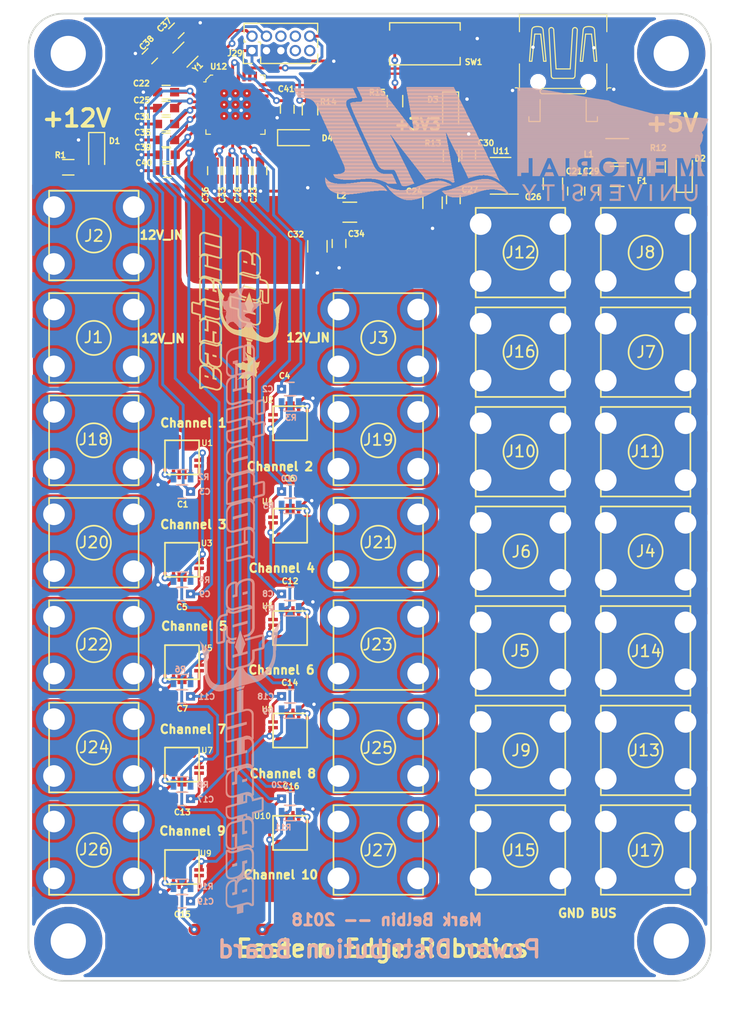
<source format=kicad_pcb>
(kicad_pcb (version 20171130) (host pcbnew "(5.0.0)")
  (layers (0 F.Cu signal) (31 B.Cu signal) (34 B.Paste user) (35 F.Paste user) (36 B.SilkS user) (37 F.SilkS user) (38 B.Mask user) (39 F.Mask user) (44 Edge.Cuts user))
  (net 0 "")
  (net 1 GND)
  (net 2 VIOUT1)
  (net 3 VIOUT2)
  (net 4 VIOUT3)
  (net 5 VIOUT4)
  (net 6 VIOUT5)
  (net 7 VIOUT6)
  (net 8 VIOUT7)
  (net 9 VIOUT8)
  (net 10 VIOUT9)
  (net 11 VIOUT10)
  (net 12 +5V)
  (net 13 +3V3)
  (net 14 3V3_FILT)
  (net 15 "Net-(C37-Pad1)")
  (net 16 "Net-(C38-Pad1)")
  (net 17 "Net-(C41-Pad1)")
  (net 18 "Net-(D1-Pad2)")
  (net 19 "Net-(D2-Pad2)")
  (net 20 "Net-(D3-Pad2)")
  (net 21 "Net-(D4-Pad1)")
  (net 22 "Net-(D4-Pad2)")
  (net 23 "Net-(F1-Pad2)")
  (net 24 "Net-(F1-Pad1)")
  (net 25 12V_IN)
  (net 26 12V_OUT1)
  (net 27 12V_OUT2)
  (net 28 12V_OUT3)
  (net 29 12V_OUT4)
  (net 30 12V_OUT5)
  (net 31 12V_OUT6)
  (net 32 12V_OUT7)
  (net 33 12V_OUT8)
  (net 34 12V_OUT9)
  (net 35 12V_OUT10)
  (net 36 USB-)
  (net 37 USB+)
  (net 38 "Net-(J28-Pad4)")
  (net 39 SWDIO)
  (net 40 SWCLK)
  (net 41 "Net-(J29-Pad6)")
  (net 42 "Net-(J29-Pad7)")
  (net 43 "Net-(J29-Pad8)")
  (net 44 "Net-(J29-Pad9)")
  (net 45 ~RESET)
  (net 46 "Net-(R2-Pad2)")
  (net 47 "Net-(R3-Pad2)")
  (net 48 "Net-(R4-Pad2)")
  (net 49 "Net-(R5-Pad2)")
  (net 50 "Net-(R6-Pad2)")
  (net 51 "Net-(R7-Pad2)")
  (net 52 "Net-(R8-Pad2)")
  (net 53 "Net-(R9-Pad2)")
  (net 54 "Net-(R10-Pad2)")
  (net 55 "Net-(R11-Pad2)")
  (net 56 "Net-(U11-Pad4)")
  (net 57 "Net-(U12-Pad27)")
  (net 58 "Net-(U12-Pad22)")
  (net 59 "Net-(U12-Pad21)")
  (net 60 "Net-(U12-Pad20)")
  (net 61 "Net-(U12-Pad19)")
  (net 62 "Net-(U12-Pad18)")
  (net 63 "Net-(U12-Pad16)")
  (net 64 "Net-(U12-Pad17)")
  (net 65 "Net-(U12-Pad25)")
  (module Capacitors_SMD:C_0805 (layer F.Cu) (at 146.1 29.95 270)
    (fp_text reference C26 (at 1.16 1.73) (layer F.SilkS) (effects (font (size 0.5 0.5) (thickness 0.125))))
    (fp_text value 10uF)
    (pad 2 smd rect (at 1 0 270) (size 1 1.25) (layers F.Cu F.Paste F.Mask) (net 1 GND))
    (pad 1 smd rect (at -1 0 270) (size 1 1.25) (layers F.Cu F.Paste F.Mask) (net 12 +5V))
  )
  (module Capacitors_SMD:C_0603 (layer F.Cu) (at 112.1 24.7 180)
    (fp_text reference C31 (at 2.07 0.64 180) (layer F.SilkS) (effects (font (size 0.5 0.5) (thickness 0.125))))
    (fp_text value 1uF)
    (pad 1 smd rect (at -0.75 0 180) (size 0.8 0.75) (layers F.Cu F.Paste F.Mask) (net 6 VIOUT5))
    (pad 2 smd rect (at 0.75 0 180) (size 0.8 0.75) (layers F.Cu F.Paste F.Mask) (net 1 GND))
  )
  (module Pin_Headers:Pin_Header_Straight_2x05_Pitch1.27mm (layer F.Cu) (at 119.65 18.25 90)
    (fp_text reference J29 (at -0.23 -1.5 180) (layer F.SilkS) (effects (font (size 0.5 0.5) (thickness 0.125))))
    (fp_text value Conn_02x05_Odd_Even)
    (pad 1 thru_hole rect (at 0 0 90) (size 1 1) (drill 0.65) (layers *.Cu *.Mask) (net 13 +3V3))
    (pad 2 thru_hole oval (at 1.27 0 90) (size 1 1) (drill 0.65) (layers *.Cu *.Mask) (net 39 SWDIO))
    (pad 3 thru_hole oval (at 0 1.27 90) (size 1 1) (drill 0.65) (layers *.Cu *.Mask) (net 1 GND))
    (pad 4 thru_hole oval (at 1.27 1.27 90) (size 1 1) (drill 0.65) (layers *.Cu *.Mask) (net 40 SWCLK))
    (pad 5 thru_hole oval (at 0 2.54 90) (size 1 1) (drill 0.65) (layers *.Cu *.Mask) (net 1 GND))
    (pad 6 thru_hole oval (at 1.27 2.54 90) (size 1 1) (drill 0.65) (layers *.Cu *.Mask) (net 41 "Net-(J29-Pad6)"))
    (pad 7 thru_hole oval (at 0 3.81 90) (size 1 1) (drill 0.65) (layers *.Cu *.Mask) (net 42 "Net-(J29-Pad7)"))
    (pad 8 thru_hole oval (at 1.27 3.81 90) (size 1 1) (drill 0.65) (layers *.Cu *.Mask) (net 43 "Net-(J29-Pad8)"))
    (pad 9 thru_hole oval (at 0 5.08 90) (size 1 1) (drill 0.65) (layers *.Cu *.Mask) (net 44 "Net-(J29-Pad9)"))
    (pad 10 thru_hole oval (at 1.27 5.08 90) (size 1 1) (drill 0.65) (layers *.Cu *.Mask) (net 45 ~RESET))
  )
  (module EER:Crystal_SMD_3215-2pin_3.2x1.5mm (layer F.Cu) (at 113.8 18.6 45)
    (fp_text reference Y1 (at 0 1.541493 45) (layer F.SilkS) (effects (font (size 0.5 0.5) (thickness 0.125))))
    (fp_text value 32.7680kHz)
    (pad 2 smd rect (at -1.249999 0 45) (size 1 1.8) (layers F.Cu F.Paste F.Mask) (net 16 "Net-(C38-Pad1)"))
    (pad 1 smd rect (at 1.249999 0 45) (size 1 1.8) (layers F.Cu F.Paste F.Mask) (net 15 "Net-(C37-Pad1)"))
  )
  (module EER:Fuse_SMD1206_Reflow (layer F.Cu) (at 151.75 27.05 180)
    (fp_text reference F1 (at -2.19 -2.65 180) (layer F.SilkS) (effects (font (size 0.5 0.5) (thickness 0.125))))
    (fp_text value 500mA)
    (pad 2 smd rect (at 1.2 0 270) (size 2.03 1.14) (layers F.Cu F.Paste F.Mask) (net 23 "Net-(F1-Pad2)"))
    (pad 1 smd rect (at -1.2 0 270) (size 2.03 1.14) (layers F.Cu F.Paste F.Mask) (net 24 "Net-(F1-Pad1)"))
  )
  (module EER:M3STANDOFF (layer F.Cu) (at 103.5 96.5)
    (fp_text reference REF** hide)
    (fp_text value M3STANDOFF)
    (pad 1 thru_hole circle (at 0 0) (size 6 6) (drill 3.1) (layers *.Cu *.Mask))
  )
  (module EER:M3STANDOFF (layer F.Cu) (at 156.5 96.5)
    (fp_text reference REF** hide)
    (fp_text value M3STANDOFF)
    (pad 1 thru_hole circle (at 0 0) (size 6 6) (drill 3.1) (layers *.Cu *.Mask))
  )
  (module EER:M3STANDOFF (layer F.Cu) (at 156.5 18.5)
    (fp_text reference REF** hide)
    (fp_text value M3STANDOFF)
    (pad 1 thru_hole circle (at 0 0) (size 6 6) (drill 3.1) (layers *.Cu *.Mask))
  )
  (module Capacitors_SMD:C_0603 (layer F.Cu) (at 113.5 57 180)
    (fp_text reference C1 (at -0.06 -1.13 180) (layer F.SilkS) (effects (font (size 0.5 0.5) (thickness 0.125))))
    (fp_text value 1uF)
    (pad 2 smd rect (at 0.75 0 180) (size 0.8 0.75) (layers F.Cu F.Paste F.Mask) (net 1 GND))
    (pad 1 smd rect (at -0.75 0 180) (size 0.8 0.75) (layers F.Cu F.Paste F.Mask) (net 2 VIOUT1))
  )
  (module Capacitors_SMD:C_0603 (layer B.Cu) (at 123 48)
    (fp_text reference C2 (at -1.97 -0.01) (layer B.SilkS) (effects (font (size 0.5 0.5) (thickness 0.125)) (justify mirror)))
    (fp_text value 1uF)
    (pad 2 smd rect (at 0.75 0) (size 0.8 0.75) (layers B.Cu B.Paste B.Mask) (net 1 GND))
    (pad 1 smd rect (at -0.75 0) (size 0.8 0.75) (layers B.Cu B.Paste B.Mask) (net 3 VIOUT2))
  )
  (module Capacitors_SMD:C_0603 (layer B.Cu) (at 113.5 57 180)
    (fp_text reference C3 (at -2.01 -0.01 180) (layer B.SilkS) (effects (font (size 0.5 0.5) (thickness 0.125)) (justify mirror)))
    (fp_text value 0.1uF)
    (pad 1 smd rect (at -0.75 0 180) (size 0.8 0.75) (layers B.Cu B.Paste B.Mask) (net 2 VIOUT1))
    (pad 2 smd rect (at 0.75 0 180) (size 0.8 0.75) (layers B.Cu B.Paste B.Mask) (net 1 GND))
  )
  (module Capacitors_SMD:C_0603 (layer F.Cu) (at 123 48)
    (fp_text reference C4 (at -0.49 -1.17) (layer F.SilkS) (effects (font (size 0.5 0.5) (thickness 0.125))))
    (fp_text value 0.1uF)
    (pad 1 smd rect (at -0.75 0) (size 0.8 0.75) (layers F.Cu F.Paste F.Mask) (net 3 VIOUT2))
    (pad 2 smd rect (at 0.75 0) (size 0.8 0.75) (layers F.Cu F.Paste F.Mask) (net 1 GND))
  )
  (module Capacitors_SMD:C_0603 (layer F.Cu) (at 113.5 66 180)
    (fp_text reference C5 (at 0.01 -1.15 180) (layer F.SilkS) (effects (font (size 0.5 0.5) (thickness 0.125))))
    (fp_text value 1uF)
    (pad 2 smd rect (at 0.75 0 180) (size 0.8 0.75) (layers F.Cu F.Paste F.Mask) (net 1 GND))
    (pad 1 smd rect (at -0.75 0 180) (size 0.8 0.75) (layers F.Cu F.Paste F.Mask) (net 4 VIOUT3))
  )
  (module Capacitors_SMD:C_0603 (layer F.Cu) (at 123 57)
    (fp_text reference C6 (at -0.04 -1.15) (layer F.SilkS) (effects (font (size 0.5 0.5) (thickness 0.125))))
    (fp_text value 1uF)
    (pad 1 smd rect (at -0.75 0) (size 0.8 0.75) (layers F.Cu F.Paste F.Mask) (net 5 VIOUT4))
    (pad 2 smd rect (at 0.75 0) (size 0.8 0.75) (layers F.Cu F.Paste F.Mask) (net 1 GND))
  )
  (module Capacitors_SMD:C_0603 (layer F.Cu) (at 113.5 75 180)
    (fp_text reference C7 (at -0.03 -1.08 180) (layer F.SilkS) (effects (font (size 0.5 0.5) (thickness 0.125))))
    (fp_text value 1uF)
    (pad 2 smd rect (at 0.75 0 180) (size 0.8 0.75) (layers F.Cu F.Paste F.Mask) (net 1 GND))
    (pad 1 smd rect (at -0.75 0 180) (size 0.8 0.75) (layers F.Cu F.Paste F.Mask) (net 6 VIOUT5))
  )
  (module Capacitors_SMD:C_0603 (layer B.Cu) (at 123 66)
    (fp_text reference C8 (at -1.95 -0.01) (layer B.SilkS) (effects (font (size 0.5 0.5) (thickness 0.125)) (justify mirror)))
    (fp_text value 1uF)
    (pad 2 smd rect (at 0.75 0) (size 0.8 0.75) (layers B.Cu B.Paste B.Mask) (net 1 GND))
    (pad 1 smd rect (at -0.75 0) (size 0.8 0.75) (layers B.Cu B.Paste B.Mask) (net 7 VIOUT6))
  )
  (module Capacitors_SMD:C_0603 (layer B.Cu) (at 113.5 66 180)
    (fp_text reference C9 (at -2.01 -0.01 180) (layer B.SilkS) (effects (font (size 0.5 0.5) (thickness 0.125)) (justify mirror)))
    (fp_text value 0.1uF)
    (pad 2 smd rect (at 0.75 0 180) (size 0.8 0.75) (layers B.Cu B.Paste B.Mask) (net 1 GND))
    (pad 1 smd rect (at -0.75 0 180) (size 0.8 0.75) (layers B.Cu B.Paste B.Mask) (net 4 VIOUT3))
  )
  (module Capacitors_SMD:C_0603 (layer B.Cu) (at 123 57)
    (fp_text reference C10 (at -0.07 -1.14) (layer B.SilkS) (effects (font (size 0.5 0.5) (thickness 0.125)) (justify mirror)))
    (fp_text value 0.1uF)
    (pad 2 smd rect (at 0.75 0) (size 0.8 0.75) (layers B.Cu B.Paste B.Mask) (net 1 GND))
    (pad 1 smd rect (at -0.75 0) (size 0.8 0.75) (layers B.Cu B.Paste B.Mask) (net 5 VIOUT4))
  )
  (module Capacitors_SMD:C_0603 (layer B.Cu) (at 113.5 75 180)
    (fp_text reference C11 (at -2.17 -0.03 180) (layer B.SilkS) (effects (font (size 0.5 0.5) (thickness 0.125)) (justify mirror)))
    (fp_text value 0.1uF)
    (pad 1 smd rect (at -0.75 0 180) (size 0.8 0.75) (layers B.Cu B.Paste B.Mask) (net 6 VIOUT5))
    (pad 2 smd rect (at 0.75 0 180) (size 0.8 0.75) (layers B.Cu B.Paste B.Mask) (net 1 GND))
  )
  (module Capacitors_SMD:C_0603 (layer F.Cu) (at 123 66)
    (fp_text reference C12 (at 0 -1.13) (layer F.SilkS) (effects (font (size 0.5 0.5) (thickness 0.125))))
    (fp_text value 0.1uF)
    (pad 2 smd rect (at 0.75 0) (size 0.8 0.75) (layers F.Cu F.Paste F.Mask) (net 1 GND))
    (pad 1 smd rect (at -0.75 0) (size 0.8 0.75) (layers F.Cu F.Paste F.Mask) (net 7 VIOUT6))
  )
  (module Capacitors_SMD:C_0603 (layer F.Cu) (at 113.5 84 180)
    (fp_text reference C13 (at -0.03 -1.18 180) (layer F.SilkS) (effects (font (size 0.5 0.5) (thickness 0.125))))
    (fp_text value 1uF)
    (pad 1 smd rect (at -0.75 0 180) (size 0.8 0.75) (layers F.Cu F.Paste F.Mask) (net 8 VIOUT7))
    (pad 2 smd rect (at 0.75 0 180) (size 0.8 0.75) (layers F.Cu F.Paste F.Mask) (net 1 GND))
  )
  (module Capacitors_SMD:C_0603 (layer F.Cu) (at 123 75)
    (fp_text reference C14 (at -0.03 -1.2) (layer F.SilkS) (effects (font (size 0.5 0.5) (thickness 0.125))))
    (fp_text value 1uF)
    (pad 2 smd rect (at 0.75 0) (size 0.8 0.75) (layers F.Cu F.Paste F.Mask) (net 1 GND))
    (pad 1 smd rect (at -0.75 0) (size 0.8 0.75) (layers F.Cu F.Paste F.Mask) (net 9 VIOUT8))
  )
  (module Capacitors_SMD:C_0603 (layer F.Cu) (at 113.5 93 180)
    (fp_text reference C15 (at -0.03 -1.16 180) (layer F.SilkS) (effects (font (size 0.5 0.5) (thickness 0.125))))
    (fp_text value 1uF)
    (pad 1 smd rect (at -0.75 0 180) (size 0.8 0.75) (layers F.Cu F.Paste F.Mask) (net 10 VIOUT9))
    (pad 2 smd rect (at 0.75 0 180) (size 0.8 0.75) (layers F.Cu F.Paste F.Mask) (net 1 GND))
  )
  (module Capacitors_SMD:C_0603 (layer F.Cu) (at 123 84)
    (fp_text reference C16 (at 0.09 -1.1) (layer F.SilkS) (effects (font (size 0.5 0.5) (thickness 0.125))))
    (fp_text value 1uF)
    (pad 1 smd rect (at -0.75 0) (size 0.8 0.75) (layers F.Cu F.Paste F.Mask) (net 11 VIOUT10))
    (pad 2 smd rect (at 0.75 0) (size 0.8 0.75) (layers F.Cu F.Paste F.Mask) (net 1 GND))
  )
  (module Capacitors_SMD:C_0603 (layer B.Cu) (at 113.5 84 180)
    (fp_text reference C17 (at -2.08 -0.06 180) (layer B.SilkS) (effects (font (size 0.5 0.5) (thickness 0.125)) (justify mirror)))
    (fp_text value 0.1uF)
    (pad 1 smd rect (at -0.75 0 180) (size 0.8 0.75) (layers B.Cu B.Paste B.Mask) (net 8 VIOUT7))
    (pad 2 smd rect (at 0.75 0 180) (size 0.8 0.75) (layers B.Cu B.Paste B.Mask) (net 1 GND))
  )
  (module Capacitors_SMD:C_0603 (layer B.Cu) (at 123 75)
    (fp_text reference C18 (at -2.14 0.02) (layer B.SilkS) (effects (font (size 0.5 0.5) (thickness 0.125)) (justify mirror)))
    (fp_text value 0.1uF)
    (pad 1 smd rect (at -0.75 0) (size 0.8 0.75) (layers B.Cu B.Paste B.Mask) (net 9 VIOUT8))
    (pad 2 smd rect (at 0.75 0) (size 0.8 0.75) (layers B.Cu B.Paste B.Mask) (net 1 GND))
  )
  (module Capacitors_SMD:C_0603 (layer B.Cu) (at 113.5 93 180)
    (fp_text reference C19 (at -2.07 -0.03 180) (layer B.SilkS) (effects (font (size 0.5 0.5) (thickness 0.125)) (justify mirror)))
    (fp_text value 0.1uF)
    (pad 2 smd rect (at 0.75 0 180) (size 0.8 0.75) (layers B.Cu B.Paste B.Mask) (net 1 GND))
    (pad 1 smd rect (at -0.75 0 180) (size 0.8 0.75) (layers B.Cu B.Paste B.Mask) (net 10 VIOUT9))
  )
  (module Capacitors_SMD:C_0603 (layer B.Cu) (at 123 84)
    (fp_text reference C20 (at -0.92 -1.22) (layer B.SilkS) (effects (font (size 0.5 0.5) (thickness 0.125)) (justify mirror)))
    (fp_text value 0.1uF)
    (pad 2 smd rect (at 0.75 0) (size 0.8 0.75) (layers B.Cu B.Paste B.Mask) (net 1 GND))
    (pad 1 smd rect (at -0.75 0) (size 0.8 0.75) (layers B.Cu B.Paste B.Mask) (net 11 VIOUT10))
  )
  (module Capacitors_SMD:C_0603 (layer F.Cu) (at 148 30.6 270)
    (fp_text reference C21 (at -1.75 0.03) (layer F.SilkS) (effects (font (size 0.5 0.5) (thickness 0.125))))
    (fp_text value 1uF)
    (pad 2 smd rect (at 0.75 0 270) (size 0.8 0.75) (layers F.Cu F.Paste F.Mask) (net 1 GND))
    (pad 1 smd rect (at -0.75 0 270) (size 0.8 0.75) (layers F.Cu F.Paste F.Mask) (net 12 +5V))
  )
  (module Capacitors_SMD:C_0603 (layer F.Cu) (at 112.1 21.9 180)
    (fp_text reference C22 (at 2.17 0.77 180) (layer F.SilkS) (effects (font (size 0.5 0.5) (thickness 0.125))))
    (fp_text value 1uF)
    (pad 2 smd rect (at 0.75 0 180) (size 0.8 0.75) (layers F.Cu F.Paste F.Mask) (net 1 GND))
    (pad 1 smd rect (at -0.75 0 180) (size 0.8 0.75) (layers F.Cu F.Paste F.Mask) (net 2 VIOUT1))
  )
  (module Capacitors_SMD:C_0603 (layer F.Cu) (at 120.35 28.8 270)
    (fp_text reference C23 (at 2.14 0.56 270) (layer F.SilkS) (effects (font (size 0.5 0.5) (thickness 0.125))))
    (fp_text value 1uF)
    (pad 2 smd rect (at 0.75 0 270) (size 0.8 0.75) (layers F.Cu F.Paste F.Mask) (net 1 GND))
    (pad 1 smd rect (at -0.75 0 270) (size 0.8 0.75) (layers F.Cu F.Paste F.Mask) (net 3 VIOUT2))
  )
  (module Capacitors_SMD:C_0805 (layer F.Cu) (at 135.52 31.62 270)
    (fp_text reference C24 (at -1 1.61) (layer F.SilkS) (effects (font (size 0.5 0.5) (thickness 0.125))))
    (fp_text value 10uF)
    (pad 1 smd rect (at -1 0 270) (size 1 1.25) (layers F.Cu F.Paste F.Mask) (net 13 +3V3))
    (pad 2 smd rect (at 1 0 270) (size 1 1.25) (layers F.Cu F.Paste F.Mask) (net 1 GND))
  )
  (module Capacitors_SMD:C_0603 (layer F.Cu) (at 112.1 23.3 180)
    (fp_text reference C25 (at 2.14 0.69 180) (layer F.SilkS) (effects (font (size 0.5 0.5) (thickness 0.125))))
    (fp_text value 1uF)
    (pad 1 smd rect (at -0.75 0 180) (size 0.8 0.75) (layers F.Cu F.Paste F.Mask) (net 4 VIOUT3))
    (pad 2 smd rect (at 0.75 0 180) (size 0.8 0.75) (layers F.Cu F.Paste F.Mask) (net 1 GND))
  )
  (module Capacitors_SMD:C_0603 (layer F.Cu) (at 137.35 31.35 270)
    (fp_text reference C27 (at -0.89 -1.45) (layer F.SilkS) (effects (font (size 0.5 0.5) (thickness 0.125))))
    (fp_text value 1uF)
    (pad 2 smd rect (at 0.75 0 270) (size 0.8 0.75) (layers F.Cu F.Paste F.Mask) (net 1 GND))
    (pad 1 smd rect (at -0.75 0 270) (size 0.8 0.75) (layers F.Cu F.Paste F.Mask) (net 13 +3V3))
  )
  (module Capacitors_SMD:C_0603 (layer F.Cu) (at 119 28.8 270)
    (fp_text reference C28 (at 2.14 0.6 270) (layer F.SilkS) (effects (font (size 0.5 0.5) (thickness 0.125))))
    (fp_text value 1uF)
    (pad 1 smd rect (at -0.75 0 270) (size 0.8 0.75) (layers F.Cu F.Paste F.Mask) (net 5 VIOUT4))
    (pad 2 smd rect (at 0.75 0 270) (size 0.8 0.75) (layers F.Cu F.Paste F.Mask) (net 1 GND))
  )
  (module Capacitors_SMD:C_0603 (layer F.Cu) (at 149.5 30.6 270)
    (fp_text reference C29 (at -1.75 0.04) (layer F.SilkS) (effects (font (size 0.5 0.5) (thickness 0.125))))
    (fp_text value 1uF)
    (pad 1 smd rect (at -0.75 0 270) (size 0.8 0.75) (layers F.Cu F.Paste F.Mask) (net 12 +5V))
    (pad 2 smd rect (at 0.75 0 270) (size 0.8 0.75) (layers F.Cu F.Paste F.Mask) (net 1 GND))
  )
  (module Capacitors_SMD:C_0603 (layer F.Cu) (at 138.7 27.4 90)
    (fp_text reference C30 (at 1.03 1.5 180) (layer F.SilkS) (effects (font (size 0.5 0.5) (thickness 0.125))))
    (fp_text value 0.1uF)
    (pad 1 smd rect (at -0.75 0 90) (size 0.8 0.75) (layers F.Cu F.Paste F.Mask) (net 13 +3V3))
    (pad 2 smd rect (at 0.75 0 90) (size 0.8 0.75) (layers F.Cu F.Paste F.Mask) (net 1 GND))
  )
  (module Capacitors_SMD:C_0805 (layer F.Cu) (at 125.4 35.45 270)
    (fp_text reference C32 (at -1.05 1.91) (layer F.SilkS) (effects (font (size 0.5 0.5) (thickness 0.125))))
    (fp_text value 10uF)
    (pad 2 smd rect (at 1 0 270) (size 1 1.25) (layers F.Cu F.Paste F.Mask) (net 1 GND))
    (pad 1 smd rect (at -1 0 270) (size 1 1.25) (layers F.Cu F.Paste F.Mask) (net 14 3V3_FILT))
  )
  (module Capacitors_SMD:C_0603 (layer F.Cu) (at 117.7 28.8 270)
    (fp_text reference C33 (at 2.14 0.66 270) (layer F.SilkS) (effects (font (size 0.5 0.5) (thickness 0.125))))
    (fp_text value 1uF)
    (pad 1 smd rect (at -0.75 0 270) (size 0.8 0.75) (layers F.Cu F.Paste F.Mask) (net 7 VIOUT6))
    (pad 2 smd rect (at 0.75 0 270) (size 0.8 0.75) (layers F.Cu F.Paste F.Mask) (net 1 GND))
  )
  (module Capacitors_SMD:C_0603 (layer F.Cu) (at 127.3 35.2 270)
    (fp_text reference C34 (at -0.85 -1.52) (layer F.SilkS) (effects (font (size 0.5 0.5) (thickness 0.125))))
    (fp_text value 0.1uF)
    (pad 2 smd rect (at 0.75 0 270) (size 0.8 0.75) (layers F.Cu F.Paste F.Mask) (net 1 GND))
    (pad 1 smd rect (at -0.75 0 270) (size 0.8 0.75) (layers F.Cu F.Paste F.Mask) (net 14 3V3_FILT))
  )
  (module Capacitors_SMD:C_0603 (layer F.Cu) (at 112.1 26.1 180)
    (fp_text reference C35 (at 2.06 0.65 180) (layer F.SilkS) (effects (font (size 0.5 0.5) (thickness 0.125))))
    (fp_text value 1uF)
    (pad 1 smd rect (at -0.75 0 180) (size 0.8 0.75) (layers F.Cu F.Paste F.Mask) (net 8 VIOUT7))
    (pad 2 smd rect (at 0.75 0 180) (size 0.8 0.75) (layers F.Cu F.Paste F.Mask) (net 1 GND))
  )
  (module Capacitors_SMD:C_0603 (layer F.Cu) (at 116.35 28.8 270)
    (fp_text reference C36 (at 2.14 0.79 270) (layer F.SilkS) (effects (font (size 0.5 0.5) (thickness 0.125))))
    (fp_text value 1uF)
    (pad 2 smd rect (at 0.75 0 270) (size 0.8 0.75) (layers F.Cu F.Paste F.Mask) (net 1 GND))
    (pad 1 smd rect (at -0.75 0 270) (size 0.8 0.75) (layers F.Cu F.Paste F.Mask) (net 9 VIOUT8))
  )
  (module Capacitors_SMD:C_0603 (layer F.Cu) (at 113 16.5 45)
    (fp_text reference C37 (at -0.388909 -1.110158 225) (layer F.SilkS) (effects (font (size 0.5 0.5) (thickness 0.125))))
    (fp_text value 22pF)
    (pad 2 smd rect (at 0.75 0 45) (size 0.8 0.75) (layers F.Cu F.Paste F.Mask) (net 1 GND))
    (pad 1 smd rect (at -0.75 0 45) (size 0.8 0.75) (layers F.Cu F.Paste F.Mask) (net 15 "Net-(C37-Pad1)"))
  )
  (module Capacitors_SMD:C_0603 (layer F.Cu) (at 110.66967 18.73033 225)
    (fp_text reference C38 (at -0.622721 1.018234 225) (layer F.SilkS) (effects (font (size 0.5 0.5) (thickness 0.125))))
    (fp_text value 22pF)
    (pad 1 smd rect (at -0.75 0 225) (size 0.8 0.75) (layers F.Cu F.Paste F.Mask) (net 16 "Net-(C38-Pad1)"))
    (pad 2 smd rect (at 0.75 0 225) (size 0.8 0.75) (layers F.Cu F.Paste F.Mask) (net 1 GND))
  )
  (module Capacitors_SMD:C_0603 (layer F.Cu) (at 112.15 27.4 180)
    (fp_text reference C39 (at 2.09 0.65 180) (layer F.SilkS) (effects (font (size 0.5 0.5) (thickness 0.125))))
    (fp_text value 1uF)
    (pad 1 smd rect (at -0.75 0 180) (size 0.8 0.75) (layers F.Cu F.Paste F.Mask) (net 10 VIOUT9))
    (pad 2 smd rect (at 0.75 0 180) (size 0.8 0.75) (layers F.Cu F.Paste F.Mask) (net 1 GND))
  )
  (module Capacitors_SMD:C_0603 (layer F.Cu) (at 112.2 28.8 180)
    (fp_text reference C40 (at 2.06 0.68 180) (layer F.SilkS) (effects (font (size 0.5 0.5) (thickness 0.125))))
    (fp_text value 1uF)
    (pad 2 smd rect (at 0.75 0 180) (size 0.8 0.75) (layers F.Cu F.Paste F.Mask) (net 1 GND))
    (pad 1 smd rect (at -0.75 0 180) (size 0.8 0.75) (layers F.Cu F.Paste F.Mask) (net 11 VIOUT10))
  )
  (module Capacitors_SMD:C_0603 (layer F.Cu) (at 122.75 23.4 270)
    (fp_text reference C41 (at -1.78 0.09) (layer F.SilkS) (effects (font (size 0.5 0.5) (thickness 0.125))))
    (fp_text value 0.1uF)
    (pad 1 smd rect (at -0.75 0 270) (size 0.8 0.75) (layers F.Cu F.Paste F.Mask) (net 17 "Net-(C41-Pad1)"))
    (pad 2 smd rect (at 0.75 0 270) (size 0.8 0.75) (layers F.Cu F.Paste F.Mask) (net 1 GND))
  )
  (module LEDs:LED_0805 (layer F.Cu) (at 106 27.25 270)
    (fp_text reference D1 (at -1.06 -1.57) (layer F.SilkS) (effects (font (size 0.5 0.5) (thickness 0.125))))
    (fp_text value BLUE)
    (pad 1 smd rect (at -1.1 0 90) (size 1.2 1.2) (layers F.Cu F.Paste F.Mask) (net 1 GND))
    (pad 2 smd rect (at 1.1 0 90) (size 1.2 1.2) (layers F.Cu F.Paste F.Mask) (net 18 "Net-(D1-Pad2)"))
  )
  (module LEDs:LED_0805 (layer F.Cu) (at 157.65 28.9 90)
    (fp_text reference D2 (at 1.17 1.39 180) (layer F.SilkS) (effects (font (size 0.5 0.5) (thickness 0.125))))
    (fp_text value RED)
    (pad 2 smd rect (at 1.1 0 270) (size 1.2 1.2) (layers F.Cu F.Paste F.Mask) (net 19 "Net-(D2-Pad2)"))
    (pad 1 smd rect (at -1.1 0 270) (size 1.2 1.2) (layers F.Cu F.Paste F.Mask) (net 1 GND))
  )
  (module LEDs:LED_0805 (layer F.Cu) (at 137.11 23.69 270)
    (fp_text reference D3 (at -1.14 1.56) (layer F.SilkS) (effects (font (size 0.5 0.5) (thickness 0.125))))
    (fp_text value ORNGE)
    (pad 2 smd rect (at 1.1 0 90) (size 1.2 1.2) (layers F.Cu F.Paste F.Mask) (net 20 "Net-(D3-Pad2)"))
    (pad 1 smd rect (at -1.1 0 90) (size 1.2 1.2) (layers F.Cu F.Paste F.Mask) (net 1 GND))
  )
  (module LEDs:LED_0805 (layer F.Cu) (at 123.7 25.9)
    (fp_text reference D4 (at 2.57 0.04) (layer F.SilkS) (effects (font (size 0.5 0.5) (thickness 0.125))))
    (fp_text value ORNGE)
    (pad 1 smd rect (at -1.1 0 180) (size 1.2 1.2) (layers F.Cu F.Paste F.Mask) (net 21 "Net-(D4-Pad1)"))
    (pad 2 smd rect (at 1.1 0 180) (size 1.2 1.2) (layers F.Cu F.Paste F.Mask) (net 22 "Net-(D4-Pad2)"))
  )
  (module EER:RingTerminal (layer F.Cu) (at 105.75 43.5 270)
    (fp_text reference J1 (at -0.06 0.03) (layer F.SilkS))
    (fp_text value Conn_01x01)
    (pad 1 thru_hole circle (at -2.5 -3.505 270) (size 3.2 3.2) (drill 1.9) (layers *.Cu *.Mask) (net 25 12V_IN))
    (pad 1 thru_hole circle (at -2.5 3.505 270) (size 3.2 3.2) (drill 1.9) (layers *.Cu *.Mask) (net 25 12V_IN))
    (pad 1 thru_hole circle (at 2.5 3.505 270) (size 3.2 3.2) (drill 1.9) (layers *.Cu *.Mask) (net 25 12V_IN))
    (pad 1 thru_hole circle (at 2.5 -3.505 270) (size 3.2 3.2) (drill 1.9) (layers *.Cu *.Mask) (net 25 12V_IN))
  )
  (module EER:RingTerminal (layer F.Cu) (at 105.75 34.5 90)
    (fp_text reference J2 (at -0.03 0.01 180) (layer F.SilkS))
    (fp_text value Conn_01x01)
    (pad 1 thru_hole circle (at -2.5 -3.505 90) (size 3.2 3.2) (drill 1.9) (layers *.Cu *.Mask) (net 25 12V_IN))
    (pad 1 thru_hole circle (at -2.5 3.505 90) (size 3.2 3.2) (drill 1.9) (layers *.Cu *.Mask) (net 25 12V_IN))
    (pad 1 thru_hole circle (at 2.5 3.505 90) (size 3.2 3.2) (drill 1.9) (layers *.Cu *.Mask) (net 25 12V_IN))
    (pad 1 thru_hole circle (at 2.5 -3.505 90) (size 3.2 3.2) (drill 1.9) (layers *.Cu *.Mask) (net 25 12V_IN))
  )
  (module EER:RingTerminal (layer F.Cu) (at 130.75 43.5 90)
    (fp_text reference J3 (at 0 0.05 180) (layer F.SilkS))
    (fp_text value Conn_01x01)
    (pad 1 thru_hole circle (at 2.5 -3.505 90) (size 3.2 3.2) (drill 1.9) (layers *.Cu *.Mask) (net 25 12V_IN))
    (pad 1 thru_hole circle (at 2.5 3.505 90) (size 3.2 3.2) (drill 1.9) (layers *.Cu *.Mask) (net 25 12V_IN))
    (pad 1 thru_hole circle (at -2.5 3.505 90) (size 3.2 3.2) (drill 1.9) (layers *.Cu *.Mask) (net 25 12V_IN))
    (pad 1 thru_hole circle (at -2.5 -3.505 90) (size 3.2 3.2) (drill 1.9) (layers *.Cu *.Mask) (net 25 12V_IN))
  )
  (module EER:RingTerminal (layer F.Cu) (at 154.25 62.25 90)
    (fp_text reference J4 (at 0 0.01 180) (layer F.SilkS))
    (fp_text value Conn_01x01)
    (pad 1 thru_hole circle (at -2.5 -3.505 90) (size 3.2 3.2) (drill 1.9) (layers *.Cu *.Mask) (net 1 GND))
    (pad 1 thru_hole circle (at -2.5 3.505 90) (size 3.2 3.2) (drill 1.9) (layers *.Cu *.Mask) (net 1 GND))
    (pad 1 thru_hole circle (at 2.5 3.505 90) (size 3.2 3.2) (drill 1.9) (layers *.Cu *.Mask) (net 1 GND))
    (pad 1 thru_hole circle (at 2.5 -3.505 90) (size 3.2 3.2) (drill 1.9) (layers *.Cu *.Mask) (net 1 GND))
  )
  (module EER:RingTerminal (layer F.Cu) (at 143.25 71 90)
    (fp_text reference J5 (at 0 -0.02 180) (layer F.SilkS))
    (fp_text value Conn_01x01)
    (pad 1 thru_hole circle (at 2.5 -3.505 90) (size 3.2 3.2) (drill 1.9) (layers *.Cu *.Mask) (net 1 GND))
    (pad 1 thru_hole circle (at 2.5 3.505 90) (size 3.2 3.2) (drill 1.9) (layers *.Cu *.Mask) (net 1 GND))
    (pad 1 thru_hole circle (at -2.5 3.505 90) (size 3.2 3.2) (drill 1.9) (layers *.Cu *.Mask) (net 1 GND))
    (pad 1 thru_hole circle (at -2.5 -3.505 90) (size 3.2 3.2) (drill 1.9) (layers *.Cu *.Mask) (net 1 GND))
  )
  (module EER:RingTerminal (layer F.Cu) (at 143.25 62.25 90)
    (fp_text reference J6 (at -0.04 0.08 180) (layer F.SilkS))
    (fp_text value Conn_01x01)
    (pad 1 thru_hole circle (at -2.5 -3.505 90) (size 3.2 3.2) (drill 1.9) (layers *.Cu *.Mask) (net 1 GND))
    (pad 1 thru_hole circle (at -2.5 3.505 90) (size 3.2 3.2) (drill 1.9) (layers *.Cu *.Mask) (net 1 GND))
    (pad 1 thru_hole circle (at 2.5 3.505 90) (size 3.2 3.2) (drill 1.9) (layers *.Cu *.Mask) (net 1 GND))
    (pad 1 thru_hole circle (at 2.5 -3.505 90) (size 3.2 3.2) (drill 1.9) (layers *.Cu *.Mask) (net 1 GND))
  )
  (module EER:RingTerminal (layer F.Cu) (at 154.25 44.75 90)
    (fp_text reference J7 (at 0.01 0.05 180) (layer F.SilkS))
    (fp_text value Conn_01x01)
    (pad 1 thru_hole circle (at 2.5 -3.505 90) (size 3.2 3.2) (drill 1.9) (layers *.Cu *.Mask) (net 1 GND))
    (pad 1 thru_hole circle (at 2.5 3.505 90) (size 3.2 3.2) (drill 1.9) (layers *.Cu *.Mask) (net 1 GND))
    (pad 1 thru_hole circle (at -2.5 3.505 90) (size 3.2 3.2) (drill 1.9) (layers *.Cu *.Mask) (net 1 GND))
    (pad 1 thru_hole circle (at -2.5 -3.505 90) (size 3.2 3.2) (drill 1.9) (layers *.Cu *.Mask) (net 1 GND))
  )
  (module EER:RingTerminal (layer F.Cu) (at 154.25 36 90)
    (fp_text reference J8 (at 0.02 0 180) (layer F.SilkS))
    (fp_text value Conn_01x01)
    (pad 1 thru_hole circle (at -2.5 -3.505 90) (size 3.2 3.2) (drill 1.9) (layers *.Cu *.Mask) (net 1 GND))
    (pad 1 thru_hole circle (at -2.5 3.505 90) (size 3.2 3.2) (drill 1.9) (layers *.Cu *.Mask) (net 1 GND))
    (pad 1 thru_hole circle (at 2.5 3.505 90) (size 3.2 3.2) (drill 1.9) (layers *.Cu *.Mask) (net 1 GND))
    (pad 1 thru_hole circle (at 2.5 -3.505 90) (size 3.2 3.2) (drill 1.9) (layers *.Cu *.Mask) (net 1 GND))
  )
  (module EER:RingTerminal (layer F.Cu) (at 143.25 79.75 90)
    (fp_text reference J9 (at 0 0.06 180) (layer F.SilkS))
    (fp_text value Conn_01x01)
    (pad 1 thru_hole circle (at 2.5 -3.505 90) (size 3.2 3.2) (drill 1.9) (layers *.Cu *.Mask) (net 1 GND))
    (pad 1 thru_hole circle (at 2.5 3.505 90) (size 3.2 3.2) (drill 1.9) (layers *.Cu *.Mask) (net 1 GND))
    (pad 1 thru_hole circle (at -2.5 3.505 90) (size 3.2 3.2) (drill 1.9) (layers *.Cu *.Mask) (net 1 GND))
    (pad 1 thru_hole circle (at -2.5 -3.505 90) (size 3.2 3.2) (drill 1.9) (layers *.Cu *.Mask) (net 1 GND))
  )
  (module EER:RingTerminal (layer F.Cu) (at 143.25 53.5 90)
    (fp_text reference J10 (at 0.03 0.02 180) (layer F.SilkS))
    (fp_text value Conn_01x01)
    (pad 1 thru_hole circle (at -2.5 -3.505 90) (size 3.2 3.2) (drill 1.9) (layers *.Cu *.Mask) (net 1 GND))
    (pad 1 thru_hole circle (at -2.5 3.505 90) (size 3.2 3.2) (drill 1.9) (layers *.Cu *.Mask) (net 1 GND))
    (pad 1 thru_hole circle (at 2.5 3.505 90) (size 3.2 3.2) (drill 1.9) (layers *.Cu *.Mask) (net 1 GND))
    (pad 1 thru_hole circle (at 2.5 -3.505 90) (size 3.2 3.2) (drill 1.9) (layers *.Cu *.Mask) (net 1 GND))
  )
  (module EER:RingTerminal (layer F.Cu) (at 154.25 53.5 90)
    (fp_text reference J11 (at 0.03 0.04 180) (layer F.SilkS))
    (fp_text value Conn_01x01)
    (pad 1 thru_hole circle (at 2.5 -3.505 90) (size 3.2 3.2) (drill 1.9) (layers *.Cu *.Mask) (net 1 GND))
    (pad 1 thru_hole circle (at 2.5 3.505 90) (size 3.2 3.2) (drill 1.9) (layers *.Cu *.Mask) (net 1 GND))
    (pad 1 thru_hole circle (at -2.5 3.505 90) (size 3.2 3.2) (drill 1.9) (layers *.Cu *.Mask) (net 1 GND))
    (pad 1 thru_hole circle (at -2.5 -3.505 90) (size 3.2 3.2) (drill 1.9) (layers *.Cu *.Mask) (net 1 GND))
  )
  (module EER:RingTerminal (layer F.Cu) (at 143.25 36 90)
    (fp_text reference J12 (at 0.01 0.01 180) (layer F.SilkS))
    (fp_text value Conn_01x01)
    (pad 1 thru_hole circle (at -2.5 -3.505 90) (size 3.2 3.2) (drill 1.9) (layers *.Cu *.Mask) (net 1 GND))
    (pad 1 thru_hole circle (at -2.5 3.505 90) (size 3.2 3.2) (drill 1.9) (layers *.Cu *.Mask) (net 1 GND))
    (pad 1 thru_hole circle (at 2.5 3.505 90) (size 3.2 3.2) (drill 1.9) (layers *.Cu *.Mask) (net 1 GND))
    (pad 1 thru_hole circle (at 2.5 -3.505 90) (size 3.2 3.2) (drill 1.9) (layers *.Cu *.Mask) (net 1 GND))
  )
  (module EER:RingTerminal (layer F.Cu) (at 154.25 79.75 90)
    (fp_text reference J13 (at 0 -0.07 180) (layer F.SilkS))
    (fp_text value Conn_01x01)
    (pad 1 thru_hole circle (at 2.5 -3.505 90) (size 3.2 3.2) (drill 1.9) (layers *.Cu *.Mask) (net 1 GND))
    (pad 1 thru_hole circle (at 2.5 3.505 90) (size 3.2 3.2) (drill 1.9) (layers *.Cu *.Mask) (net 1 GND))
    (pad 1 thru_hole circle (at -2.5 3.505 90) (size 3.2 3.2) (drill 1.9) (layers *.Cu *.Mask) (net 1 GND))
    (pad 1 thru_hole circle (at -2.5 -3.505 90) (size 3.2 3.2) (drill 1.9) (layers *.Cu *.Mask) (net 1 GND))
  )
  (module EER:RingTerminal (layer F.Cu) (at 154.25 71 90)
    (fp_text reference J14 (at -0.03 0.05 180) (layer F.SilkS))
    (fp_text value Conn_01x01)
    (pad 1 thru_hole circle (at -2.5 -3.505 90) (size 3.2 3.2) (drill 1.9) (layers *.Cu *.Mask) (net 1 GND))
    (pad 1 thru_hole circle (at -2.5 3.505 90) (size 3.2 3.2) (drill 1.9) (layers *.Cu *.Mask) (net 1 GND))
    (pad 1 thru_hole circle (at 2.5 3.505 90) (size 3.2 3.2) (drill 1.9) (layers *.Cu *.Mask) (net 1 GND))
    (pad 1 thru_hole circle (at 2.5 -3.505 90) (size 3.2 3.2) (drill 1.9) (layers *.Cu *.Mask) (net 1 GND))
  )
  (module EER:RingTerminal (layer F.Cu) (at 143.25 88.5 90)
    (fp_text reference J15 (at -0.03 0.01 180) (layer F.SilkS))
    (fp_text value Conn_01x01)
    (pad 1 thru_hole circle (at 2.5 -3.505 90) (size 3.2 3.2) (drill 1.9) (layers *.Cu *.Mask) (net 1 GND))
    (pad 1 thru_hole circle (at 2.5 3.505 90) (size 3.2 3.2) (drill 1.9) (layers *.Cu *.Mask) (net 1 GND))
    (pad 1 thru_hole circle (at -2.5 3.505 90) (size 3.2 3.2) (drill 1.9) (layers *.Cu *.Mask) (net 1 GND))
    (pad 1 thru_hole circle (at -2.5 -3.505 90) (size 3.2 3.2) (drill 1.9) (layers *.Cu *.Mask) (net 1 GND))
  )
  (module EER:RingTerminal (layer F.Cu) (at 143.25 44.75 90)
    (fp_text reference J16 (at 0.04 0 180) (layer F.SilkS))
    (fp_text value Conn_01x01)
    (pad 1 thru_hole circle (at -2.5 -3.505 90) (size 3.2 3.2) (drill 1.9) (layers *.Cu *.Mask) (net 1 GND))
    (pad 1 thru_hole circle (at -2.5 3.505 90) (size 3.2 3.2) (drill 1.9) (layers *.Cu *.Mask) (net 1 GND))
    (pad 1 thru_hole circle (at 2.5 3.505 90) (size 3.2 3.2) (drill 1.9) (layers *.Cu *.Mask) (net 1 GND))
    (pad 1 thru_hole circle (at 2.5 -3.505 90) (size 3.2 3.2) (drill 1.9) (layers *.Cu *.Mask) (net 1 GND))
  )
  (module EER:RingTerminal (layer F.Cu) (at 154.25 88.5 90)
    (fp_text reference J17 (at -0.06 0.04 180) (layer F.SilkS))
    (fp_text value Conn_01x01)
    (pad 1 thru_hole circle (at 2.5 -3.505 90) (size 3.2 3.2) (drill 1.9) (layers *.Cu *.Mask) (net 1 GND))
    (pad 1 thru_hole circle (at 2.5 3.505 90) (size 3.2 3.2) (drill 1.9) (layers *.Cu *.Mask) (net 1 GND))
    (pad 1 thru_hole circle (at -2.5 3.505 90) (size 3.2 3.2) (drill 1.9) (layers *.Cu *.Mask) (net 1 GND))
    (pad 1 thru_hole circle (at -2.5 -3.505 90) (size 3.2 3.2) (drill 1.9) (layers *.Cu *.Mask) (net 1 GND))
  )
  (module EER:RingTerminal (layer F.Cu) (at 105.75 52.5 90)
    (fp_text reference J18 (at 0.08 0 180) (layer F.SilkS))
    (fp_text value Conn_01x01)
    (pad 1 thru_hole circle (at -2.5 -3.505 90) (size 3.2 3.2) (drill 1.9) (layers *.Cu *.Mask) (net 26 12V_OUT1))
    (pad 1 thru_hole circle (at -2.5 3.505 90) (size 3.2 3.2) (drill 1.9) (layers *.Cu *.Mask) (net 26 12V_OUT1))
    (pad 1 thru_hole circle (at 2.5 3.505 90) (size 3.2 3.2) (drill 1.9) (layers *.Cu *.Mask) (net 26 12V_OUT1))
    (pad 1 thru_hole circle (at 2.5 -3.505 90) (size 3.2 3.2) (drill 1.9) (layers *.Cu *.Mask) (net 26 12V_OUT1))
  )
  (module EER:RingTerminal (layer F.Cu) (at 130.75 52.5 90)
    (fp_text reference J19 (at 0.05 0 180) (layer F.SilkS))
    (fp_text value Conn_01x01)
    (pad 1 thru_hole circle (at 2.5 -3.505 90) (size 3.2 3.2) (drill 1.9) (layers *.Cu *.Mask) (net 27 12V_OUT2))
    (pad 1 thru_hole circle (at 2.5 3.505 90) (size 3.2 3.2) (drill 1.9) (layers *.Cu *.Mask) (net 27 12V_OUT2))
    (pad 1 thru_hole circle (at -2.5 3.505 90) (size 3.2 3.2) (drill 1.9) (layers *.Cu *.Mask) (net 27 12V_OUT2))
    (pad 1 thru_hole circle (at -2.5 -3.505 90) (size 3.2 3.2) (drill 1.9) (layers *.Cu *.Mask) (net 27 12V_OUT2))
  )
  (module EER:RingTerminal (layer F.Cu) (at 105.75 61.5 90)
    (fp_text reference J20 (at 0.03 0.01 180) (layer F.SilkS))
    (fp_text value Conn_01x01)
    (pad 1 thru_hole circle (at -2.5 -3.505 90) (size 3.2 3.2) (drill 1.9) (layers *.Cu *.Mask) (net 28 12V_OUT3))
    (pad 1 thru_hole circle (at -2.5 3.505 90) (size 3.2 3.2) (drill 1.9) (layers *.Cu *.Mask) (net 28 12V_OUT3))
    (pad 1 thru_hole circle (at 2.5 3.505 90) (size 3.2 3.2) (drill 1.9) (layers *.Cu *.Mask) (net 28 12V_OUT3))
    (pad 1 thru_hole circle (at 2.5 -3.505 90) (size 3.2 3.2) (drill 1.9) (layers *.Cu *.Mask) (net 28 12V_OUT3))
  )
  (module EER:RingTerminal (layer F.Cu) (at 130.75 61.5 90)
    (fp_text reference J21 (at 0.03 0.07 180) (layer F.SilkS))
    (fp_text value Conn_01x01)
    (pad 1 thru_hole circle (at 2.5 -3.505 90) (size 3.2 3.2) (drill 1.9) (layers *.Cu *.Mask) (net 29 12V_OUT4))
    (pad 1 thru_hole circle (at 2.5 3.505 90) (size 3.2 3.2) (drill 1.9) (layers *.Cu *.Mask) (net 29 12V_OUT4))
    (pad 1 thru_hole circle (at -2.5 3.505 90) (size 3.2 3.2) (drill 1.9) (layers *.Cu *.Mask) (net 29 12V_OUT4))
    (pad 1 thru_hole circle (at -2.5 -3.505 90) (size 3.2 3.2) (drill 1.9) (layers *.Cu *.Mask) (net 29 12V_OUT4))
  )
  (module EER:RingTerminal (layer F.Cu) (at 105.75 70.5 90)
    (fp_text reference J22 (at 0.05 0 180) (layer F.SilkS))
    (fp_text value Conn_01x01)
    (pad 1 thru_hole circle (at -2.5 -3.505 90) (size 3.2 3.2) (drill 1.9) (layers *.Cu *.Mask) (net 30 12V_OUT5))
    (pad 1 thru_hole circle (at -2.5 3.505 90) (size 3.2 3.2) (drill 1.9) (layers *.Cu *.Mask) (net 30 12V_OUT5))
    (pad 1 thru_hole circle (at 2.5 3.505 90) (size 3.2 3.2) (drill 1.9) (layers *.Cu *.Mask) (net 30 12V_OUT5))
    (pad 1 thru_hole circle (at 2.5 -3.505 90) (size 3.2 3.2) (drill 1.9) (layers *.Cu *.Mask) (net 30 12V_OUT5))
  )
  (module EER:RingTerminal (layer F.Cu) (at 130.75 70.5 90)
    (fp_text reference J23 (at 0.05 -0.05 180) (layer F.SilkS))
    (fp_text value Conn_01x01)
    (pad 1 thru_hole circle (at 2.5 -3.505 90) (size 3.2 3.2) (drill 1.9) (layers *.Cu *.Mask) (net 31 12V_OUT6))
    (pad 1 thru_hole circle (at 2.5 3.505 90) (size 3.2 3.2) (drill 1.9) (layers *.Cu *.Mask) (net 31 12V_OUT6))
    (pad 1 thru_hole circle (at -2.5 3.505 90) (size 3.2 3.2) (drill 1.9) (layers *.Cu *.Mask) (net 31 12V_OUT6))
    (pad 1 thru_hole circle (at -2.5 -3.505 90) (size 3.2 3.2) (drill 1.9) (layers *.Cu *.Mask) (net 31 12V_OUT6))
  )
  (module EER:RingTerminal (layer F.Cu) (at 105.75 79.5 90)
    (fp_text reference J24 (at 0.02 0.03 180) (layer F.SilkS))
    (fp_text value Conn_01x01)
    (pad 1 thru_hole circle (at -2.5 -3.505 90) (size 3.2 3.2) (drill 1.9) (layers *.Cu *.Mask) (net 32 12V_OUT7))
    (pad 1 thru_hole circle (at -2.5 3.505 90) (size 3.2 3.2) (drill 1.9) (layers *.Cu *.Mask) (net 32 12V_OUT7))
    (pad 1 thru_hole circle (at 2.5 3.505 90) (size 3.2 3.2) (drill 1.9) (layers *.Cu *.Mask) (net 32 12V_OUT7))
    (pad 1 thru_hole circle (at 2.5 -3.505 90) (size 3.2 3.2) (drill 1.9) (layers *.Cu *.Mask) (net 32 12V_OUT7))
  )
  (module EER:RingTerminal (layer F.Cu) (at 130.75 79.5 270)
    (fp_text reference J25 (at 0.04 0.04) (layer F.SilkS))
    (fp_text value Conn_01x01)
    (pad 1 thru_hole circle (at -2.5 -3.505 270) (size 3.2 3.2) (drill 1.9) (layers *.Cu *.Mask) (net 33 12V_OUT8))
    (pad 1 thru_hole circle (at -2.5 3.505 270) (size 3.2 3.2) (drill 1.9) (layers *.Cu *.Mask) (net 33 12V_OUT8))
    (pad 1 thru_hole circle (at 2.5 3.505 270) (size 3.2 3.2) (drill 1.9) (layers *.Cu *.Mask) (net 33 12V_OUT8))
    (pad 1 thru_hole circle (at 2.5 -3.505 270) (size 3.2 3.2) (drill 1.9) (layers *.Cu *.Mask) (net 33 12V_OUT8))
  )
  (module EER:RingTerminal (layer F.Cu) (at 105.75 88.5 90)
    (fp_text reference J26 (at 0.04 0.04 180) (layer F.SilkS))
    (fp_text value Conn_01x01)
    (pad 1 thru_hole circle (at 2.5 -3.505 90) (size 3.2 3.2) (drill 1.9) (layers *.Cu *.Mask) (net 34 12V_OUT9))
    (pad 1 thru_hole circle (at 2.5 3.505 90) (size 3.2 3.2) (drill 1.9) (layers *.Cu *.Mask) (net 34 12V_OUT9))
    (pad 1 thru_hole circle (at -2.5 3.505 90) (size 3.2 3.2) (drill 1.9) (layers *.Cu *.Mask) (net 34 12V_OUT9))
    (pad 1 thru_hole circle (at -2.5 -3.505 90) (size 3.2 3.2) (drill 1.9) (layers *.Cu *.Mask) (net 34 12V_OUT9))
  )
  (module EER:RingTerminal (layer F.Cu) (at 130.75 88.5 90)
    (fp_text reference J27 (at -0.04 0.04 180) (layer F.SilkS))
    (fp_text value Conn_01x01)
    (pad 1 thru_hole circle (at 2.5 -3.505 90) (size 3.2 3.2) (drill 1.9) (layers *.Cu *.Mask) (net 35 12V_OUT10))
    (pad 1 thru_hole circle (at 2.5 3.505 90) (size 3.2 3.2) (drill 1.9) (layers *.Cu *.Mask) (net 35 12V_OUT10))
    (pad 1 thru_hole circle (at -2.5 3.505 90) (size 3.2 3.2) (drill 1.9) (layers *.Cu *.Mask) (net 35 12V_OUT10))
    (pad 1 thru_hole circle (at -2.5 -3.505 90) (size 3.2 3.2) (drill 1.9) (layers *.Cu *.Mask) (net 35 12V_OUT10))
  )
  (module EER:32005-201 (layer F.Cu) (at 147 21 270)
    (fp_text reference J28 hide)
    (fp_text value USB_B_Mini hide)
    (pad 6 smd rect (at -3 4.45 270) (size 2.5 2) (layers F.Cu F.Paste F.Mask) (net 1 GND))
    (pad 6 smd rect (at -3 -4.45 270) (size 2.5 2) (layers F.Cu F.Paste F.Mask) (net 1 GND))
    (pad 6 smd rect (at 2.9 4.45 270) (size 3.3 2) (layers F.Cu F.Paste F.Mask) (net 1 GND))
    (pad 6 smd rect (at 2.9 -4.45 270) (size 3.3 2) (layers F.Cu F.Paste F.Mask) (net 1 GND))
    (pad 1 smd rect (at 3 -1.6 270) (size 3.1 0.5) (layers F.Cu F.Paste F.Mask) (net 23 "Net-(F1-Pad2)"))
    (pad 2 smd rect (at 3 -0.8 270) (size 3.1 0.5) (layers F.Cu F.Paste F.Mask) (net 36 USB-))
    (pad 3 smd rect (at 3 0 270) (size 3.1 0.5) (layers F.Cu F.Paste F.Mask) (net 37 USB+))
    (pad 4 smd rect (at 3 0.8 270) (size 3.1 0.5) (layers F.Cu F.Paste F.Mask) (net 38 "Net-(J28-Pad4)"))
    (pad 5 smd rect (at 3 1.6 270) (size 3.1 0.5) (layers F.Cu F.Paste F.Mask) (net 1 GND))
    (pad "" np_thru_hole circle (at 0 -2.2 270) (size 0.9 0.9) (drill 0.9) (layers *.Cu))
    (pad "" np_thru_hole circle (at 0 2.2 270) (size 0.9 0.9) (drill 0.9) (layers *.Cu))
  )
  (module Inductors_SMD:L_0805 (layer F.Cu) (at 151.75 29.3)
    (fp_text reference L1 (at -2.5 -1.95) (layer F.SilkS) (effects (font (size 0.5 0.5) (thickness 0.125))))
    (fp_text value Ferrite_Bead)
    (pad 1 smd rect (at -0.95 0) (size 0.7 1.3) (layers F.Cu F.Paste F.Mask) (net 12 +5V))
    (pad 2 smd rect (at 0.95 0) (size 0.7 1.3) (layers F.Cu F.Paste F.Mask) (net 24 "Net-(F1-Pad1)"))
  )
  (module Inductors_SMD:L_0805 (layer F.Cu) (at 128.25 32.45)
    (fp_text reference L2 (at -0.74 -1.46) (layer F.SilkS) (effects (font (size 0.5 0.5) (thickness 0.125))))
    (fp_text value Ferrite_Bead)
    (pad 2 smd rect (at 0.95 0) (size 0.7 1.3) (layers F.Cu F.Paste F.Mask) (net 13 +3V3))
    (pad 1 smd rect (at -0.95 0) (size 0.7 1.3) (layers F.Cu F.Paste F.Mask) (net 14 3V3_FILT))
  )
  (module Resistors_SMD:R_0603 (layer F.Cu) (at 103.5 28.5)
    (fp_text reference R1 (at -0.69 -1.07) (layer F.SilkS) (effects (font (size 0.5 0.5) (thickness 0.125))))
    (fp_text value 1k)
    (pad 2 smd rect (at 0.75 0) (size 0.5 0.9) (layers F.Cu F.Paste F.Mask) (net 18 "Net-(D1-Pad2)"))
    (pad 1 smd rect (at -0.75 0) (size 0.5 0.9) (layers F.Cu F.Paste F.Mask) (net 25 12V_IN))
  )
  (module Resistors_SMD:R_0603 (layer B.Cu) (at 113.5 55.75 180)
    (fp_text reference R2 (at -1.9 0.03 180) (layer B.SilkS) (effects (font (size 0.5 0.5) (thickness 0.125)) (justify mirror)))
    (fp_text value 1k)
    (pad 2 smd rect (at 0.75 0 180) (size 0.5 0.9) (layers B.Cu B.Paste B.Mask) (net 46 "Net-(R2-Pad2)"))
    (pad 1 smd rect (at -0.75 0 180) (size 0.5 0.9) (layers B.Cu B.Paste B.Mask) (net 13 +3V3))
  )
  (module Resistors_SMD:R_0603 (layer B.Cu) (at 123 49.25)
    (fp_text reference R3 (at 0.08 1.26) (layer B.SilkS) (effects (font (size 0.5 0.5) (thickness 0.125)) (justify mirror)))
    (fp_text value 1k)
    (pad 1 smd rect (at -0.75 0) (size 0.5 0.9) (layers B.Cu B.Paste B.Mask) (net 13 +3V3))
    (pad 2 smd rect (at 0.75 0) (size 0.5 0.9) (layers B.Cu B.Paste B.Mask) (net 47 "Net-(R3-Pad2)"))
  )
  (module Resistors_SMD:R_0603 (layer B.Cu) (at 113.5 64.75 180)
    (fp_text reference R4 (at -1.98 -0.02 180) (layer B.SilkS) (effects (font (size 0.5 0.5) (thickness 0.125)) (justify mirror)))
    (fp_text value 1k)
    (pad 1 smd rect (at -0.75 0 180) (size 0.5 0.9) (layers B.Cu B.Paste B.Mask) (net 13 +3V3))
    (pad 2 smd rect (at 0.75 0 180) (size 0.5 0.9) (layers B.Cu B.Paste B.Mask) (net 48 "Net-(R4-Pad2)"))
  )
  (module Resistors_SMD:R_0603 (layer B.Cu) (at 123 58.25)
    (fp_text reference R5 (at -1.89 0.01) (layer B.SilkS) (effects (font (size 0.5 0.5) (thickness 0.125)) (justify mirror)))
    (fp_text value 1k)
    (pad 1 smd rect (at -0.75 0) (size 0.5 0.9) (layers B.Cu B.Paste B.Mask) (net 13 +3V3))
    (pad 2 smd rect (at 0.75 0) (size 0.5 0.9) (layers B.Cu B.Paste B.Mask) (net 49 "Net-(R5-Pad2)"))
  )
  (module Resistors_SMD:R_0603 (layer B.Cu) (at 113.5 73.75 180)
    (fp_text reference R6 (at 0.15 1.12 180) (layer B.SilkS) (effects (font (size 0.5 0.5) (thickness 0.125)) (justify mirror)))
    (fp_text value 1k)
    (pad 2 smd rect (at 0.75 0 180) (size 0.5 0.9) (layers B.Cu B.Paste B.Mask) (net 50 "Net-(R6-Pad2)"))
    (pad 1 smd rect (at -0.75 0 180) (size 0.5 0.9) (layers B.Cu B.Paste B.Mask) (net 13 +3V3))
  )
  (module Resistors_SMD:R_0603 (layer B.Cu) (at 123 67.25)
    (fp_text reference R7 (at -1.88 0.05) (layer B.SilkS) (effects (font (size 0.5 0.5) (thickness 0.125)) (justify mirror)))
    (fp_text value 1k)
    (pad 2 smd rect (at 0.75 0) (size 0.5 0.9) (layers B.Cu B.Paste B.Mask) (net 51 "Net-(R7-Pad2)"))
    (pad 1 smd rect (at -0.75 0) (size 0.5 0.9) (layers B.Cu B.Paste B.Mask) (net 13 +3V3))
  )
  (module Resistors_SMD:R_0603 (layer B.Cu) (at 113.5 82.75 180)
    (fp_text reference R8 (at -1.85 -0.02 180) (layer B.SilkS) (effects (font (size 0.5 0.5) (thickness 0.125)) (justify mirror)))
    (fp_text value 1k)
    (pad 1 smd rect (at -0.75 0 180) (size 0.5 0.9) (layers B.Cu B.Paste B.Mask) (net 13 +3V3))
    (pad 2 smd rect (at 0.75 0 180) (size 0.5 0.9) (layers B.Cu B.Paste B.Mask) (net 52 "Net-(R8-Pad2)"))
  )
  (module Resistors_SMD:R_0603 (layer B.Cu) (at 123 76.25)
    (fp_text reference R9 (at -1.93 0.07) (layer B.SilkS) (effects (font (size 0.5 0.5) (thickness 0.125)) (justify mirror)))
    (fp_text value 1k)
    (pad 2 smd rect (at 0.75 0) (size 0.5 0.9) (layers B.Cu B.Paste B.Mask) (net 53 "Net-(R9-Pad2)"))
    (pad 1 smd rect (at -0.75 0) (size 0.5 0.9) (layers B.Cu B.Paste B.Mask) (net 13 +3V3))
  )
  (module Resistors_SMD:R_0603 (layer B.Cu) (at 113.5 91.75 180)
    (fp_text reference R10 (at -2.03 0.04 180) (layer B.SilkS) (effects (font (size 0.5 0.5) (thickness 0.125)) (justify mirror)))
    (fp_text value 1k)
    (pad 2 smd rect (at 0.75 0 180) (size 0.5 0.9) (layers B.Cu B.Paste B.Mask) (net 54 "Net-(R10-Pad2)"))
    (pad 1 smd rect (at -0.75 0 180) (size 0.5 0.9) (layers B.Cu B.Paste B.Mask) (net 13 +3V3))
  )
  (module Resistors_SMD:R_0603 (layer B.Cu) (at 123 85.25)
    (fp_text reference R11 (at -0.63 1.27) (layer B.SilkS) (effects (font (size 0.5 0.5) (thickness 0.125)) (justify mirror)))
    (fp_text value 1k)
    (pad 2 smd rect (at 0.75 0) (size 0.5 0.9) (layers B.Cu B.Paste B.Mask) (net 55 "Net-(R11-Pad2)"))
    (pad 1 smd rect (at -0.75 0) (size 0.5 0.9) (layers B.Cu B.Paste B.Mask) (net 13 +3V3))
  )
  (module Resistors_SMD:R_0603 (layer F.Cu) (at 155.3 28.45 90)
    (fp_text reference R12 (at 1.65 0.06 180) (layer F.SilkS) (effects (font (size 0.5 0.5) (thickness 0.125))))
    (fp_text value 330)
    (pad 1 smd rect (at -0.75 0 90) (size 0.5 0.9) (layers F.Cu F.Paste F.Mask) (net 12 +5V))
    (pad 2 smd rect (at 0.75 0 90) (size 0.5 0.9) (layers F.Cu F.Paste F.Mask) (net 19 "Net-(D2-Pad2)"))
  )
  (module Resistors_SMD:R_0603 (layer F.Cu) (at 137.15 27.5 90)
    (fp_text reference R13 (at 1.11 -1.6 180) (layer F.SilkS) (effects (font (size 0.5 0.5) (thickness 0.125))))
    (fp_text value 680)
    (pad 1 smd rect (at -0.75 0 90) (size 0.5 0.9) (layers F.Cu F.Paste F.Mask) (net 13 +3V3))
    (pad 2 smd rect (at 0.75 0 90) (size 0.5 0.9) (layers F.Cu F.Paste F.Mask) (net 20 "Net-(D3-Pad2)"))
  )
  (module Resistors_SMD:R_0603 (layer F.Cu) (at 124.75 23.4 90)
    (fp_text reference R14 (at 0.65 1.61 180) (layer F.SilkS) (effects (font (size 0.5 0.5) (thickness 0.125))))
    (fp_text value 1k)
    (pad 2 smd rect (at 0.75 0 90) (size 0.5 0.9) (layers F.Cu F.Paste F.Mask) (net 13 +3V3))
    (pad 1 smd rect (at -0.75 0 90) (size 0.5 0.9) (layers F.Cu F.Paste F.Mask) (net 22 "Net-(D4-Pad2)"))
  )
  (module Resistors_SMD:R_0603 (layer F.Cu) (at 132.22 22.69 90)
    (fp_text reference R15 (at 0.76 -1.55 180) (layer F.SilkS) (effects (font (size 0.5 0.5) (thickness 0.125))))
    (fp_text value 10k)
    (pad 1 smd rect (at -0.75 0 90) (size 0.5 0.9) (layers F.Cu F.Paste F.Mask) (net 13 +3V3))
    (pad 2 smd rect (at 0.75 0 90) (size 0.5 0.9) (layers F.Cu F.Paste F.Mask) (net 45 ~RESET))
  )
  (module EER:SW_SPST_EVQPE1 (layer F.Cu) (at 134.85 17.65 180)
    (fp_text reference SW1 (at -4.28 -1.6 180) (layer F.SilkS) (effects (font (size 0.5 0.5) (thickness 0.125))))
    (fp_text value SW_Push)
    (pad 1 smd rect (at -2.7 0 180) (size 2 1.6) (layers F.Cu F.Paste F.Mask) (net 1 GND))
    (pad 2 smd rect (at 2.7 0 180) (size 2 1.6) (layers F.Cu F.Paste F.Mask) (net 45 ~RESET))
  )
  (module EER:ACS711 (layer F.Cu) (at 113.5 54 270)
    (fp_text reference U1 (at -1.27 -2.21) (layer F.SilkS) (effects (font (size 0.5 0.5) (thickness 0.1))))
    (fp_text value ACS711)
    (pad 12 smd rect (at 0.25 -1.5 270) (size 0.3 0.85) (layers F.Cu F.Paste F.Mask) (net 13 +3V3))
    (pad 11 smd rect (at 0.75 -1.5 270) (size 0.3 0.85) (layers F.Cu F.Paste F.Mask) (net 2 VIOUT1))
    (pad 7 smd rect (at 1.5 -0.25) (size 0.3 0.85) (layers F.Cu F.Paste F.Mask) (net 1 GND))
    (pad 7 smd rect (at 1.5 0.25) (size 0.3 0.85) (layers F.Cu F.Paste F.Mask) (net 1 GND))
    (pad 7 smd rect (at 1.5 -0.75) (size 0.3 0.85) (layers F.Cu F.Paste F.Mask) (net 1 GND))
    (pad 7 smd rect (at 1.5 0.75) (size 0.3 0.85) (layers F.Cu F.Paste F.Mask) (net 1 GND))
    (pad 6 smd rect (at 0.75 1.5 270) (size 0.3 0.85) (layers F.Cu F.Paste F.Mask) (net 46 "Net-(R2-Pad2)"))
    (pad 5 smd rect (at 0.25 1.5 270) (size 0.3 0.85) (layers F.Cu F.Paste F.Mask) (net 1 GND))
    (pad 1 smd roundrect (at -1.35 -0.5 90) (size 1.27 0.8) (layers F.Cu F.Paste F.Mask) (roundrect_rratio 0.15) (net 25 12V_IN))
    (pad 3 smd roundrect (at -1.35 0.5 90) (size 1.27 0.8) (layers F.Cu F.Paste F.Mask) (roundrect_rratio 0.15) (net 26 12V_OUT1))
  )
  (module EER:ACS711 (layer F.Cu) (at 123 51 90)
    (fp_text reference U2 (at 2.06 -1.96 180) (layer F.SilkS) (effects (font (size 0.5 0.5) (thickness 0.1))))
    (fp_text value ACS711)
    (pad 3 smd roundrect (at -1.35 0.5 270) (size 1.27 0.8) (layers F.Cu F.Paste F.Mask) (roundrect_rratio 0.15) (net 27 12V_OUT2))
    (pad 1 smd roundrect (at -1.35 -0.5 270) (size 1.27 0.8) (layers F.Cu F.Paste F.Mask) (roundrect_rratio 0.15) (net 25 12V_IN))
    (pad 5 smd rect (at 0.25 1.5 90) (size 0.3 0.85) (layers F.Cu F.Paste F.Mask) (net 1 GND))
    (pad 6 smd rect (at 0.75 1.5 90) (size 0.3 0.85) (layers F.Cu F.Paste F.Mask) (net 47 "Net-(R3-Pad2)"))
    (pad 7 smd rect (at 1.5 0.75 180) (size 0.3 0.85) (layers F.Cu F.Paste F.Mask) (net 1 GND))
    (pad 7 smd rect (at 1.5 -0.75 180) (size 0.3 0.85) (layers F.Cu F.Paste F.Mask) (net 1 GND))
    (pad 7 smd rect (at 1.5 0.25 180) (size 0.3 0.85) (layers F.Cu F.Paste F.Mask) (net 1 GND))
    (pad 7 smd rect (at 1.5 -0.25 180) (size 0.3 0.85) (layers F.Cu F.Paste F.Mask) (net 1 GND))
    (pad 11 smd rect (at 0.75 -1.5 90) (size 0.3 0.85) (layers F.Cu F.Paste F.Mask) (net 3 VIOUT2))
    (pad 12 smd rect (at 0.25 -1.5 90) (size 0.3 0.85) (layers F.Cu F.Paste F.Mask) (net 13 +3V3))
  )
  (module EER:ACS711 (layer F.Cu) (at 113.5 63 270)
    (fp_text reference U3 (at -1.46 -2.17) (layer F.SilkS) (effects (font (size 0.5 0.5) (thickness 0.1))))
    (fp_text value ACS711)
    (pad 3 smd roundrect (at -1.35 0.5 90) (size 1.27 0.8) (layers F.Cu F.Paste F.Mask) (roundrect_rratio 0.15) (net 28 12V_OUT3))
    (pad 1 smd roundrect (at -1.35 -0.5 90) (size 1.27 0.8) (layers F.Cu F.Paste F.Mask) (roundrect_rratio 0.15) (net 25 12V_IN))
    (pad 5 smd rect (at 0.25 1.5 270) (size 0.3 0.85) (layers F.Cu F.Paste F.Mask) (net 1 GND))
    (pad 6 smd rect (at 0.75 1.5 270) (size 0.3 0.85) (layers F.Cu F.Paste F.Mask) (net 48 "Net-(R4-Pad2)"))
    (pad 7 smd rect (at 1.5 0.75) (size 0.3 0.85) (layers F.Cu F.Paste F.Mask) (net 1 GND))
    (pad 7 smd rect (at 1.5 -0.75) (size 0.3 0.85) (layers F.Cu F.Paste F.Mask) (net 1 GND))
    (pad 7 smd rect (at 1.5 0.25) (size 0.3 0.85) (layers F.Cu F.Paste F.Mask) (net 1 GND))
    (pad 7 smd rect (at 1.5 -0.25) (size 0.3 0.85) (layers F.Cu F.Paste F.Mask) (net 1 GND))
    (pad 11 smd rect (at 0.75 -1.5 270) (size 0.3 0.85) (layers F.Cu F.Paste F.Mask) (net 4 VIOUT3))
    (pad 12 smd rect (at 0.25 -1.5 270) (size 0.3 0.85) (layers F.Cu F.Paste F.Mask) (net 13 +3V3))
  )
  (module EER:ACS711 (layer F.Cu) (at 123 60 90)
    (fp_text reference U4 (at 2.12 -1.98 180) (layer F.SilkS) (effects (font (size 0.5 0.5) (thickness 0.1))))
    (fp_text value ACS711)
    (pad 12 smd rect (at 0.25 -1.5 90) (size 0.3 0.85) (layers F.Cu F.Paste F.Mask) (net 13 +3V3))
    (pad 11 smd rect (at 0.75 -1.5 90) (size 0.3 0.85) (layers F.Cu F.Paste F.Mask) (net 5 VIOUT4))
    (pad 7 smd rect (at 1.5 -0.25 180) (size 0.3 0.85) (layers F.Cu F.Paste F.Mask) (net 1 GND))
    (pad 7 smd rect (at 1.5 0.25 180) (size 0.3 0.85) (layers F.Cu F.Paste F.Mask) (net 1 GND))
    (pad 7 smd rect (at 1.5 -0.75 180) (size 0.3 0.85) (layers F.Cu F.Paste F.Mask) (net 1 GND))
    (pad 7 smd rect (at 1.5 0.75 180) (size 0.3 0.85) (layers F.Cu F.Paste F.Mask) (net 1 GND))
    (pad 6 smd rect (at 0.75 1.5 90) (size 0.3 0.85) (layers F.Cu F.Paste F.Mask) (net 49 "Net-(R5-Pad2)"))
    (pad 5 smd rect (at 0.25 1.5 90) (size 0.3 0.85) (layers F.Cu F.Paste F.Mask) (net 1 GND))
    (pad 1 smd roundrect (at -1.35 -0.5 270) (size 1.27 0.8) (layers F.Cu F.Paste F.Mask) (roundrect_rratio 0.15) (net 25 12V_IN))
    (pad 3 smd roundrect (at -1.35 0.5 270) (size 1.27 0.8) (layers F.Cu F.Paste F.Mask) (roundrect_rratio 0.15) (net 29 12V_OUT4))
  )
  (module EER:ACS711 (layer F.Cu) (at 113.5 72 270)
    (fp_text reference U5 (at -1.24 -2.18) (layer F.SilkS) (effects (font (size 0.5 0.5) (thickness 0.1))))
    (fp_text value ACS711)
    (pad 3 smd roundrect (at -1.35 0.5 90) (size 1.27 0.8) (layers F.Cu F.Paste F.Mask) (roundrect_rratio 0.15) (net 30 12V_OUT5))
    (pad 1 smd roundrect (at -1.35 -0.5 90) (size 1.27 0.8) (layers F.Cu F.Paste F.Mask) (roundrect_rratio 0.15) (net 25 12V_IN))
    (pad 5 smd rect (at 0.25 1.5 270) (size 0.3 0.85) (layers F.Cu F.Paste F.Mask) (net 1 GND))
    (pad 6 smd rect (at 0.75 1.5 270) (size 0.3 0.85) (layers F.Cu F.Paste F.Mask) (net 50 "Net-(R6-Pad2)"))
    (pad 7 smd rect (at 1.5 0.75) (size 0.3 0.85) (layers F.Cu F.Paste F.Mask) (net 1 GND))
    (pad 7 smd rect (at 1.5 -0.75) (size 0.3 0.85) (layers F.Cu F.Paste F.Mask) (net 1 GND))
    (pad 7 smd rect (at 1.5 0.25) (size 0.3 0.85) (layers F.Cu F.Paste F.Mask) (net 1 GND))
    (pad 7 smd rect (at 1.5 -0.25) (size 0.3 0.85) (layers F.Cu F.Paste F.Mask) (net 1 GND))
    (pad 11 smd rect (at 0.75 -1.5 270) (size 0.3 0.85) (layers F.Cu F.Paste F.Mask) (net 6 VIOUT5))
    (pad 12 smd rect (at 0.25 -1.5 270) (size 0.3 0.85) (layers F.Cu F.Paste F.Mask) (net 13 +3V3))
  )
  (module EER:ACS711 (layer F.Cu) (at 123 69 90)
    (fp_text reference U6 (at 1.93 -1.97 180) (layer F.SilkS) (effects (font (size 0.5 0.5) (thickness 0.1))))
    (fp_text value ACS711)
    (pad 12 smd rect (at 0.25 -1.5 90) (size 0.3 0.85) (layers F.Cu F.Paste F.Mask) (net 13 +3V3))
    (pad 11 smd rect (at 0.75 -1.5 90) (size 0.3 0.85) (layers F.Cu F.Paste F.Mask) (net 7 VIOUT6))
    (pad 7 smd rect (at 1.5 -0.25 180) (size 0.3 0.85) (layers F.Cu F.Paste F.Mask) (net 1 GND))
    (pad 7 smd rect (at 1.5 0.25 180) (size 0.3 0.85) (layers F.Cu F.Paste F.Mask) (net 1 GND))
    (pad 7 smd rect (at 1.5 -0.75 180) (size 0.3 0.85) (layers F.Cu F.Paste F.Mask) (net 1 GND))
    (pad 7 smd rect (at 1.5 0.75 180) (size 0.3 0.85) (layers F.Cu F.Paste F.Mask) (net 1 GND))
    (pad 6 smd rect (at 0.75 1.5 90) (size 0.3 0.85) (layers F.Cu F.Paste F.Mask) (net 51 "Net-(R7-Pad2)"))
    (pad 5 smd rect (at 0.25 1.5 90) (size 0.3 0.85) (layers F.Cu F.Paste F.Mask) (net 1 GND))
    (pad 1 smd roundrect (at -1.35 -0.5 270) (size 1.27 0.8) (layers F.Cu F.Paste F.Mask) (roundrect_rratio 0.15) (net 25 12V_IN))
    (pad 3 smd roundrect (at -1.35 0.5 270) (size 1.27 0.8) (layers F.Cu F.Paste F.Mask) (roundrect_rratio 0.15) (net 31 12V_OUT6))
  )
  (module EER:ACS711 (layer F.Cu) (at 113.5 81 270)
    (fp_text reference U7 (at -1.25 -2.2) (layer F.SilkS) (effects (font (size 0.5 0.5) (thickness 0.1))))
    (fp_text value ACS711)
    (pad 12 smd rect (at 0.25 -1.5 270) (size 0.3 0.85) (layers F.Cu F.Paste F.Mask) (net 13 +3V3))
    (pad 11 smd rect (at 0.75 -1.5 270) (size 0.3 0.85) (layers F.Cu F.Paste F.Mask) (net 8 VIOUT7))
    (pad 7 smd rect (at 1.5 -0.25) (size 0.3 0.85) (layers F.Cu F.Paste F.Mask) (net 1 GND))
    (pad 7 smd rect (at 1.5 0.25) (size 0.3 0.85) (layers F.Cu F.Paste F.Mask) (net 1 GND))
    (pad 7 smd rect (at 1.5 -0.75) (size 0.3 0.85) (layers F.Cu F.Paste F.Mask) (net 1 GND))
    (pad 7 smd rect (at 1.5 0.75) (size 0.3 0.85) (layers F.Cu F.Paste F.Mask) (net 1 GND))
    (pad 6 smd rect (at 0.75 1.5 270) (size 0.3 0.85) (layers F.Cu F.Paste F.Mask) (net 52 "Net-(R8-Pad2)"))
    (pad 5 smd rect (at 0.25 1.5 270) (size 0.3 0.85) (layers F.Cu F.Paste F.Mask) (net 1 GND))
    (pad 1 smd roundrect (at -1.35 -0.5 90) (size 1.27 0.8) (layers F.Cu F.Paste F.Mask) (roundrect_rratio 0.15) (net 25 12V_IN))
    (pad 3 smd roundrect (at -1.35 0.5 90) (size 1.27 0.8) (layers F.Cu F.Paste F.Mask) (roundrect_rratio 0.15) (net 32 12V_OUT7))
  )
  (module EER:ACS711 (layer F.Cu) (at 123 78 90)
    (fp_text reference U8 (at 1.85 -2 180) (layer F.SilkS) (effects (font (size 0.5 0.5) (thickness 0.1))))
    (fp_text value ACS711)
    (pad 12 smd rect (at 0.25 -1.5 90) (size 0.3 0.85) (layers F.Cu F.Paste F.Mask) (net 13 +3V3))
    (pad 11 smd rect (at 0.75 -1.5 90) (size 0.3 0.85) (layers F.Cu F.Paste F.Mask) (net 9 VIOUT8))
    (pad 7 smd rect (at 1.5 -0.25 180) (size 0.3 0.85) (layers F.Cu F.Paste F.Mask) (net 1 GND))
    (pad 7 smd rect (at 1.5 0.25 180) (size 0.3 0.85) (layers F.Cu F.Paste F.Mask) (net 1 GND))
    (pad 7 smd rect (at 1.5 -0.75 180) (size 0.3 0.85) (layers F.Cu F.Paste F.Mask) (net 1 GND))
    (pad 7 smd rect (at 1.5 0.75 180) (size 0.3 0.85) (layers F.Cu F.Paste F.Mask) (net 1 GND))
    (pad 6 smd rect (at 0.75 1.5 90) (size 0.3 0.85) (layers F.Cu F.Paste F.Mask) (net 53 "Net-(R9-Pad2)"))
    (pad 5 smd rect (at 0.25 1.5 90) (size 0.3 0.85) (layers F.Cu F.Paste F.Mask) (net 1 GND))
    (pad 1 smd roundrect (at -1.35 -0.5 270) (size 1.27 0.8) (layers F.Cu F.Paste F.Mask) (roundrect_rratio 0.15) (net 25 12V_IN))
    (pad 3 smd roundrect (at -1.35 0.5 270) (size 1.27 0.8) (layers F.Cu F.Paste F.Mask) (roundrect_rratio 0.15) (net 33 12V_OUT8))
  )
  (module EER:ACS711 (layer F.Cu) (at 113.5 90 270)
    (fp_text reference U9 (at -1.2 -2.09) (layer F.SilkS) (effects (font (size 0.5 0.5) (thickness 0.1))))
    (fp_text value ACS711)
    (pad 3 smd roundrect (at -1.35 0.5 90) (size 1.27 0.8) (layers F.Cu F.Paste F.Mask) (roundrect_rratio 0.15) (net 34 12V_OUT9))
    (pad 1 smd roundrect (at -1.35 -0.5 90) (size 1.27 0.8) (layers F.Cu F.Paste F.Mask) (roundrect_rratio 0.15) (net 25 12V_IN))
    (pad 5 smd rect (at 0.25 1.5 270) (size 0.3 0.85) (layers F.Cu F.Paste F.Mask) (net 1 GND))
    (pad 6 smd rect (at 0.75 1.5 270) (size 0.3 0.85) (layers F.Cu F.Paste F.Mask) (net 54 "Net-(R10-Pad2)"))
    (pad 7 smd rect (at 1.5 0.75) (size 0.3 0.85) (layers F.Cu F.Paste F.Mask) (net 1 GND))
    (pad 7 smd rect (at 1.5 -0.75) (size 0.3 0.85) (layers F.Cu F.Paste F.Mask) (net 1 GND))
    (pad 7 smd rect (at 1.5 0.25) (size 0.3 0.85) (layers F.Cu F.Paste F.Mask) (net 1 GND))
    (pad 7 smd rect (at 1.5 -0.25) (size 0.3 0.85) (layers F.Cu F.Paste F.Mask) (net 1 GND))
    (pad 11 smd rect (at 0.75 -1.5 270) (size 0.3 0.85) (layers F.Cu F.Paste F.Mask) (net 10 VIOUT9))
    (pad 12 smd rect (at 0.25 -1.5 270) (size 0.3 0.85) (layers F.Cu F.Paste F.Mask) (net 13 +3V3))
  )
  (module EER:ACS711 (layer F.Cu) (at 123 87 90)
    (fp_text reference U10 (at 1.48 -2.43 180) (layer F.SilkS) (effects (font (size 0.5 0.5) (thickness 0.1))))
    (fp_text value ACS711)
    (pad 3 smd roundrect (at -1.35 0.5 270) (size 1.27 0.8) (layers F.Cu F.Paste F.Mask) (roundrect_rratio 0.15) (net 35 12V_OUT10))
    (pad 1 smd roundrect (at -1.35 -0.5 270) (size 1.27 0.8) (layers F.Cu F.Paste F.Mask) (roundrect_rratio 0.15) (net 25 12V_IN))
    (pad 5 smd rect (at 0.25 1.5 90) (size 0.3 0.85) (layers F.Cu F.Paste F.Mask) (net 1 GND))
    (pad 6 smd rect (at 0.75 1.5 90) (size 0.3 0.85) (layers F.Cu F.Paste F.Mask) (net 55 "Net-(R11-Pad2)"))
    (pad 7 smd rect (at 1.5 0.75 180) (size 0.3 0.85) (layers F.Cu F.Paste F.Mask) (net 1 GND))
    (pad 7 smd rect (at 1.5 -0.75 180) (size 0.3 0.85) (layers F.Cu F.Paste F.Mask) (net 1 GND))
    (pad 7 smd rect (at 1.5 0.25 180) (size 0.3 0.85) (layers F.Cu F.Paste F.Mask) (net 1 GND))
    (pad 7 smd rect (at 1.5 -0.25 180) (size 0.3 0.85) (layers F.Cu F.Paste F.Mask) (net 1 GND))
    (pad 11 smd rect (at 0.75 -1.5 90) (size 0.3 0.85) (layers F.Cu F.Paste F.Mask) (net 11 VIOUT10))
    (pad 12 smd rect (at 0.25 -1.5 90) (size 0.3 0.85) (layers F.Cu F.Paste F.Mask) (net 13 +3V3))
  )
  (module TO_SOT_Packages_SMD:SOT-23-5 (layer F.Cu) (at 141.5 29.25 180)
    (fp_text reference U11 (at -0.04 2.18 180) (layer F.SilkS) (effects (font (size 0.5 0.5) (thickness 0.125))))
    (fp_text value TLV733P)
    (pad 5 smd rect (at 1.1 -0.95 180) (size 1.06 0.65) (layers F.Cu F.Paste F.Mask) (net 13 +3V3))
    (pad 4 smd rect (at 1.1 0.95 180) (size 1.06 0.65) (layers F.Cu F.Paste F.Mask) (net 56 "Net-(U11-Pad4)"))
    (pad 3 smd rect (at -1.1 0.95 180) (size 1.06 0.65) (layers F.Cu F.Paste F.Mask) (net 12 +5V))
    (pad 2 smd rect (at -1.1 0 180) (size 1.06 0.65) (layers F.Cu F.Paste F.Mask) (net 1 GND))
    (pad 1 smd rect (at -1.1 -0.95 180) (size 1.06 0.65) (layers F.Cu F.Paste F.Mask) (net 12 +5V))
  )
  (module EER:QFN-32-1EP_5x5mm (layer F.Cu) (at 118.72 23.450001)
    (fp_text reference U12 (at -2 -3.8) (layer F.SilkS) (effects (font (size 0.5 0.5) (thickness 0.125))))
    (fp_text value ATSAMD21E16L-MFT)
    (pad 32 smd rect (at -2.27 -2.925 270) (size 0.85 0.28) (layers F.Cu F.Paste F.Mask) (net 39 SWDIO))
    (pad 31 smd rect (at -1.77 -2.925 270) (size 0.85 0.28) (layers F.Cu F.Paste F.Mask) (net 40 SWCLK))
    (pad 30 smd rect (at -1.27 -2.925 270) (size 0.85 0.28) (layers F.Cu F.Paste F.Mask) (net 13 +3V3))
    (pad 29 smd rect (at -0.77 -2.925 270) (size 0.85 0.28) (layers F.Cu F.Paste F.Mask) (net 17 "Net-(C41-Pad1)"))
    (pad 28 smd rect (at -0.27 -2.925 270) (size 0.85 0.28) (layers F.Cu F.Paste F.Mask) (net 1 GND))
    (pad 27 smd rect (at 0.23 -2.925 270) (size 0.85 0.28) (layers F.Cu F.Paste F.Mask) (net 57 "Net-(U12-Pad27)"))
    (pad 26 smd rect (at 0.73 -2.925 270) (size 0.85 0.28) (layers F.Cu F.Paste F.Mask) (net 45 ~RESET))
    (pad 24 smd rect (at 1.955 -2.2 270) (size 0.28 0.85) (layers F.Cu F.Paste F.Mask) (net 37 USB+))
    (pad 23 smd rect (at 1.955 -1.7 270) (size 0.28 0.85) (layers F.Cu F.Paste F.Mask) (net 36 USB-))
    (pad 22 smd rect (at 1.955 -1.2 270) (size 0.28 0.85) (layers F.Cu F.Paste F.Mask) (net 58 "Net-(U12-Pad22)"))
    (pad 21 smd rect (at 1.955 -0.7 270) (size 0.28 0.85) (layers F.Cu F.Paste F.Mask) (net 59 "Net-(U12-Pad21)"))
    (pad 20 smd rect (at 1.955 -0.2 270) (size 0.28 0.85) (layers F.Cu F.Paste F.Mask) (net 60 "Net-(U12-Pad20)"))
    (pad 19 smd rect (at 1.955 0.3 270) (size 0.28 0.85) (layers F.Cu F.Paste F.Mask) (net 61 "Net-(U12-Pad19)"))
    (pad 18 smd rect (at 1.955 0.8 270) (size 0.28 0.85) (layers F.Cu F.Paste F.Mask) (net 62 "Net-(U12-Pad18)"))
    (pad 16 smd rect (at 1.23 2.025 270) (size 0.85 0.28) (layers F.Cu F.Paste F.Mask) (net 63 "Net-(U12-Pad16)"))
    (pad 15 smd rect (at 0.73 2.025 270) (size 0.85 0.28) (layers F.Cu F.Paste F.Mask) (net 21 "Net-(D4-Pad1)"))
    (pad 14 smd rect (at 0.23 2.025 270) (size 0.85 0.28) (layers F.Cu F.Paste F.Mask) (net 3 VIOUT2))
    (pad 13 smd rect (at -0.27 2.025 270) (size 0.85 0.28) (layers F.Cu F.Paste F.Mask) (net 5 VIOUT4))
    (pad 12 smd rect (at -0.77 2.025 270) (size 0.85 0.28) (layers F.Cu F.Paste F.Mask) (net 7 VIOUT6))
    (pad 11 smd rect (at -1.27 2.025 270) (size 0.85 0.28) (layers F.Cu F.Paste F.Mask) (net 9 VIOUT8))
    (pad 10 smd rect (at -1.77 2.025 270) (size 0.85 0.28) (layers F.Cu F.Paste F.Mask) (net 1 GND))
    (pad 8 smd rect (at -2.995 1.3 270) (size 0.28 0.85) (layers F.Cu F.Paste F.Mask) (net 11 VIOUT10))
    (pad 7 smd rect (at -2.995 0.8 270) (size 0.28 0.85) (layers F.Cu F.Paste F.Mask) (net 10 VIOUT9))
    (pad 6 smd rect (at -2.995 0.3 270) (size 0.28 0.85) (layers F.Cu F.Paste F.Mask) (net 8 VIOUT7))
    (pad 5 smd rect (at -2.995 -0.2 270) (size 0.28 0.85) (layers F.Cu F.Paste F.Mask) (net 6 VIOUT5))
    (pad 4 smd rect (at -2.995 -0.7 270) (size 0.28 0.85) (layers F.Cu F.Paste F.Mask) (net 4 VIOUT3))
    (pad 3 smd rect (at -2.995 -1.2 270) (size 0.28 0.85) (layers F.Cu F.Paste F.Mask) (net 2 VIOUT1))
    (pad 2 smd rect (at -2.995 -1.7 270) (size 0.28 0.85) (layers F.Cu F.Paste F.Mask) (net 16 "Net-(C38-Pad1)"))
    (pad 1 smd rect (at -2.995 -2.2 270) (size 0.28 0.85) (layers F.Cu F.Paste F.Mask) (net 15 "Net-(C37-Pad1)"))
    (pad 33 thru_hole circle (at -1.52 0.55 270) (size 0.2 0.2) (drill 0.2) (layers *.Cu *.Mask))
    (pad 33 thru_hole circle (at -1.52 -0.45 270) (size 0.2 0.2) (drill 0.2) (layers *.Cu *.Mask))
    (pad 33 thru_hole circle (at -1.52 -1.45 270) (size 0.2 0.2) (drill 0.2) (layers *.Cu *.Mask))
    (pad 33 thru_hole circle (at -0.52 0.55 270) (size 0.2 0.2) (drill 0.2) (layers *.Cu *.Mask))
    (pad 33 thru_hole circle (at -0.52 -0.450001 270) (size 0.2 0.2) (drill 0.2) (layers *.Cu *.Mask))
    (pad 33 thru_hole circle (at -0.52 -1.45 270) (size 0.2 0.2) (drill 0.2) (layers *.Cu *.Mask))
    (pad 33 thru_hole circle (at 0.48 0.55 270) (size 0.2 0.2) (drill 0.2) (layers *.Cu *.Mask))
    (pad 33 thru_hole circle (at 0.48 -0.45 270) (size 0.2 0.2) (drill 0.2) (layers *.Cu *.Mask))
    (pad 33 thru_hole circle (at 0.48 -1.45 270) (size 0.2 0.2) (drill 0.2) (layers *.Cu *.Mask))
    (pad 33 smd rect (at -0.52 -0.450001 270) (size 3.45 3.45) (layers F.Cu F.Paste F.Mask) (net 1 GND))
    (pad 9 smd rect (at -2.27 2.025 270) (size 0.85 0.28) (layers F.Cu F.Paste F.Mask) (net 14 3V3_FILT))
    (pad 17 smd rect (at 1.955 1.3 270) (size 0.28 0.85) (layers F.Cu F.Paste F.Mask) (net 64 "Net-(U12-Pad17)"))
    (pad 25 smd rect (at 1.23 -2.925 270) (size 0.85 0.28) (layers F.Cu F.Paste F.Mask) (net 65 "Net-(U12-Pad25)"))
  )
  (module EER:M3STANDOFF (layer F.Cu) (at 103.5 18.5)
    (fp_text reference REF** hide)
    (fp_text value M3STANDOFF)
    (pad 1 thru_hole circle (at 0 0) (size 6 6) (drill 3.1) (layers *.Cu *.Mask))
  )
  (module EER:EERLOGO (layer F.Cu) (at 124.07 50.91 90)
    (fp_text reference U$12 hide)
    (fp_text value EERLOGO hide)
  )
  (module EER:EERLOGOLONG (layer B.Cu) (at 113.58 96.75 90)
    (fp_text reference U$14 hide)
    (fp_text value EERLOGOLONG hide)
  )
  (module EER:MUNLOGO (layer B.Cu) (at 160.88 32.61 180)
    (fp_text reference U$15 hide)
    (fp_text value MUNLOGO hide)
  )
  (module EER:MILOGO (layer B.Cu) (at 142.62 32.77 180)
    (fp_text reference U$16 hide)
    (fp_text value MILOGO hide)
  )
  (gr_text "GND BUS" (at 149.13 94.06) (layer F.SilkS) (effects (font (size 0.75 0.75) (thickness 0.1875))))
  (gr_text 12V_IN (at 111.7 34.46) (layer F.SilkS) (effects (font (size 0.75 0.75) (thickness 0.1875))))
  (gr_text 12V_IN (at 124.59 43.48) (layer F.SilkS) (effects (font (size 0.75 0.75) (thickness 0.1875))))
  (gr_text 12V_IN (at 111.83 43.55) (layer F.SilkS) (effects (font (size 0.75 0.75) (thickness 0.1875))))
  (gr_text "Channel 10\n" (at 122.18 90.68) (layer F.SilkS) (effects (font (size 0.75 0.75) (thickness 0.1875))))
  (gr_text "Channel 9\n" (at 114.42 86.83) (layer F.SilkS) (effects (font (size 0.75 0.75) (thickness 0.1875))))
  (gr_text "Channel 8\n" (at 122.36 81.79) (layer F.SilkS) (effects (font (size 0.75 0.75) (thickness 0.1875))))
  (gr_text "Channel 7\n" (at 114.46 77.89) (layer F.SilkS) (effects (font (size 0.75 0.75) (thickness 0.1875))))
  (gr_text "Channel 6\n" (at 122.24 72.68) (layer F.SilkS) (effects (font (size 0.75 0.75) (thickness 0.1875))))
  (gr_text "Channel 5" (at 114.58 68.83) (layer F.SilkS) (effects (font (size 0.75 0.75) (thickness 0.1875))))
  (gr_text "Channel 4\n" (at 122.27 63.73) (layer F.SilkS) (effects (font (size 0.75 0.75) (thickness 0.1875))))
  (gr_text "Channel 3\n" (at 114.5 59.9) (layer F.SilkS) (effects (font (size 0.75 0.75) (thickness 0.1875))))
  (gr_text "Channel 2\n\n" (at 122.11 55.41) (layer F.SilkS) (effects (font (size 0.75 0.75) (thickness 0.1875))))
  (gr_text "Channel 1\n" (at 114.5 50.97) (layer F.SilkS) (effects (font (size 0.75 0.75) (thickness 0.1875))))
  (gr_text "Mark Belbin -- 2018" (at 131.5 94.64) (layer B.SilkS) (effects (font (size 1 1) (thickness 0.25)) (justify mirror)))
  (gr_text "Power Distribution Board" (at 130.84 97.22) (layer B.SilkS) (effects (font (size 1.5 1.5) (thickness 0.3)) (justify mirror)))
  (gr_text "Eastern Edge Robotics" (at 131.11 97.16) (layer F.SilkS) (effects (font (size 1.5 1.5) (thickness 0.3))))
  (gr_text +3V3 (at 134.22 24.75) (layer F.SilkS) (effects (font (size 1 1) (thickness 0.25))))
  (gr_text +5V (at 156.58 24.6) (layer F.SilkS) (effects (font (size 1.5 1.5) (thickness 0.3))))
  (gr_text +12V (at 104.24 24.19) (layer F.SilkS) (effects (font (size 1.5 1.5) (thickness 0.3))))
  (gr_arc (start 103 97) (end 100 97) (angle -90) (layer Edge.Cuts) (width 0.15))
  (gr_arc (start 157 97) (end 157 100) (angle -90) (layer Edge.Cuts) (width 0.15))
  (gr_arc (start 157 18) (end 160 18) (angle -90) (layer Edge.Cuts) (width 0.15))
  (gr_arc (start 103 18) (end 103 15) (angle -90) (layer Edge.Cuts) (width 0.15))
  (gr_line (start 103 100) (end 157 100) (layer Edge.Cuts) (width 0.15))
  (gr_line (start 103 15) (end 157 15) (layer Edge.Cuts) (width 0.15))
  (gr_line (start 160 97) (end 160 18) (layer Edge.Cuts) (width 0.15))
  (gr_line (start 100 97) (end 100 18) (layer Edge.Cuts) (width 0.15))
  (segment (start 114.25 82.5) (end 113.75 82.5) (width 0.25) (layer F.Cu) (net 1))
  (segment (start 113.75 82.5) (end 113.25 82.5) (width 0.25) (layer F.Cu) (net 1))
  (segment (start 113.25 82.5) (end 112.75 82.5) (width 0.25) (layer F.Cu) (net 1))
  (segment (start 111.25 90.325) (end 111.25 91.160002) (width 0.25) (layer F.Cu) (net 1))
  (segment (start 112 90.25) (end 111.325 90.25) (width 0.25) (layer F.Cu) (net 1))
  (segment (start 111.325 90.25) (end 111.25 90.325) (width 0.25) (layer F.Cu) (net 1))
  (segment (start 114.25 73.5) (end 113.75 73.5) (width 0.25) (layer F.Cu) (net 1))
  (segment (start 113.75 73.5) (end 113.25 73.5) (width 0.25) (layer F.Cu) (net 1))
  (segment (start 113.25 73.5) (end 112.75 73.5) (width 0.25) (layer F.Cu) (net 1))
  (segment (start 114.25 64.5) (end 113.75 64.5) (width 0.25) (layer F.Cu) (net 1))
  (segment (start 113.75 64.5) (end 113.25 64.5) (width 0.25) (layer F.Cu) (net 1))
  (segment (start 113.25 64.5) (end 112.75 64.5) (width 0.25) (layer F.Cu) (net 1))
  (segment (start 112.75 64.775) (end 112.125 65.4) (width 0.25) (layer F.Cu) (net 1))
  (segment (start 112.024274 65.4) (end 111.60001 65.4) (width 0.25) (layer F.Cu) (net 1))
  (segment (start 112.125 65.4) (end 112.024274 65.4) (width 0.25) (layer F.Cu) (net 1))
  (segment (start 112.75 64.5) (end 112.75 64.775) (width 0.25) (layer F.Cu) (net 1))
  (segment (start 112.125 74.4) (end 112.024264 74.4) (width 0.25) (layer F.Cu) (net 1))
  (segment (start 112.024264 74.4) (end 111.6 74.4) (width 0.25) (layer F.Cu) (net 1))
  (segment (start 112.75 73.775) (end 112.125 74.4) (width 0.25) (layer F.Cu) (net 1))
  (via (at 111.6 74.4) (size 0.6) (drill 0.3) (layers F.Cu B.Cu) (net 1))
  (segment (start 112.75 73.5) (end 112.75 73.775) (width 0.25) (layer F.Cu) (net 1))
  (segment (start 111.325 72.25) (end 112 72.25) (width 0.25) (layer F.Cu) (net 1))
  (segment (start 111.25 72.325) (end 111.325 72.25) (width 0.25) (layer F.Cu) (net 1))
  (segment (start 111.6 74.4) (end 111.25 74.05) (width 0.25) (layer F.Cu) (net 1))
  (segment (start 111.25 74.05) (end 111.25 72.325) (width 0.25) (layer F.Cu) (net 1))
  (via (at 111.6 83.1) (size 0.6) (drill 0.3) (layers F.Cu B.Cu) (net 1))
  (via (at 111.6 92.2) (size 0.6) (drill 0.3) (layers F.Cu B.Cu) (net 1))
  (segment (start 111.25 91.160002) (end 111.25 91.85) (width 0.25) (layer F.Cu) (net 1))
  (segment (start 111.25 91.85) (end 111.6 92.2) (width 0.25) (layer F.Cu) (net 1))
  (segment (start 112.75 91.5) (end 113.25 91.5) (width 0.25) (layer F.Cu) (net 1))
  (segment (start 113.25 91.5) (end 113.75 91.5) (width 0.25) (layer F.Cu) (net 1))
  (segment (start 113.75 91.5) (end 114.25 91.5) (width 0.25) (layer F.Cu) (net 1))
  (segment (start 112.024264 92.2) (end 111.6 92.2) (width 0.25) (layer F.Cu) (net 1))
  (segment (start 112.125002 92.2) (end 112.024264 92.2) (width 0.25) (layer F.Cu) (net 1))
  (segment (start 112.75 91.575002) (end 112.125002 92.2) (width 0.25) (layer F.Cu) (net 1))
  (segment (start 112.75 91.5) (end 112.75 91.575002) (width 0.25) (layer F.Cu) (net 1))
  (segment (start 112.4 93) (end 111.6 92.2) (width 0.25) (layer F.Cu) (net 1))
  (segment (start 112.75 93) (end 112.4 93) (width 0.25) (layer F.Cu) (net 1))
  (segment (start 112.490597 84) (end 112.75 84) (width 0.25) (layer F.Cu) (net 1))
  (segment (start 112.2 75) (end 111.6 74.4) (width 0.25) (layer F.Cu) (net 1))
  (segment (start 112.75 75) (end 112.2 75) (width 0.25) (layer F.Cu) (net 1))
  (segment (start 112.20001 66) (end 111.60001 65.4) (width 0.25) (layer F.Cu) (net 1))
  (segment (start 112.75 66) (end 112.20001 66) (width 0.25) (layer F.Cu) (net 1))
  (segment (start 112.75 55.5) (end 113.25 55.5) (width 0.25) (layer F.Cu) (net 1))
  (segment (start 113.25 55.5) (end 113.75 55.5) (width 0.25) (layer F.Cu) (net 1))
  (segment (start 114.25 55.5) (end 113.75 55.5) (width 0.25) (layer F.Cu) (net 1))
  (segment (start 112.75 57) (end 112 57) (width 0.25) (layer F.Cu) (net 1))
  (via (at 111.4 56.4) (size 0.6) (drill 0.3) (layers F.Cu B.Cu) (net 1))
  (segment (start 112 57) (end 111.4 56.4) (width 0.25) (layer F.Cu) (net 1))
  (segment (start 112.75 55.75) (end 112.75 55.5) (width 0.25) (layer F.Cu) (net 1))
  (segment (start 111.4 56.4) (end 112.1 56.4) (width 0.25) (layer F.Cu) (net 1))
  (segment (start 112.1 56.4) (end 112.75 55.75) (width 0.25) (layer F.Cu) (net 1))
  (via (at 125 84.9) (size 0.6) (drill 0.3) (layers F.Cu B.Cu) (net 1))
  (segment (start 125.250001 85.150001) (end 125 84.9) (width 0.25) (layer F.Cu) (net 1))
  (segment (start 125.250001 86.674999) (end 125.250001 85.150001) (width 0.25) (layer F.Cu) (net 1))
  (segment (start 124.5 86.75) (end 125.175 86.75) (width 0.25) (layer F.Cu) (net 1))
  (segment (start 125.175 86.75) (end 125.250001 86.674999) (width 0.25) (layer F.Cu) (net 1))
  (segment (start 124.1 84) (end 123.75 84) (width 0.25) (layer F.Cu) (net 1))
  (segment (start 125 84.9) (end 124.1 84) (width 0.25) (layer F.Cu) (net 1))
  (segment (start 123.75 85.5) (end 123.75 85.45) (width 0.25) (layer F.Cu) (net 1))
  (segment (start 124.3 84.9) (end 125 84.9) (width 0.25) (layer F.Cu) (net 1))
  (segment (start 123.75 85.45) (end 124.3 84.9) (width 0.25) (layer F.Cu) (net 1))
  (segment (start 123.75 85.5) (end 123.25 85.5) (width 0.25) (layer F.Cu) (net 1))
  (segment (start 123.25 85.5) (end 122.75 85.5) (width 0.25) (layer F.Cu) (net 1))
  (segment (start 122.75 85.5) (end 122.25 85.5) (width 0.25) (layer F.Cu) (net 1))
  (segment (start 122.25 76.5) (end 122.75 76.5) (width 0.25) (layer F.Cu) (net 1))
  (segment (start 123.25 76.5) (end 122.75 76.5) (width 0.25) (layer F.Cu) (net 1))
  (segment (start 123.25 76.5) (end 123.75 76.5) (width 0.25) (layer F.Cu) (net 1))
  (via (at 125.1 75.7) (size 0.6) (drill 0.3) (layers F.Cu B.Cu) (net 1))
  (segment (start 124.4 75) (end 125.1 75.7) (width 0.25) (layer F.Cu) (net 1))
  (segment (start 123.75 75) (end 124.4 75) (width 0.25) (layer F.Cu) (net 1))
  (segment (start 124.275 75.7) (end 125.1 75.7) (width 0.25) (layer F.Cu) (net 1))
  (segment (start 123.75 76.5) (end 123.75 76.225) (width 0.25) (layer F.Cu) (net 1))
  (segment (start 123.75 76.225) (end 124.275 75.7) (width 0.25) (layer F.Cu) (net 1))
  (via (at 125 66.7) (size 0.6) (drill 0.3) (layers F.Cu B.Cu) (net 1))
  (segment (start 124.3 66) (end 125 66.7) (width 0.25) (layer F.Cu) (net 1))
  (segment (start 123.75 66) (end 124.3 66) (width 0.25) (layer F.Cu) (net 1))
  (segment (start 124.575736 66.7) (end 125 66.7) (width 0.25) (layer F.Cu) (net 1))
  (segment (start 124.275 66.7) (end 124.575736 66.7) (width 0.25) (layer F.Cu) (net 1))
  (segment (start 123.75 67.225) (end 124.275 66.7) (width 0.25) (layer F.Cu) (net 1))
  (segment (start 123.75 67.5) (end 123.75 67.225) (width 0.25) (layer F.Cu) (net 1))
  (segment (start 123.75 67.5) (end 123.25 67.5) (width 0.25) (layer F.Cu) (net 1))
  (segment (start 123.25 67.5) (end 122.75 67.5) (width 0.25) (layer F.Cu) (net 1))
  (segment (start 122.75 67.5) (end 122.25 67.5) (width 0.25) (layer F.Cu) (net 1))
  (via (at 124.9 57.8) (size 0.6) (drill 0.3) (layers F.Cu B.Cu) (net 1))
  (segment (start 124.1 57) (end 123.75 57) (width 0.25) (layer F.Cu) (net 1))
  (segment (start 124.9 57.8) (end 124.1 57) (width 0.25) (layer F.Cu) (net 1))
  (segment (start 124.45 57.8) (end 124.9 57.8) (width 0.25) (layer F.Cu) (net 1))
  (segment (start 123.75 58.5) (end 124.45 57.8) (width 0.25) (layer F.Cu) (net 1))
  (segment (start 123.75 58.5) (end 123.25 58.5) (width 0.25) (layer F.Cu) (net 1))
  (segment (start 123.25 58.5) (end 122.75 58.5) (width 0.25) (layer F.Cu) (net 1))
  (segment (start 122.25 58.5) (end 122.75 58.5) (width 0.25) (layer F.Cu) (net 1))
  (segment (start 125.250001 50.660001) (end 125.250001 49.050001) (width 0.25) (layer F.Cu) (net 1))
  (segment (start 124.5 50.75) (end 125.160002 50.75) (width 0.25) (layer F.Cu) (net 1))
  (segment (start 125.160002 50.75) (end 125.250001 50.660001) (width 0.25) (layer F.Cu) (net 1))
  (via (at 125 48.8) (size 0.6) (drill 0.3) (layers F.Cu B.Cu) (net 1))
  (segment (start 125.250001 49.050001) (end 125 48.8) (width 0.25) (layer F.Cu) (net 1))
  (segment (start 124.2 48) (end 123.75 48) (width 0.25) (layer F.Cu) (net 1))
  (segment (start 125 48.8) (end 124.2 48) (width 0.25) (layer F.Cu) (net 1))
  (segment (start 124.175 48.8) (end 125 48.8) (width 0.25) (layer F.Cu) (net 1))
  (segment (start 123.75 49.5) (end 123.75 49.225) (width 0.25) (layer F.Cu) (net 1))
  (segment (start 123.75 49.225) (end 124.175 48.8) (width 0.25) (layer F.Cu) (net 1))
  (segment (start 123.75 49.5) (end 123.25 49.5) (width 0.25) (layer F.Cu) (net 1))
  (segment (start 123.25 49.5) (end 122.75 49.5) (width 0.25) (layer F.Cu) (net 1))
  (segment (start 122.75 49.5) (end 122.25 49.5) (width 0.25) (layer F.Cu) (net 1))
  (segment (start 125.250001 58.150001) (end 124.9 57.8) (width 0.25) (layer F.Cu) (net 1))
  (segment (start 125.250001 59.549999) (end 125.250001 58.150001) (width 0.25) (layer F.Cu) (net 1))
  (segment (start 124.5 59.75) (end 125.05 59.75) (width 0.25) (layer F.Cu) (net 1))
  (segment (start 125.05 59.75) (end 125.250001 59.549999) (width 0.25) (layer F.Cu) (net 1))
  (segment (start 125.1 66.8) (end 125 66.7) (width 0.25) (layer F.Cu) (net 1))
  (segment (start 125.250001 66.950001) (end 125.1 66.8) (width 0.25) (layer F.Cu) (net 1))
  (segment (start 125.250001 68.660001) (end 125.250001 66.950001) (width 0.25) (layer F.Cu) (net 1))
  (segment (start 124.5 68.75) (end 125.160002 68.75) (width 0.25) (layer F.Cu) (net 1))
  (segment (start 125.160002 68.75) (end 125.250001 68.660001) (width 0.25) (layer F.Cu) (net 1))
  (segment (start 125.250001 75.850001) (end 125.1 75.7) (width 0.25) (layer F.Cu) (net 1))
  (segment (start 125.250001 77.660001) (end 125.250001 75.850001) (width 0.25) (layer F.Cu) (net 1))
  (segment (start 125.2 77.710002) (end 125.250001 77.660001) (width 0.25) (layer F.Cu) (net 1))
  (segment (start 125.2 77.725) (end 125.2 77.710002) (width 0.25) (layer F.Cu) (net 1))
  (segment (start 124.5 77.75) (end 125.175 77.75) (width 0.25) (layer F.Cu) (net 1))
  (segment (start 125.175 77.75) (end 125.2 77.725) (width 0.25) (layer F.Cu) (net 1))
  (segment (start 112.225002 83.1) (end 111.6 83.1) (width 0.25) (layer F.Cu) (net 1))
  (segment (start 112.75 82.5) (end 112.75 82.575002) (width 0.25) (layer F.Cu) (net 1))
  (segment (start 112.75 82.575002) (end 112.225002 83.1) (width 0.25) (layer F.Cu) (net 1))
  (segment (start 111.249999 82.749999) (end 111.6 83.1) (width 0.25) (layer F.Cu) (net 1))
  (segment (start 111.249999 81.325001) (end 111.249999 82.749999) (width 0.25) (layer F.Cu) (net 1))
  (segment (start 112 81.25) (end 111.325 81.25) (width 0.25) (layer F.Cu) (net 1))
  (segment (start 111.325 81.25) (end 111.249999 81.325001) (width 0.25) (layer F.Cu) (net 1))
  (segment (start 111.6 83.1) (end 111.6 83.6) (width 0.25) (layer F.Cu) (net 1))
  (segment (start 112 84) (end 112.75 84) (width 0.25) (layer F.Cu) (net 1))
  (segment (start 111.6 83.6) (end 112 84) (width 0.25) (layer F.Cu) (net 1))
  (segment (start 111.3 65.09999) (end 111.60001 65.4) (width 0.25) (layer F.Cu) (net 1))
  (segment (start 111.35 63.25) (end 111.260001 63.339999) (width 0.25) (layer F.Cu) (net 1))
  (segment (start 112 63.25) (end 111.35 63.25) (width 0.25) (layer F.Cu) (net 1))
  (segment (start 111.260001 63.339999) (end 111.249999 63.339999) (width 0.25) (layer F.Cu) (net 1))
  (segment (start 111.249999 63.339999) (end 111.249999 64.96999) (width 0.25) (layer F.Cu) (net 1))
  (segment (start 111.249999 64.96999) (end 111.3 65.019991) (width 0.25) (layer F.Cu) (net 1))
  (segment (start 111.3 65.019991) (end 111.3 65.09999) (width 0.25) (layer F.Cu) (net 1))
  (via (at 111.4 65.2) (size 0.6) (drill 0.3) (layers F.Cu B.Cu) (net 1))
  (segment (start 111.325 54.25) (end 112 54.25) (width 0.25) (layer F.Cu) (net 1))
  (segment (start 111.3 54.275) (end 111.325 54.25) (width 0.25) (layer F.Cu) (net 1))
  (segment (start 111.3 54.289998) (end 111.3 54.275) (width 0.25) (layer F.Cu) (net 1))
  (segment (start 111.249999 54.339999) (end 111.3 54.289998) (width 0.25) (layer F.Cu) (net 1))
  (segment (start 111.4 56.4) (end 111.249999 56.249999) (width 0.25) (layer F.Cu) (net 1))
  (segment (start 111.249999 56.249999) (end 111.249999 54.339999) (width 0.25) (layer F.Cu) (net 1))
  (segment (start 148 32.255) (end 146.755 33.5) (width 0.25) (layer F.Cu) (net 1))
  (segment (start 148 31.25) (end 148 32.255) (width 0.25) (layer F.Cu) (net 1))
  (segment (start 150.745 33.145) (end 150.745 33.5) (width 0.25) (layer F.Cu) (net 1))
  (segment (start 149.5 31.9) (end 150.745 33.145) (width 0.25) (layer F.Cu) (net 1))
  (segment (start 149.5 31.25) (end 149.5 31.9) (width 0.25) (layer F.Cu) (net 1))
  (segment (start 148 31.35) (end 147.55 31.35) (width 0.25) (layer F.Cu) (net 1))
  (segment (start 147.55 31.35) (end 147.4 31.5) (width 0.25) (layer F.Cu) (net 1))
  (segment (start 148 31.35) (end 149.5 31.35) (width 0.25) (layer F.Cu) (net 1))
  (segment (start 149.5 31.35) (end 150.15 31.35) (width 0.25) (layer F.Cu) (net 1))
  (segment (start 150.15 31.35) (end 150.3 31.5) (width 0.25) (layer F.Cu) (net 1))
  (via (at 104.4 26.1) (size 0.6) (drill 0.3) (layers F.Cu B.Cu) (net 1))
  (segment (start 106 26.15) (end 104.45 26.15) (width 0.25) (layer F.Cu) (net 1))
  (segment (start 104.45 26.15) (end 104.4 26.1) (width 0.25) (layer F.Cu) (net 1))
  (via (at 110.1 21.9) (size 0.6) (drill 0.3) (layers F.Cu B.Cu) (net 1))
  (segment (start 111.35 21.9) (end 110.1 21.9) (width 0.25) (layer F.Cu) (net 1))
  (via (at 109.4 18.5) (size 0.6) (drill 0.3) (layers F.Cu B.Cu) (net 1))
  (segment (start 110.13934 19.26066) (end 110.13934 19.23934) (width 0.25) (layer F.Cu) (net 1))
  (segment (start 110.13934 19.23934) (end 109.4 18.5) (width 0.25) (layer F.Cu) (net 1))
  (via (at 115.1 15.8) (size 0.6) (drill 0.3) (layers F.Cu B.Cu) (net 1))
  (segment (start 113.53033 15.96967) (end 114.93033 15.96967) (width 0.25) (layer F.Cu) (net 1))
  (segment (start 114.93033 15.96967) (end 115.1 15.8) (width 0.25) (layer F.Cu) (net 1))
  (via (at 116.35 30.6) (size 0.6) (drill 0.3) (layers F.Cu B.Cu) (net 1))
  (segment (start 116.35 29.55) (end 116.35 30.6) (width 0.25) (layer F.Cu) (net 1))
  (segment (start 117.65 29.55) (end 117.65 30.2) (width 0.25) (layer F.Cu) (net 1))
  (segment (start 117.65 30.2) (end 117.65 30.6) (width 0.25) (layer F.Cu) (net 1))
  (via (at 117.65 30.6) (size 0.6) (drill 0.3) (layers F.Cu B.Cu) (net 1))
  (via (at 119.05 30.6) (size 0.6) (drill 0.3) (layers F.Cu B.Cu) (net 1))
  (segment (start 119 29.55) (end 119 30.55) (width 0.25) (layer F.Cu) (net 1))
  (segment (start 119 30.55) (end 119.05 30.6) (width 0.25) (layer F.Cu) (net 1))
  (via (at 120.4 30.6) (size 0.6) (drill 0.3) (layers F.Cu B.Cu) (net 1))
  (segment (start 120.35 29.55) (end 120.35 30.55) (width 0.25) (layer F.Cu) (net 1))
  (segment (start 120.35 30.55) (end 120.4 30.6) (width 0.25) (layer F.Cu) (net 1))
  (via (at 109.92499 24.7) (size 0.6) (drill 0.3) (layers F.Cu B.Cu) (net 1))
  (via (at 109.92499 23.3) (size 0.6) (drill 0.3) (layers F.Cu B.Cu) (net 1))
  (segment (start 111.35 26.1) (end 109.92499 26.1) (width 0.25) (layer F.Cu) (net 1))
  (segment (start 111.35 23.3) (end 109.92499 23.3) (width 0.25) (layer F.Cu) (net 1))
  (via (at 109.92499 28.8) (size 0.6) (drill 0.3) (layers F.Cu B.Cu) (net 1))
  (segment (start 111.4 27.4) (end 109.92499 27.4) (width 0.25) (layer F.Cu) (net 1))
  (segment (start 111.45 28.8) (end 109.92499 28.8) (width 0.25) (layer F.Cu) (net 1))
  (via (at 109.92499 27.4) (size 0.6) (drill 0.3) (layers F.Cu B.Cu) (net 1))
  (via (at 109.92499 26.1) (size 0.6) (drill 0.3) (layers F.Cu B.Cu) (net 1))
  (segment (start 111.35 24.7) (end 109.92499 24.7) (width 0.25) (layer F.Cu) (net 1))
  (segment (start 111.4 24.75) (end 111.35 24.7) (width 0.25) (layer F.Cu) (net 1))
  (segment (start 117.625001 23.574999) (end 117.885499 23.314501) (width 0.25) (layer F.Cu) (net 1))
  (segment (start 117.625001 24.204002) (end 117.625001 23.574999) (width 0.25) (layer F.Cu) (net 1))
  (segment (start 116.95 24.879003) (end 117.625001 24.204002) (width 0.25) (layer F.Cu) (net 1))
  (segment (start 116.95 25.475001) (end 116.95 24.879003) (width 0.25) (layer F.Cu) (net 1))
  (segment (start 118.625001 22.574999) (end 118.625001 22.574999) (width 0.25) (layer F.Cu) (net 1))
  (segment (start 118.625001 21.796) (end 118.625001 22.574999) (width 0.25) (layer F.Cu) (net 1))
  (segment (start 118.45 21.620999) (end 118.625001 21.796) (width 0.25) (layer F.Cu) (net 1))
  (segment (start 118.45 20.525001) (end 118.45 21.620999) (width 0.25) (layer F.Cu) (net 1))
  (segment (start 118.625001 22.574999) (end 118.514501 22.685499) (width 0.25) (layer F.Cu) (net 1))
  (via (at 118.7 22.5) (size 0.6) (drill 0.3) (layers F.Cu B.Cu) (net 1))
  (via (at 117.7 22.5) (size 0.6) (drill 0.3) (layers F.Cu B.Cu) (net 1))
  (via (at 117.7 23.5) (size 0.6) (drill 0.3) (layers F.Cu B.Cu) (net 1))
  (via (at 118.7 23.5) (size 0.6) (drill 0.3) (layers F.Cu B.Cu) (net 1))
  (segment (start 116.35 30.6) (end 117.65 30.6) (width 0.25) (layer F.Cu) (net 1))
  (segment (start 117.65 30.6) (end 119.05 30.6) (width 0.25) (layer F.Cu) (net 1))
  (segment (start 119.05 30.6) (end 120.4 30.6) (width 0.25) (layer F.Cu) (net 1))
  (via (at 124.55 30.3) (size 0.6) (drill 0.3) (layers F.Cu B.Cu) (net 1))
  (segment (start 120.4 30.6) (end 124.25 30.6) (width 0.25) (layer F.Cu) (net 1))
  (segment (start 124.25 30.6) (end 124.55 30.3) (width 0.25) (layer F.Cu) (net 1))
  (segment (start 146.25 32.995) (end 146.755 33.5) (width 0.25) (layer F.Cu) (net 1))
  (via (at 144.35 17.95) (size 0.6) (drill 0.3) (layers F.Cu B.Cu) (net 1))
  (segment (start 142.55 18) (end 144.3 18) (width 0.25) (layer F.Cu) (net 1))
  (segment (start 144.3 18) (end 144.35 17.95) (width 0.25) (layer F.Cu) (net 1))
  (via (at 142.55 21.75) (size 0.6) (drill 0.3) (layers F.Cu B.Cu) (net 1))
  (segment (start 142.55 23.9) (end 142.55 21.75) (width 0.25) (layer F.Cu) (net 1))
  (via (at 151.45 21.65) (size 0.6) (drill 0.3) (layers F.Cu B.Cu) (net 1))
  (segment (start 151.45 23.9) (end 151.45 21.65) (width 0.25) (layer F.Cu) (net 1))
  (via (at 149.7 18) (size 0.6) (drill 0.3) (layers F.Cu B.Cu) (net 1))
  (segment (start 151.45 18) (end 149.7 18) (width 0.25) (layer F.Cu) (net 1))
  (segment (start 157.65 33.395) (end 157.755 33.5) (width 0.25) (layer F.Cu) (net 1))
  (segment (start 157.65 30) (end 157.65 33.395) (width 0.5) (layer F.Cu) (net 1))
  (segment (start 146.1 30.95) (end 146.45 30.95) (width 0.25) (layer F.Cu) (net 1))
  (segment (start 146.85 31.35) (end 148 31.35) (width 0.25) (layer F.Cu) (net 1))
  (segment (start 146.45 30.95) (end 146.85 31.35) (width 0.25) (layer F.Cu) (net 1))
  (segment (start 145.155001 31.900001) (end 146.755 33.5) (width 0.25) (layer F.Cu) (net 1))
  (segment (start 145.155001 31.894999) (end 145.155001 31.900001) (width 0.25) (layer F.Cu) (net 1))
  (segment (start 146.1 30.95) (end 145.155001 31.894999) (width 0.25) (layer F.Cu) (net 1))
  (segment (start 141.82 29.25) (end 141.5 29.57) (width 0.25) (layer F.Cu) (net 1))
  (segment (start 142.6 29.25) (end 141.82 29.25) (width 0.25) (layer F.Cu) (net 1))
  (segment (start 141.5 31.745) (end 139.745 33.5) (width 0.25) (layer F.Cu) (net 1))
  (segment (start 141.5 29.57) (end 141.5 31.745) (width 0.25) (layer F.Cu) (net 1))
  (via (at 121.86 24.15) (size 0.6) (drill 0.3) (layers F.Cu B.Cu) (net 1))
  (segment (start 122.75 24.15) (end 121.86 24.15) (width 0.25) (layer F.Cu) (net 1))
  (via (at 139.45 17.19) (size 0.6) (drill 0.3) (layers F.Cu B.Cu) (net 1))
  (segment (start 137.55 17.65) (end 138.99 17.65) (width 0.25) (layer F.Cu) (net 1))
  (segment (start 138.99 17.65) (end 139.45 17.19) (width 0.25) (layer F.Cu) (net 1))
  (via (at 126.84 19.18) (size 0.6) (drill 0.3) (layers F.Cu B.Cu) (net 1))
  (segment (start 126.82 19.16) (end 126.84 19.18) (width 0.25) (layer F.Cu) (net 1))
  (segment (start 122.19 18.25) (end 123.1 19.16) (width 0.25) (layer F.Cu) (net 1))
  (segment (start 123.1 19.16) (end 126.82 19.16) (width 0.25) (layer F.Cu) (net 1))
  (via (at 138.55 22.51) (size 0.6) (drill 0.3) (layers F.Cu B.Cu) (net 1))
  (segment (start 137.11 22.59) (end 138.47 22.59) (width 0.25) (layer F.Cu) (net 1))
  (segment (start 138.47 22.59) (end 138.55 22.51) (width 0.25) (layer F.Cu) (net 1))
  (via (at 138.7 25.58) (size 0.6) (drill 0.3) (layers F.Cu B.Cu) (net 1))
  (segment (start 138.7 26.65) (end 138.7 25.58) (width 0.25) (layer F.Cu) (net 1))
  (via (at 135.52 33.87) (size 0.6) (drill 0.3) (layers F.Cu B.Cu) (net 1))
  (segment (start 135.5 32.7) (end 135.5 33.85) (width 0.25) (layer F.Cu) (net 1))
  (segment (start 135.5 33.85) (end 135.52 33.87) (width 0.25) (layer F.Cu) (net 1))
  (segment (start 137.35 32.75) (end 137.9 33.3) (width 0.25) (layer F.Cu) (net 1))
  (segment (start 137.35 32.1) (end 137.35 32.75) (width 0.25) (layer F.Cu) (net 1))
  (segment (start 139.545 33.3) (end 139.745 33.5) (width 0.25) (layer F.Cu) (net 1))
  (segment (start 137.9 33.3) (end 139.545 33.3) (width 0.25) (layer F.Cu) (net 1))
  (via (at 125.4 37.79) (size 0.6) (drill 0.3) (layers F.Cu B.Cu) (net 1))
  (segment (start 125.4 36.45) (end 125.4 37.79) (width 0.25) (layer F.Cu) (net 1))
  (via (at 127.31 37.34) (size 0.6) (drill 0.3) (layers F.Cu B.Cu) (net 1))
  (segment (start 127.3 35.95) (end 127.3 37.33) (width 0.25) (layer F.Cu) (net 1))
  (segment (start 127.3 37.33) (end 127.31 37.34) (width 0.25) (layer F.Cu) (net 1))
  (segment (start 142.65 24) (end 142.55 23.9) (width 0.25) (layer F.Cu) (net 1))
  (segment (start 145.4 24) (end 142.65 24) (width 0.25) (layer F.Cu) (net 1))
  (segment (start 115 55.15) (end 115 54.75) (width 0.25) (layer F.Cu) (net 2))
  (segment (start 115 56.275) (end 115 55.15) (width 0.25) (layer F.Cu) (net 2))
  (segment (start 114.275 57) (end 115 56.275) (width 0.25) (layer F.Cu) (net 2))
  (segment (start 114.25 57) (end 114.275 57) (width 0.25) (layer F.Cu) (net 2))
  (segment (start 115.725 22.250001) (end 114.650001 22.250001) (width 0.25) (layer F.Cu) (net 2))
  (segment (start 114.2 21.8) (end 114 21.8) (width 0.25) (layer F.Cu) (net 2))
  (segment (start 114.650001 22.250001) (end 114.2 21.8) (width 0.25) (layer F.Cu) (net 2))
  (via (at 114.2 21.8) (size 0.6) (drill 0.3) (layers F.Cu B.Cu) (net 2))
  (segment (start 112.85 21.9) (end 113.9 21.9) (width 0.25) (layer F.Cu) (net 2))
  (segment (start 113.9 21.9) (end 114 21.8) (width 0.25) (layer F.Cu) (net 2))
  (segment (start 111.8 21.8) (end 113.775736 21.8) (width 0.25) (layer B.Cu) (net 2))
  (segment (start 110.55 23.05) (end 111.8 21.8) (width 0.25) (layer B.Cu) (net 2))
  (segment (start 110.55 29.5) (end 110.55 23.05) (width 0.25) (layer B.Cu) (net 2))
  (segment (start 114.225 57) (end 113.6 56.375) (width 0.25) (layer B.Cu) (net 2))
  (segment (start 114.25 57) (end 114.225 57) (width 0.25) (layer B.Cu) (net 2))
  (segment (start 113.6 56.375) (end 113.6 49.4) (width 0.25) (layer B.Cu) (net 2))
  (segment (start 113.6 49.4) (end 111.8 47.6) (width 0.25) (layer B.Cu) (net 2))
  (segment (start 113.775736 21.8) (end 114.2 21.8) (width 0.25) (layer B.Cu) (net 2))
  (segment (start 111.8 47.6) (end 111.8 30.75) (width 0.25) (layer B.Cu) (net 2))
  (segment (start 111.8 30.75) (end 110.55 29.5) (width 0.25) (layer B.Cu) (net 2))
  (via (at 114.25 57) (size 0.6) (drill 0.3) (layers F.Cu B.Cu) (net 2))
  (segment (start 122.225 48) (end 122.25 48) (width 0.25) (layer F.Cu) (net 3))
  (segment (start 121.5 48.725) (end 122.225 48) (width 0.25) (layer F.Cu) (net 3))
  (segment (start 121.5 50.25) (end 121.5 48.725) (width 0.25) (layer F.Cu) (net 3))
  (via (at 119.85 27) (size 0.6) (drill 0.3) (layers F.Cu B.Cu) (net 3))
  (segment (start 120.35 28.05) (end 120.35 27.4) (width 0.25) (layer F.Cu) (net 3))
  (segment (start 120.35 27.4) (end 119.95 27) (width 0.25) (layer F.Cu) (net 3))
  (segment (start 119.799999 27) (end 119.85 27) (width 0.25) (layer F.Cu) (net 3))
  (segment (start 118.95 26.150001) (end 119.799999 27) (width 0.25) (layer F.Cu) (net 3))
  (segment (start 118.95 25.475001) (end 118.95 26.150001) (width 0.25) (layer F.Cu) (net 3))
  (segment (start 119.95 27) (end 119.85 27) (width 0.25) (layer F.Cu) (net 3))
  (segment (start 120.149999 27.299999) (end 119.85 27) (width 0.25) (layer B.Cu) (net 3))
  (segment (start 121.55 28.7) (end 119.85 27) (width 0.25) (layer B.Cu) (net 3))
  (segment (start 121.55 32.7) (end 121.55 28.7) (width 0.25) (layer B.Cu) (net 3))
  (segment (start 123.95 35.1) (end 121.55 32.7) (width 0.25) (layer B.Cu) (net 3))
  (segment (start 123.95 45.675) (end 123.95 35.1) (width 0.25) (layer B.Cu) (net 3))
  (segment (start 122.25 48) (end 122.25 47.375) (width 0.25) (layer B.Cu) (net 3))
  (segment (start 122.25 47.375) (end 123.95 45.675) (width 0.25) (layer B.Cu) (net 3))
  (via (at 122.25 48) (size 0.6) (drill 0.3) (layers F.Cu B.Cu) (net 3))
  (segment (start 115 64.15) (end 115 63.75) (width 0.25) (layer F.Cu) (net 4))
  (segment (start 115 65.275) (end 115 64.15) (width 0.25) (layer F.Cu) (net 4))
  (via (at 114.19136 22.681016) (size 0.6) (drill 0.3) (layers F.Cu B.Cu) (net 4))
  (segment (start 114.099989 22.700011) (end 114.172365 22.700011) (width 0.25) (layer F.Cu) (net 4))
  (segment (start 115.725 22.750001) (end 114.260345 22.750001) (width 0.25) (layer F.Cu) (net 4))
  (segment (start 114.260345 22.750001) (end 114.19136 22.681016) (width 0.25) (layer F.Cu) (net 4))
  (segment (start 114.172365 22.700011) (end 114.19136 22.681016) (width 0.25) (layer F.Cu) (net 4))
  (segment (start 113.468984 22.681016) (end 114.19136 22.681016) (width 0.25) (layer F.Cu) (net 4))
  (segment (start 112.85 23.3) (end 113.468984 22.681016) (width 0.25) (layer F.Cu) (net 4))
  (segment (start 114.275 66) (end 115 65.275) (width 0.25) (layer F.Cu) (net 4))
  (via (at 114.25 66) (size 0.6) (drill 0.3) (layers F.Cu B.Cu) (net 4))
  (segment (start 115.22 66) (end 114.25 66) (width 0.25) (layer B.Cu) (net 4))
  (segment (start 116.1 65.12) (end 115.22 66) (width 0.25) (layer B.Cu) (net 4))
  (segment (start 116.1 50.25) (end 116.1 65.12) (width 0.25) (layer B.Cu) (net 4))
  (segment (start 112.368984 22.681016) (end 111.05 24) (width 0.25) (layer B.Cu) (net 4))
  (segment (start 114.19136 22.681016) (end 112.368984 22.681016) (width 0.25) (layer B.Cu) (net 4))
  (segment (start 111.05 24) (end 111.05 29.25) (width 0.25) (layer B.Cu) (net 4))
  (segment (start 111.05 29.25) (end 112.9 31.1) (width 0.25) (layer B.Cu) (net 4))
  (segment (start 112.9 31.1) (end 112.9 47.05) (width 0.25) (layer B.Cu) (net 4))
  (segment (start 112.9 47.05) (end 116.1 50.25) (width 0.25) (layer B.Cu) (net 4))
  (segment (start 122.225 57) (end 122.25 57) (width 0.25) (layer F.Cu) (net 5))
  (segment (start 121.5 57.725) (end 122.225 57) (width 0.25) (layer F.Cu) (net 5))
  (segment (start 121.5 59.25) (end 121.5 57.725) (width 0.25) (layer F.Cu) (net 5))
  (segment (start 118.45 25.475001) (end 118.484999 25.51) (width 0.25) (layer F.Cu) (net 5))
  (segment (start 118.966101 27.05) (end 118.95 27.05) (width 0.25) (layer F.Cu) (net 5))
  (segment (start 118.95 27.05) (end 118.911124 27.088876) (width 0.25) (layer F.Cu) (net 5))
  (segment (start 118.45 26.633898) (end 118.604979 26.788877) (width 0.25) (layer F.Cu) (net 5))
  (segment (start 119 27.183898) (end 118.904978 27.088876) (width 0.25) (layer F.Cu) (net 5))
  (segment (start 119 28.05) (end 119 27.183898) (width 0.25) (layer F.Cu) (net 5))
  (segment (start 118.911124 27.088876) (end 118.904978 27.088876) (width 0.25) (layer F.Cu) (net 5))
  (segment (start 118.604979 26.788877) (end 118.904978 27.088876) (width 0.25) (layer F.Cu) (net 5))
  (segment (start 118.45 25.475001) (end 118.45 26.633898) (width 0.25) (layer F.Cu) (net 5))
  (via (at 118.904978 27.088876) (size 0.6) (drill 0.3) (layers F.Cu B.Cu) (net 5))
  (segment (start 122.25 56.375) (end 120.560011 54.685011) (width 0.25) (layer B.Cu) (net 5))
  (segment (start 120.560011 47.839989) (end 122.95 45.45) (width 0.25) (layer B.Cu) (net 5))
  (segment (start 119.204977 27.388875) (end 118.904978 27.088876) (width 0.25) (layer B.Cu) (net 5))
  (segment (start 119.675001 31.675001) (end 119.675001 27.858899) (width 0.25) (layer B.Cu) (net 5))
  (segment (start 119.675001 27.858899) (end 119.204977 27.388875) (width 0.25) (layer B.Cu) (net 5))
  (segment (start 120.560011 54.685011) (end 120.560011 47.839989) (width 0.25) (layer B.Cu) (net 5))
  (segment (start 122.95 45.45) (end 122.95 34.95) (width 0.25) (layer B.Cu) (net 5))
  (segment (start 122.25 57) (end 122.25 56.375) (width 0.25) (layer B.Cu) (net 5))
  (segment (start 122.95 34.95) (end 119.675001 31.675001) (width 0.25) (layer B.Cu) (net 5))
  (via (at 122.25 57) (size 0.6) (drill 0.3) (layers F.Cu B.Cu) (net 5))
  (segment (start 115 73.15) (end 115 72.75) (width 0.25) (layer F.Cu) (net 6))
  (segment (start 115 74.275) (end 115 73.15) (width 0.25) (layer F.Cu) (net 6))
  (segment (start 114.275 75) (end 115 74.275) (width 0.25) (layer F.Cu) (net 6))
  (segment (start 114.25 75) (end 114.275 75) (width 0.25) (layer F.Cu) (net 6))
  (via (at 114.2 23.5) (size 0.6) (drill 0.3) (layers F.Cu B.Cu) (net 6))
  (segment (start 114.449999 23.250001) (end 114.2 23.5) (width 0.25) (layer F.Cu) (net 6))
  (segment (start 115.725 23.250001) (end 114.449999 23.250001) (width 0.25) (layer F.Cu) (net 6))
  (segment (start 114.05 23.5) (end 114.2 23.5) (width 0.25) (layer F.Cu) (net 6))
  (segment (start 112.85 24.7) (end 114.05 23.5) (width 0.25) (layer F.Cu) (net 6))
  (segment (start 113.775736 23.5) (end 114.2 23.5) (width 0.25) (layer B.Cu) (net 6))
  (segment (start 111.65 25.625736) (end 113.775736 23.5) (width 0.25) (layer B.Cu) (net 6))
  (segment (start 111.65 29.18641) (end 111.65 25.625736) (width 0.25) (layer B.Cu) (net 6))
  (segment (start 114.25 75) (end 114.275 75) (width 0.25) (layer B.Cu) (net 6))
  (segment (start 116.749967 49.149967) (end 114.1 46.5) (width 0.25) (layer B.Cu) (net 6))
  (segment (start 114.1 46.5) (end 114.1 31.63641) (width 0.25) (layer B.Cu) (net 6))
  (segment (start 114.1 31.63641) (end 111.65 29.18641) (width 0.25) (layer B.Cu) (net 6))
  (segment (start 114.25 75) (end 115.24 75) (width 0.25) (layer B.Cu) (net 6))
  (segment (start 116.749967 72.525033) (end 116.749967 72.29) (width 0.25) (layer B.Cu) (net 6))
  (segment (start 116.749967 72.29) (end 116.749967 49.149967) (width 0.25) (layer B.Cu) (net 6))
  (segment (start 114.26 74.99) (end 114.25 75) (width 0.25) (layer F.Cu) (net 6))
  (via (at 114.25 75) (size 0.6) (drill 0.3) (layers F.Cu B.Cu) (net 6))
  (segment (start 116.74 72.299967) (end 116.749967 72.29) (width 0.25) (layer B.Cu) (net 6))
  (segment (start 116.74 73.83) (end 116.74 72.299967) (width 0.25) (layer B.Cu) (net 6))
  (segment (start 115.25 74.99) (end 115.58 74.99) (width 0.25) (layer B.Cu) (net 6))
  (segment (start 115.58 74.99) (end 116.74 73.83) (width 0.25) (layer B.Cu) (net 6))
  (segment (start 121.5 67.85) (end 121.5 68.25) (width 0.25) (layer F.Cu) (net 7))
  (segment (start 121.5 66.725) (end 121.5 67.85) (width 0.25) (layer F.Cu) (net 7))
  (segment (start 122.225 66) (end 121.5 66.725) (width 0.25) (layer F.Cu) (net 7))
  (segment (start 122.25 66) (end 122.225 66) (width 0.25) (layer F.Cu) (net 7))
  (via (at 117.9 27.049998) (size 0.6) (drill 0.3) (layers F.Cu B.Cu) (net 7))
  (segment (start 117.95 25.475001) (end 117.95 26.999998) (width 0.25) (layer F.Cu) (net 7))
  (segment (start 117.95 26.999998) (end 117.9 27.049998) (width 0.25) (layer F.Cu) (net 7))
  (segment (start 117.7 27.249998) (end 117.9 27.049998) (width 0.25) (layer F.Cu) (net 7))
  (segment (start 117.7 28.05) (end 117.7 27.249998) (width 0.25) (layer F.Cu) (net 7))
  (segment (start 118.199999 27.349997) (end 117.9 27.049998) (width 0.25) (layer B.Cu) (net 7))
  (segment (start 118.35 27.499998) (end 118.199999 27.349997) (width 0.25) (layer B.Cu) (net 7))
  (segment (start 118.35 31.35) (end 118.35 27.499998) (width 0.25) (layer B.Cu) (net 7))
  (segment (start 121.92 66) (end 120.03 64.11) (width 0.25) (layer B.Cu) (net 7))
  (segment (start 122.25 66) (end 121.92 66) (width 0.25) (layer B.Cu) (net 7))
  (segment (start 120.03 64.11) (end 120.03 47.07) (width 0.25) (layer B.Cu) (net 7))
  (segment (start 120.03 47.07) (end 121.65 45.45) (width 0.25) (layer B.Cu) (net 7))
  (segment (start 121.65 45.45) (end 121.65 34.65) (width 0.25) (layer B.Cu) (net 7))
  (segment (start 121.65 34.65) (end 118.35 31.35) (width 0.25) (layer B.Cu) (net 7))
  (via (at 122.25 66) (size 0.6) (drill 0.3) (layers F.Cu B.Cu) (net 7))
  (via (at 114.200003 24.300033) (size 0.6) (drill 0.3) (layers F.Cu B.Cu) (net 8))
  (segment (start 115 82.15) (end 115 81.75) (width 0.25) (layer F.Cu) (net 8))
  (segment (start 115 83.5) (end 115 82.15) (width 0.25) (layer F.Cu) (net 8))
  (segment (start 114.25 84) (end 114.5 84) (width 0.25) (layer F.Cu) (net 8))
  (segment (start 114.5 84) (end 115 83.5) (width 0.25) (layer F.Cu) (net 8))
  (segment (start 115.05 23.750001) (end 115.725 23.750001) (width 0.25) (layer F.Cu) (net 8))
  (segment (start 114.875001 23.750001) (end 115.05 23.750001) (width 0.25) (layer F.Cu) (net 8))
  (segment (start 114.324969 24.300033) (end 114.875001 23.750001) (width 0.25) (layer F.Cu) (net 8))
  (segment (start 114.200003 24.300033) (end 114.324969 24.300033) (width 0.25) (layer F.Cu) (net 8))
  (segment (start 113.900004 24.600032) (end 114.200003 24.300033) (width 0.25) (layer F.Cu) (net 8))
  (segment (start 112.85 26.1) (end 112.875 26.1) (width 0.25) (layer F.Cu) (net 8))
  (segment (start 112.875 26.1) (end 113.900004 25.074996) (width 0.25) (layer F.Cu) (net 8))
  (segment (start 113.900004 25.074996) (end 113.900004 24.600032) (width 0.25) (layer F.Cu) (net 8))
  (via (at 114.25 84) (size 0.6) (drill 0.3) (layers F.Cu B.Cu) (net 8))
  (segment (start 112.25 26.250036) (end 113.900004 24.600032) (width 0.25) (layer B.Cu) (net 8))
  (segment (start 112.25 29.1) (end 112.25 26.250036) (width 0.25) (layer B.Cu) (net 8))
  (segment (start 114.25 84) (end 115.02 84) (width 0.25) (layer B.Cu) (net 8))
  (segment (start 115.02 84) (end 117.3 81.72) (width 0.25) (layer B.Cu) (net 8))
  (segment (start 117.3 81.72) (end 117.3 47.85) (width 0.25) (layer B.Cu) (net 8))
  (segment (start 117.3 47.85) (end 115.4 45.95) (width 0.25) (layer B.Cu) (net 8))
  (segment (start 113.900004 24.600032) (end 114.200003 24.300033) (width 0.25) (layer B.Cu) (net 8))
  (segment (start 115.4 45.95) (end 115.4 32.25) (width 0.25) (layer B.Cu) (net 8))
  (segment (start 115.4 32.25) (end 112.25 29.1) (width 0.25) (layer B.Cu) (net 8))
  (segment (start 121.5 76.85) (end 121.5 77.25) (width 0.25) (layer F.Cu) (net 9))
  (segment (start 121.5 75.725) (end 121.5 76.85) (width 0.25) (layer F.Cu) (net 9))
  (segment (start 122.225 75) (end 121.5 75.725) (width 0.25) (layer F.Cu) (net 9))
  (via (at 116.799996 27.05) (size 0.6) (drill 0.3) (layers F.Cu B.Cu) (net 9))
  (segment (start 117.45 26.399996) (end 117.45 25.475001) (width 0.25) (layer F.Cu) (net 9))
  (segment (start 116.799996 27.05) (end 117.45 26.399996) (width 0.25) (layer F.Cu) (net 9))
  (segment (start 116.35 27.499996) (end 116.799996 27.05) (width 0.25) (layer F.Cu) (net 9))
  (segment (start 116.35 28.05) (end 116.35 27.499996) (width 0.25) (layer F.Cu) (net 9))
  (segment (start 122.25 75) (end 121.37 75) (width 0.25) (layer B.Cu) (net 9))
  (segment (start 121.37 75) (end 121.24 74.87) (width 0.25) (layer B.Cu) (net 9))
  (segment (start 116.799996 27.474264) (end 116.799996 27.05) (width 0.25) (layer B.Cu) (net 9))
  (segment (start 116.999999 27.674267) (end 116.799996 27.474264) (width 0.25) (layer B.Cu) (net 9))
  (segment (start 119.38 73.01) (end 119.38 45.92) (width 0.25) (layer B.Cu) (net 9))
  (segment (start 120.15 45.15) (end 120.15 34.2) (width 0.25) (layer B.Cu) (net 9))
  (segment (start 121.24 74.87) (end 119.38 73.01) (width 0.25) (layer B.Cu) (net 9))
  (segment (start 120.15 34.2) (end 116.999999 31.049999) (width 0.25) (layer B.Cu) (net 9))
  (segment (start 119.38 45.92) (end 120.15 45.15) (width 0.25) (layer B.Cu) (net 9))
  (segment (start 116.999999 31.049999) (end 116.999999 27.674267) (width 0.25) (layer B.Cu) (net 9))
  (via (at 122.25 75) (size 0.6) (drill 0.3) (layers F.Cu B.Cu) (net 9))
  (segment (start 112.9 27.4) (end 112.925 27.4) (width 0.25) (layer F.Cu) (net 10))
  (segment (start 115 91.15) (end 115 90.75) (width 0.25) (layer F.Cu) (net 10))
  (segment (start 115 92.275) (end 115 91.15) (width 0.25) (layer F.Cu) (net 10))
  (segment (start 114.275 93) (end 115 92.275) (width 0.25) (layer F.Cu) (net 10))
  (segment (start 114.25 93) (end 114.275 93) (width 0.25) (layer F.Cu) (net 10))
  (segment (start 115.725 24.250001) (end 115.05 24.250001) (width 0.25) (layer F.Cu) (net 10))
  (segment (start 114.85 25.008898) (end 114.304449 25.554449) (width 0.25) (layer F.Cu) (net 10))
  (segment (start 115.05 24.250001) (end 114.85 24.450001) (width 0.25) (layer F.Cu) (net 10))
  (segment (start 114.304449 25.554449) (end 114.00445 25.854448) (width 0.25) (layer F.Cu) (net 10))
  (via (at 114.00445 25.854448) (size 0.6) (drill 0.3) (layers F.Cu B.Cu) (net 10))
  (segment (start 114.85 24.450001) (end 114.85 25.008898) (width 0.25) (layer F.Cu) (net 10))
  (segment (start 114.00445 26.29555) (end 114.00445 25.854448) (width 0.25) (layer F.Cu) (net 10))
  (segment (start 112.9 27.4) (end 114.00445 26.29555) (width 0.25) (layer F.Cu) (net 10))
  (segment (start 112.9 26.958898) (end 113.704451 26.154447) (width 0.25) (layer B.Cu) (net 10))
  (segment (start 112.9 28.95) (end 112.9 26.958898) (width 0.25) (layer B.Cu) (net 10))
  (segment (start 114.275 93) (end 117.96 89.315) (width 0.25) (layer B.Cu) (net 10))
  (segment (start 113.704451 26.154447) (end 114.00445 25.854448) (width 0.25) (layer B.Cu) (net 10))
  (segment (start 117.96 89.315) (end 117.96 46.26) (width 0.25) (layer B.Cu) (net 10))
  (segment (start 117.96 46.26) (end 116.9 45.2) (width 0.25) (layer B.Cu) (net 10))
  (segment (start 116.9 45.2) (end 116.9 32.95) (width 0.25) (layer B.Cu) (net 10))
  (segment (start 114.25 93) (end 114.275 93) (width 0.25) (layer B.Cu) (net 10))
  (segment (start 116.9 32.95) (end 112.9 28.95) (width 0.25) (layer B.Cu) (net 10))
  (via (at 114.25 93) (size 0.6) (drill 0.3) (layers F.Cu B.Cu) (net 10))
  (segment (start 121.5 85.85) (end 121.5 86.25) (width 0.25) (layer F.Cu) (net 11))
  (segment (start 121.5 84.725) (end 121.5 85.85) (width 0.25) (layer F.Cu) (net 11))
  (segment (start 122.225 84) (end 121.5 84.725) (width 0.25) (layer F.Cu) (net 11))
  (segment (start 122.25 84) (end 122.225 84) (width 0.25) (layer F.Cu) (net 11))
  (segment (start 114.399999 26.950001) (end 114.1 27.25) (width 0.25) (layer F.Cu) (net 11))
  (segment (start 115.725 25.625) (end 114.399999 26.950001) (width 0.25) (layer F.Cu) (net 11))
  (segment (start 115.725 24.750001) (end 115.725 25.625) (width 0.25) (layer F.Cu) (net 11))
  (via (at 114.1 27.25) (size 0.6) (drill 0.3) (layers F.Cu B.Cu) (net 11))
  (segment (start 114.1 27.65) (end 114.1 27.25) (width 0.25) (layer F.Cu) (net 11))
  (segment (start 112.95 28.8) (end 114.1 27.65) (width 0.25) (layer F.Cu) (net 11))
  (segment (start 114.1 27.674264) (end 114.1 27.25) (width 0.25) (layer B.Cu) (net 11))
  (segment (start 114.1 29.3) (end 114.1 27.674264) (width 0.25) (layer B.Cu) (net 11))
  (segment (start 118.6 33.8) (end 114.1 29.3) (width 0.25) (layer B.Cu) (net 11))
  (segment (start 118.6 81.43) (end 118.6 33.8) (width 0.25) (layer B.Cu) (net 11))
  (segment (start 122.25 84) (end 121.17 84) (width 0.25) (layer B.Cu) (net 11))
  (segment (start 121.17 84) (end 118.6 81.43) (width 0.25) (layer B.Cu) (net 11))
  (via (at 122.25 84) (size 0.6) (drill 0.3) (layers F.Cu B.Cu) (net 11))
  (segment (start 150.8 29.3) (end 150.8 30.2) (width 0.25) (layer F.Cu) (net 12))
  (segment (start 153.87 30.76) (end 155.36 29.27) (width 0.5) (layer F.Cu) (net 12))
  (segment (start 150.8 30.2) (end 151.36 30.76) (width 0.5) (layer F.Cu) (net 12))
  (segment (start 151.36 30.76) (end 153.87 30.76) (width 0.5) (layer F.Cu) (net 12))
  (via (at 115.200005 89.499995) (size 0.6) (drill 0.3) (layers F.Cu B.Cu) (net 13))
  (segment (start 115.2 89.5) (end 115.200005 89.499995) (width 0.25) (layer B.Cu) (net 13))
  (segment (start 114.8 89.5) (end 115.2 89.5) (width 0.25) (layer B.Cu) (net 13))
  (segment (start 114.25 91.75) (end 114.25 90.05) (width 0.25) (layer B.Cu) (net 13))
  (segment (start 114.25 90.05) (end 114.8 89.5) (width 0.25) (layer B.Cu) (net 13))
  (segment (start 115.2 89.5) (end 115.200005 89.499995) (width 0.25) (layer F.Cu) (net 13))
  (segment (start 115.2 90) (end 115.2 89.5) (width 0.25) (layer F.Cu) (net 13))
  (segment (start 115 90.25) (end 115 90.2) (width 0.25) (layer F.Cu) (net 13))
  (segment (start 115 90.2) (end 115.2 90) (width 0.25) (layer F.Cu) (net 13))
  (via (at 115.2 80.5) (size 0.6) (drill 0.3) (layers F.Cu B.Cu) (net 13))
  (segment (start 114.9 80.5) (end 115.2 80.5) (width 0.25) (layer B.Cu) (net 13))
  (segment (start 114.25 82.75) (end 114.25 81.15) (width 0.25) (layer B.Cu) (net 13))
  (segment (start 114.25 81.15) (end 114.9 80.5) (width 0.25) (layer B.Cu) (net 13))
  (segment (start 115.2 80.8) (end 115.2 80.5) (width 0.25) (layer F.Cu) (net 13))
  (segment (start 115 81.25) (end 115 81) (width 0.25) (layer F.Cu) (net 13))
  (segment (start 115 81) (end 115.2 80.8) (width 0.25) (layer F.Cu) (net 13))
  (via (at 115.3 71.5) (size 0.6) (drill 0.3) (layers F.Cu B.Cu) (net 13))
  (segment (start 115.3 71.8) (end 115.3 71.5) (width 0.25) (layer F.Cu) (net 13))
  (segment (start 115 72.25) (end 115 72.1) (width 0.25) (layer F.Cu) (net 13))
  (segment (start 115 72.1) (end 115.3 71.8) (width 0.25) (layer F.Cu) (net 13))
  (via (at 115.3 62.5) (size 0.6) (drill 0.3) (layers F.Cu B.Cu) (net 13))
  (segment (start 115.3 62.9) (end 115.3 62.5) (width 0.25) (layer F.Cu) (net 13))
  (segment (start 115 63.25) (end 115 63.2) (width 0.25) (layer F.Cu) (net 13))
  (segment (start 115 63.2) (end 115.3 62.9) (width 0.25) (layer F.Cu) (net 13))
  (via (at 115.3 53.6) (size 0.6) (drill 0.3) (layers F.Cu B.Cu) (net 13))
  (segment (start 114.7 53.6) (end 115.3 53.6) (width 0.25) (layer B.Cu) (net 13))
  (segment (start 114.25 55.75) (end 114.25 54.05) (width 0.25) (layer B.Cu) (net 13))
  (segment (start 114.25 54.05) (end 114.7 53.6) (width 0.25) (layer B.Cu) (net 13))
  (segment (start 115.3 54) (end 115.3 53.6) (width 0.25) (layer F.Cu) (net 13))
  (segment (start 115 54.25) (end 115.05 54.25) (width 0.25) (layer F.Cu) (net 13))
  (segment (start 115.05 54.25) (end 115.3 54) (width 0.25) (layer F.Cu) (net 13))
  (segment (start 122.25 85.25) (end 122.25 87.05) (width 0.25) (layer B.Cu) (net 13))
  (via (at 121.2 87.6) (size 0.6) (drill 0.3) (layers F.Cu B.Cu) (net 13))
  (segment (start 122.25 87.05) (end 121.7 87.6) (width 0.25) (layer B.Cu) (net 13))
  (segment (start 121.7 87.6) (end 121.2 87.6) (width 0.25) (layer B.Cu) (net 13))
  (segment (start 121.2 87.05) (end 121.5 86.75) (width 0.25) (layer F.Cu) (net 13))
  (segment (start 121.2 87.6) (end 121.2 87.05) (width 0.25) (layer F.Cu) (net 13))
  (segment (start 122.25 76.25) (end 122.25 78.15) (width 0.25) (layer B.Cu) (net 13))
  (via (at 121.2 78.5) (size 0.6) (drill 0.3) (layers F.Cu B.Cu) (net 13))
  (segment (start 122.25 78.15) (end 121.9 78.5) (width 0.25) (layer B.Cu) (net 13))
  (segment (start 121.9 78.5) (end 121.2 78.5) (width 0.25) (layer B.Cu) (net 13))
  (segment (start 121.2 78.05) (end 121.5 77.75) (width 0.25) (layer F.Cu) (net 13))
  (segment (start 121.2 78.5) (end 121.2 78.05) (width 0.25) (layer F.Cu) (net 13))
  (segment (start 122.25 67.25) (end 122.25 69.15) (width 0.25) (layer B.Cu) (net 13))
  (via (at 121.2 69.5) (size 0.6) (drill 0.3) (layers F.Cu B.Cu) (net 13))
  (segment (start 122.25 69.15) (end 121.9 69.5) (width 0.25) (layer B.Cu) (net 13))
  (segment (start 121.9 69.5) (end 121.2 69.5) (width 0.25) (layer B.Cu) (net 13))
  (segment (start 121.2 69.075736) (end 121.275736 69) (width 0.25) (layer F.Cu) (net 13))
  (segment (start 121.2 69.5) (end 121.2 69.075736) (width 0.25) (layer F.Cu) (net 13))
  (segment (start 121.275736 68.974264) (end 121.5 68.75) (width 0.25) (layer F.Cu) (net 13))
  (segment (start 121.275736 69) (end 121.275736 68.974264) (width 0.25) (layer F.Cu) (net 13))
  (segment (start 122.25 58.25) (end 122.25 60.05) (width 0.25) (layer B.Cu) (net 13))
  (via (at 121.3 60.6) (size 0.6) (drill 0.3) (layers F.Cu B.Cu) (net 13))
  (segment (start 122.25 60.05) (end 121.7 60.6) (width 0.25) (layer B.Cu) (net 13))
  (segment (start 121.7 60.6) (end 121.3 60.6) (width 0.25) (layer B.Cu) (net 13))
  (segment (start 121.3 59.95) (end 121.5 59.75) (width 0.25) (layer F.Cu) (net 13))
  (segment (start 121.3 60.6) (end 121.3 59.95) (width 0.25) (layer F.Cu) (net 13))
  (segment (start 121.575042 51.200001) (end 121.275043 51.5) (width 0.25) (layer B.Cu) (net 13))
  (segment (start 121.275043 51.374957) (end 121.275043 51.5) (width 0.25) (layer F.Cu) (net 13))
  (segment (start 121.5 51.15) (end 121.275043 51.374957) (width 0.25) (layer F.Cu) (net 13))
  (segment (start 121.5 50.75) (end 121.5 51.15) (width 0.25) (layer F.Cu) (net 13))
  (segment (start 122.25 50.525043) (end 121.575042 51.200001) (width 0.25) (layer B.Cu) (net 13))
  (segment (start 122.25 49.25) (end 122.25 50.525043) (width 0.25) (layer B.Cu) (net 13))
  (via (at 121.275043 51.5) (size 0.6) (drill 0.3) (layers F.Cu B.Cu) (net 13))
  (segment (start 117.45 18.73641) (end 117.93641 18.25) (width 0.25) (layer F.Cu) (net 13))
  (segment (start 117.45 20.525001) (end 117.45 18.73641) (width 0.25) (layer F.Cu) (net 13))
  (segment (start 118.9 18.25) (end 119.65 18.25) (width 0.25) (layer F.Cu) (net 13))
  (segment (start 117.93641 18.25) (end 118.9 18.25) (width 0.25) (layer F.Cu) (net 13))
  (via (at 123.84 22.62) (size 0.6) (drill 0.3) (layers F.Cu B.Cu) (net 13))
  (segment (start 124.75 22.65) (end 123.87 22.65) (width 0.25) (layer F.Cu) (net 13))
  (segment (start 123.87 22.65) (end 123.84 22.62) (width 0.25) (layer F.Cu) (net 13))
  (segment (start 123.84 22.62) (end 123.84 20.95) (width 0.25) (layer B.Cu) (net 13))
  (segment (start 123.84 20.95) (end 123.47 20.58) (width 0.25) (layer B.Cu) (net 13))
  (segment (start 123.47 20.58) (end 120.94 20.58) (width 0.25) (layer B.Cu) (net 13))
  (segment (start 119.65 19.29) (end 119.65 18.25) (width 0.25) (layer B.Cu) (net 13))
  (segment (start 120.94 20.58) (end 119.65 19.29) (width 0.25) (layer B.Cu) (net 13))
  (segment (start 137.15 28.25) (end 134.91 28.25) (width 0.25) (layer F.Cu) (net 13))
  (segment (start 132.27 23.53) (end 132.2 23.46) (width 0.5) (layer F.Cu) (net 13))
  (segment (start 134.91 28.25) (end 132.27 25.61) (width 0.5) (layer F.Cu) (net 13))
  (segment (start 132.27 25.61) (end 132.27 23.53) (width 0.5) (layer F.Cu) (net 13))
  (segment (start 131.31 22.65) (end 132.2 23.54) (width 0.5) (layer F.Cu) (net 13))
  (segment (start 124.75 22.65) (end 131.31 22.65) (width 0.5) (layer F.Cu) (net 13))
  (segment (start 115.3 57.67) (end 115.3 62.5) (width 0.25) (layer B.Cu) (net 13))
  (segment (start 113.475001 64.324999) (end 115.3 62.5) (width 0.25) (layer B.Cu) (net 13))
  (segment (start 116.1 70.7) (end 116.1 68.12) (width 0.25) (layer B.Cu) (net 13))
  (segment (start 115.3 71.5) (end 116.1 70.7) (width 0.25) (layer B.Cu) (net 13))
  (segment (start 116.1 68.12) (end 115.18 67.2) (width 0.25) (layer B.Cu) (net 13))
  (segment (start 115.18 67.2) (end 114.07 67.2) (width 0.25) (layer B.Cu) (net 13))
  (segment (start 114.07 67.2) (end 113.475001 66.605001) (width 0.25) (layer B.Cu) (net 13))
  (segment (start 113.475001 66.605001) (end 113.475001 64.324999) (width 0.25) (layer B.Cu) (net 13))
  (via (at 114.57 95.49) (size 0.6) (drill 0.3) (layers F.Cu B.Cu) (net 13))
  (segment (start 114.994264 95.49) (end 114.57 95.49) (width 1) (layer F.Cu) (net 13))
  (segment (start 113.49 92.01) (end 113.49 94.41) (width 0.25) (layer B.Cu) (net 13))
  (segment (start 133.93 35.34) (end 137 38.41) (width 1) (layer F.Cu) (net 13))
  (segment (start 113.49 94.41) (end 114.270001 95.190001) (width 0.25) (layer B.Cu) (net 13))
  (segment (start 113.75 91.75) (end 113.49 92.01) (width 0.25) (layer B.Cu) (net 13))
  (segment (start 114.25 91.75) (end 113.75 91.75) (width 0.25) (layer B.Cu) (net 13))
  (segment (start 137 93.85) (end 135.36 95.49) (width 1) (layer F.Cu) (net 13))
  (segment (start 137 38.41) (end 137 93.85) (width 1) (layer F.Cu) (net 13))
  (segment (start 114.270001 95.190001) (end 114.57 95.49) (width 0.25) (layer B.Cu) (net 13))
  (segment (start 115.3 62.52) (end 115.3 62.5) (width 0.25) (layer B.Cu) (net 13))
  (segment (start 114.25 64.75) (end 114.25 63.57) (width 0.25) (layer B.Cu) (net 13))
  (segment (start 114.25 63.57) (end 115.3 62.52) (width 0.25) (layer B.Cu) (net 13))
  (segment (start 115.3 53.6) (end 115.3 57.67) (width 0.25) (layer B.Cu) (net 13))
  (segment (start 123.024999 59.275001) (end 121.7 60.6) (width 0.25) (layer B.Cu) (net 13))
  (segment (start 123.024999 56.304999) (end 123.024999 59.275001) (width 0.25) (layer B.Cu) (net 13))
  (segment (start 121.275043 51.5) (end 121.275043 54.555043) (width 0.25) (layer B.Cu) (net 13))
  (segment (start 121.275043 54.555043) (end 123.024999 56.304999) (width 0.25) (layer B.Cu) (net 13))
  (segment (start 122.95 67.05) (end 122.75 67.25) (width 0.25) (layer B.Cu) (net 13))
  (segment (start 122.975001 66.635001) (end 122.95 66.660002) (width 0.25) (layer B.Cu) (net 13))
  (segment (start 122.75 67.25) (end 122.25 67.25) (width 0.25) (layer B.Cu) (net 13))
  (segment (start 122.95 66.660002) (end 122.95 67.05) (width 0.25) (layer B.Cu) (net 13))
  (segment (start 122.975001 65.364999) (end 122.975001 66.635001) (width 0.25) (layer B.Cu) (net 13))
  (segment (start 121.3 64.28) (end 121.97 64.95) (width 0.25) (layer B.Cu) (net 13))
  (segment (start 121.3 60.6) (end 121.3 64.28) (width 0.25) (layer B.Cu) (net 13))
  (segment (start 121.97 64.95) (end 122.77 64.95) (width 0.25) (layer B.Cu) (net 13))
  (segment (start 122.77 64.95) (end 122.95 65.13) (width 0.25) (layer B.Cu) (net 13))
  (segment (start 122.95 65.13) (end 122.95 65.339998) (width 0.25) (layer B.Cu) (net 13))
  (segment (start 122.95 65.339998) (end 122.975001 65.364999) (width 0.25) (layer B.Cu) (net 13))
  (segment (start 122.75 76.25) (end 122.25 76.25) (width 0.25) (layer B.Cu) (net 13))
  (segment (start 122.975001 76.024999) (end 122.75 76.25) (width 0.25) (layer B.Cu) (net 13))
  (segment (start 120.36 70.34) (end 120.36 72.68) (width 0.25) (layer B.Cu) (net 13))
  (segment (start 121.2 69.5) (end 120.36 70.34) (width 0.25) (layer B.Cu) (net 13))
  (segment (start 120.36 72.68) (end 121.49 73.81) (width 0.25) (layer B.Cu) (net 13))
  (segment (start 121.49 73.81) (end 122.67 73.81) (width 0.25) (layer B.Cu) (net 13))
  (segment (start 122.67 73.81) (end 122.975001 74.115001) (width 0.25) (layer B.Cu) (net 13))
  (segment (start 122.975001 74.115001) (end 122.975001 76.024999) (width 0.25) (layer B.Cu) (net 13))
  (segment (start 122.75 85.25) (end 122.25 85.25) (width 0.25) (layer B.Cu) (net 13))
  (segment (start 123.024999 84.975001) (end 122.75 85.25) (width 0.25) (layer B.Cu) (net 13))
  (segment (start 123.024999 83.174999) (end 123.024999 84.975001) (width 0.25) (layer B.Cu) (net 13))
  (segment (start 120.65 78.5) (end 119.22 79.93) (width 0.25) (layer B.Cu) (net 13))
  (segment (start 121.2 78.5) (end 120.65 78.5) (width 0.25) (layer B.Cu) (net 13))
  (segment (start 119.22 79.93) (end 119.22 81.23) (width 0.25) (layer B.Cu) (net 13))
  (segment (start 119.22 81.23) (end 120.9 82.91) (width 0.25) (layer B.Cu) (net 13))
  (segment (start 120.9 82.91) (end 122.76 82.91) (width 0.25) (layer B.Cu) (net 13))
  (segment (start 122.76 82.91) (end 123.024999 83.174999) (width 0.25) (layer B.Cu) (net 13))
  (via (at 120.56 95.49) (size 0.6) (drill 0.3) (layers F.Cu B.Cu) (net 13))
  (segment (start 121.2 94.85) (end 120.56 95.49) (width 0.25) (layer B.Cu) (net 13))
  (segment (start 121.2 87.6) (end 121.2 94.85) (width 0.25) (layer B.Cu) (net 13))
  (segment (start 135.36 95.49) (end 120.56 95.49) (width 1) (layer F.Cu) (net 13))
  (segment (start 120.56 95.49) (end 114.994264 95.49) (width 1) (layer F.Cu) (net 13))
  (segment (start 115.3 71.52) (end 115.3 71.5) (width 0.25) (layer B.Cu) (net 13))
  (segment (start 114.25 73.75) (end 114.25 72.57) (width 0.25) (layer B.Cu) (net 13))
  (segment (start 114.25 72.57) (end 115.3 71.52) (width 0.25) (layer B.Cu) (net 13))
  (segment (start 114.86 80.5) (end 115.2 80.5) (width 0.25) (layer B.Cu) (net 13))
  (segment (start 113.475001 81.884999) (end 114.86 80.5) (width 0.25) (layer B.Cu) (net 13))
  (segment (start 113.475001 84.66) (end 113.475001 81.884999) (width 0.25) (layer B.Cu) (net 13))
  (segment (start 116.510005 89.499995) (end 117.26 88.75) (width 0.25) (layer B.Cu) (net 13))
  (segment (start 115.200005 89.499995) (end 116.510005 89.499995) (width 0.25) (layer B.Cu) (net 13))
  (segment (start 117.26 88.75) (end 117.26 85.7) (width 0.25) (layer B.Cu) (net 13))
  (segment (start 116.53 84.97) (end 113.785001 84.97) (width 0.25) (layer B.Cu) (net 13))
  (segment (start 117.26 85.7) (end 116.53 84.97) (width 0.25) (layer B.Cu) (net 13))
  (segment (start 113.785001 84.97) (end 113.475001 84.66) (width 0.25) (layer B.Cu) (net 13))
  (segment (start 113.625001 75.9) (end 113.475001 75.75) (width 0.25) (layer B.Cu) (net 13))
  (segment (start 115.2 80.5) (end 115.22 80.52) (width 0.25) (layer B.Cu) (net 13))
  (segment (start 116.19 80.52) (end 116.63 80.08) (width 0.25) (layer B.Cu) (net 13))
  (segment (start 115.22 80.52) (end 116.19 80.52) (width 0.25) (layer B.Cu) (net 13))
  (segment (start 116.63 80.08) (end 116.63 76.7) (width 0.25) (layer B.Cu) (net 13))
  (segment (start 113.475001 73.324999) (end 115.3 71.5) (width 0.25) (layer B.Cu) (net 13))
  (segment (start 113.475001 75.75) (end 113.475001 73.324999) (width 0.25) (layer B.Cu) (net 13))
  (segment (start 116.63 76.7) (end 115.83 75.9) (width 0.25) (layer B.Cu) (net 13))
  (segment (start 115.83 75.9) (end 113.625001 75.9) (width 0.25) (layer B.Cu) (net 13))
  (segment (start 115.725 18.757234) (end 114.683883 17.716117) (width 0.25) (layer F.Cu) (net 15))
  (segment (start 115.725 21.250001) (end 115.725 18.757234) (width 0.25) (layer F.Cu) (net 15))
  (segment (start 113.155457 17.716117) (end 112.46967 17.03033) (width 0.25) (layer F.Cu) (net 15))
  (segment (start 114.683883 17.716117) (end 113.155457 17.716117) (width 0.25) (layer F.Cu) (net 15))
  (segment (start 114.8 21.367766) (end 112.916117 19.483883) (width 0.25) (layer F.Cu) (net 16))
  (segment (start 115.725 21.750001) (end 115.182235 21.750001) (width 0.25) (layer F.Cu) (net 16))
  (segment (start 115.182235 21.750001) (end 114.8 21.367766) (width 0.25) (layer F.Cu) (net 16))
  (segment (start 112.483883 19.483883) (end 111.2 18.2) (width 0.25) (layer F.Cu) (net 16))
  (segment (start 112.916117 19.483883) (end 112.483883 19.483883) (width 0.25) (layer F.Cu) (net 16))
  (via (at 118.118112 19.298004) (size 0.6) (drill 0.3) (layers F.Cu B.Cu) (net 17))
  (segment (start 117.95 20.525001) (end 117.95 19.466116) (width 0.25) (layer F.Cu) (net 17))
  (segment (start 117.95 19.466116) (end 118.118112 19.298004) (width 0.25) (layer F.Cu) (net 17))
  (via (at 121.8 22.64) (size 0.6) (drill 0.3) (layers F.Cu B.Cu) (net 17))
  (segment (start 122.75 22.65) (end 121.81 22.65) (width 0.25) (layer F.Cu) (net 17))
  (segment (start 121.81 22.65) (end 121.8 22.64) (width 0.25) (layer F.Cu) (net 17))
  (segment (start 118.348004 19.298004) (end 118.118112 19.298004) (width 0.25) (layer B.Cu) (net 17))
  (segment (start 118.44 19.39) (end 118.348004 19.298004) (width 0.25) (layer B.Cu) (net 17))
  (segment (start 118.44 20.25) (end 118.44 19.39) (width 0.25) (layer B.Cu) (net 17))
  (segment (start 118.93 20.74) (end 118.44 20.25) (width 0.25) (layer B.Cu) (net 17))
  (segment (start 121.8 22.67) (end 119.9 20.77) (width 0.25) (layer B.Cu) (net 17))
  (segment (start 119.9 20.74) (end 118.93 20.74) (width 0.25) (layer B.Cu) (net 17))
  (segment (start 105.85 28.5) (end 106 28.35) (width 0.25) (layer F.Cu) (net 18))
  (segment (start 104.25 28.5) (end 105.85 28.5) (width 0.25) (layer F.Cu) (net 18))
  (segment (start 157.55 27.7) (end 155.3 27.7) (width 0.5) (layer F.Cu) (net 19))
  (segment (start 157.65 27.8) (end 157.55 27.7) (width 0.25) (layer F.Cu) (net 19))
  (segment (start 137.15 24.83) (end 137.11 24.79) (width 0.25) (layer F.Cu) (net 20))
  (segment (start 137.15 26.75) (end 137.15 24.83) (width 0.25) (layer F.Cu) (net 20))
  (segment (start 119.45 25.475001) (end 119.45 26.013591) (width 0.25) (layer F.Cu) (net 21))
  (segment (start 119.45 26.013591) (end 119.726409 26.29) (width 0.25) (layer F.Cu) (net 21))
  (segment (start 121.75 25.9) (end 122.6 25.9) (width 0.25) (layer F.Cu) (net 21))
  (segment (start 121.36 26.29) (end 121.75 25.9) (width 0.25) (layer F.Cu) (net 21))
  (segment (start 119.726409 26.29) (end 121.36 26.29) (width 0.25) (layer F.Cu) (net 21))
  (segment (start 124.8 24.2) (end 124.75 24.15) (width 0.25) (layer F.Cu) (net 22))
  (segment (start 124.8 25.9) (end 124.8 24.2) (width 0.5) (layer F.Cu) (net 22))
  (segment (start 148.6 25.8) (end 148.6 24) (width 0.25) (layer F.Cu) (net 23))
  (segment (start 148.6 25.92) (end 148.6 25.8) (width 0.25) (layer F.Cu) (net 23))
  (segment (start 149.73 27.05) (end 148.6 25.92) (width 0.25) (layer F.Cu) (net 23))
  (segment (start 150.55 27.05) (end 149.73 27.05) (width 0.25) (layer F.Cu) (net 23))
  (segment (start 152.95 29.05) (end 152.7 29.3) (width 0.25) (layer F.Cu) (net 24))
  (segment (start 152.95 27.05) (end 152.95 29.05) (width 0.25) (layer F.Cu) (net 24))
  (segment (start 102.75 28.7) (end 102.75 28.5) (width 0.25) (layer F.Cu) (net 25))
  (segment (start 102.245 29.205) (end 102.75 28.7) (width 0.25) (layer F.Cu) (net 25))
  (segment (start 102.245 32) (end 102.245 29.205) (width 0.25) (layer F.Cu) (net 25))
  (segment (start 126.06821 21.750001) (end 127.5432 20.275011) (width 0.2) (layer F.Cu) (net 36))
  (segment (start 139.909989 21.756399) (end 139.909989 25.3282) (width 0.2) (layer F.Cu) (net 36))
  (segment (start 139.909989 25.3282) (end 141.3068 26.725011) (width 0.2) (layer F.Cu) (net 36))
  (segment (start 127.5432 20.275011) (end 138.428601 20.275011) (width 0.2) (layer F.Cu) (net 36))
  (segment (start 138.428601 20.275011) (end 139.909989 21.756399) (width 0.2) (layer F.Cu) (net 36))
  (segment (start 141.3068 26.725011) (end 146.8314 26.725011) (width 0.2) (layer F.Cu) (net 36))
  (segment (start 120.675 21.750001) (end 126.06821 21.750001) (width 0.2) (layer F.Cu) (net 36))
  (segment (start 147.8 25.756411) (end 147.8 25.75) (width 0.2) (layer F.Cu) (net 36))
  (segment (start 146.8314 26.725011) (end 147.8 25.756411) (width 0.2) (layer F.Cu) (net 36))
  (segment (start 147.8 25.75) (end 147.8 24) (width 0.2) (layer F.Cu) (net 36))
  (segment (start 147 24.163603) (end 147 24) (width 0.2) (layer F.Cu) (net 37))
  (segment (start 147 25.92) (end 147 24.163603) (width 0.2) (layer F.Cu) (net 37))
  (segment (start 146.645 26.275) (end 147 25.92) (width 0.2) (layer F.Cu) (net 37))
  (segment (start 141.4932 26.275) (end 146.645 26.275) (width 0.2) (layer F.Cu) (net 37))
  (segment (start 140.36 21.57) (end 140.36 25.1418) (width 0.2) (layer F.Cu) (net 37))
  (segment (start 140.36 25.1418) (end 141.4932 26.275) (width 0.2) (layer F.Cu) (net 37))
  (segment (start 120.675 21.250001) (end 121.312501 21.250001) (width 0.2) (layer F.Cu) (net 37))
  (segment (start 125.906799 21.275001) (end 127.3568 19.825) (width 0.2) (layer F.Cu) (net 37))
  (segment (start 121.312501 21.250001) (end 121.337501 21.275001) (width 0.2) (layer F.Cu) (net 37))
  (segment (start 121.337501 21.275001) (end 125.906799 21.275001) (width 0.2) (layer F.Cu) (net 37))
  (segment (start 127.3568 19.825) (end 138.615 19.825) (width 0.2) (layer F.Cu) (net 37))
  (segment (start 138.615 19.825) (end 140.36 21.57) (width 0.2) (layer F.Cu) (net 37))
  (segment (start 116.45 20.525001) (end 116.45 18.124998) (width 0.25) (layer F.Cu) (net 39))
  (segment (start 119.150001 16.480001) (end 119.65 16.98) (width 0.25) (layer F.Cu) (net 39))
  (segment (start 116.45 18.124998) (end 118.094997 16.480001) (width 0.25) (layer F.Cu) (net 39))
  (segment (start 118.094997 16.480001) (end 119.150001 16.480001) (width 0.25) (layer F.Cu) (net 39))
  (via (at 117.898552 17.626137) (size 0.6) (drill 0.3) (layers F.Cu B.Cu) (net 40))
  (segment (start 117.9 17.624689) (end 117.898552 17.626137) (width 0.25) (layer F.Cu) (net 40))
  (segment (start 117.9 17.6) (end 117.9 17.624689) (width 0.25) (layer F.Cu) (net 40))
  (segment (start 117.85 17.6) (end 117.9 17.6) (width 0.25) (layer F.Cu) (net 40))
  (segment (start 116.95 20.525001) (end 116.95 18.5) (width 0.25) (layer F.Cu) (net 40))
  (segment (start 116.95 18.5) (end 117.85 17.6) (width 0.25) (layer F.Cu) (net 40))
  (segment (start 117.898552 17.201873) (end 117.898552 17.626137) (width 0.25) (layer B.Cu) (net 40))
  (segment (start 118.960425 16.14) (end 117.898552 17.201873) (width 0.25) (layer B.Cu) (net 40))
  (segment (start 120.9 17) (end 120.04 16.14) (width 0.25) (layer B.Cu) (net 40))
  (segment (start 120.04 16.14) (end 118.960425 16.14) (width 0.25) (layer B.Cu) (net 40))
  (segment (start 124.73 16.98) (end 128.13 16.98) (width 0.25) (layer F.Cu) (net 45))
  (via (at 122.575 19.775) (size 0.6) (drill 0.3) (layers F.Cu B.Cu) (net 45))
  (segment (start 124.93 16.98) (end 124.73 16.98) (width 0.25) (layer B.Cu) (net 45))
  (segment (start 125.8 17.85) (end 124.93 16.98) (width 0.25) (layer B.Cu) (net 45))
  (segment (start 125.8 18.8) (end 125.8 17.85) (width 0.25) (layer B.Cu) (net 45))
  (segment (start 122.575 19.775) (end 124.825 19.775) (width 0.25) (layer B.Cu) (net 45))
  (segment (start 124.825 19.775) (end 125.8 18.8) (width 0.25) (layer B.Cu) (net 45))
  (segment (start 122.150736 19.775) (end 122.575 19.775) (width 0.25) (layer F.Cu) (net 45))
  (segment (start 119.549999 19.775) (end 122.150736 19.775) (width 0.25) (layer F.Cu) (net 45))
  (segment (start 119.484999 19.84) (end 119.549999 19.775) (width 0.25) (layer F.Cu) (net 45))
  (segment (start 119.45 20.525001) (end 119.484999 20.490002) (width 0.25) (layer F.Cu) (net 45))
  (segment (start 119.484999 20.490002) (end 119.484999 19.84) (width 0.25) (layer F.Cu) (net 45))
  (segment (start 128.8 17.65) (end 132.15 17.65) (width 0.25) (layer F.Cu) (net 45))
  (segment (start 128.13 16.98) (end 128.8 17.65) (width 0.25) (layer F.Cu) (net 45))
  (segment (start 132.2 17.7) (end 132.15 17.65) (width 0.25) (layer F.Cu) (net 45))
  (via (at 132.22 21.07) (size 0.6) (drill 0.3) (layers F.Cu B.Cu) (net 45))
  (segment (start 132.22 21.94) (end 132.22 21.07) (width 0.25) (layer F.Cu) (net 45))
  (via (at 132.2 19.1) (size 0.6) (drill 0.3) (layers F.Cu B.Cu) (net 45))
  (segment (start 132.22 19.12) (end 132.2 19.1) (width 0.25) (layer B.Cu) (net 45))
  (segment (start 132.22 21.07) (end 132.22 19.12) (width 0.25) (layer B.Cu) (net 45))
  (segment (start 132.2 19.1) (end 132.2 17.7) (width 0.25) (layer F.Cu) (net 45))
  (via (at 112 55.5) (size 0.6) (drill 0.3) (layers F.Cu B.Cu) (net 46))
  (segment (start 112 54.75) (end 112 55.5) (width 0.25) (layer F.Cu) (net 46))
  (segment (start 112 55.5) (end 112.3 55.8) (width 0.25) (layer B.Cu) (net 46))
  (segment (start 112.7 55.8) (end 112.75 55.75) (width 0.25) (layer B.Cu) (net 46))
  (segment (start 112.3 55.8) (end 112.7 55.8) (width 0.25) (layer B.Cu) (net 46))
  (via (at 124.5 49.5) (size 0.6) (drill 0.3) (layers F.Cu B.Cu) (net 47))
  (segment (start 124.5 50.25) (end 124.5 49.5) (width 0.25) (layer F.Cu) (net 47))
  (segment (start 124.25 49.25) (end 123.75 49.25) (width 0.25) (layer B.Cu) (net 47))
  (segment (start 124.5 49.5) (end 124.25 49.25) (width 0.25) (layer B.Cu) (net 47))
  (via (at 112 64.6) (size 0.6) (drill 0.3) (layers F.Cu B.Cu) (net 48))
  (segment (start 112 63.75) (end 112 64.6) (width 0.25) (layer F.Cu) (net 48))
  (segment (start 112.75 64.75) (end 112.15 64.75) (width 0.25) (layer B.Cu) (net 48))
  (segment (start 112.15 64.75) (end 112 64.6) (width 0.25) (layer B.Cu) (net 48))
  (via (at 124.5 58.7) (size 0.6) (drill 0.3) (layers F.Cu B.Cu) (net 49))
  (segment (start 124.5 59.25) (end 124.5 58.7) (width 0.25) (layer F.Cu) (net 49))
  (segment (start 124.5 58.7) (end 124.5 58.4) (width 0.25) (layer B.Cu) (net 49))
  (segment (start 124.35 58.25) (end 123.75 58.25) (width 0.25) (layer B.Cu) (net 49))
  (segment (start 124.5 58.4) (end 124.35 58.25) (width 0.25) (layer B.Cu) (net 49))
  (segment (start 112 72.75) (end 112 73.599972) (width 0.25) (layer F.Cu) (net 50))
  (via (at 112 73.599972) (size 0.6) (drill 0.3) (layers F.Cu B.Cu) (net 50))
  (segment (start 112 73.599972) (end 112 73.6) (width 0.25) (layer B.Cu) (net 50))
  (segment (start 112.15 73.75) (end 112.75 73.75) (width 0.25) (layer B.Cu) (net 50))
  (segment (start 112 73.6) (end 112.15 73.75) (width 0.25) (layer B.Cu) (net 50))
  (via (at 124.5 67.6) (size 0.6) (drill 0.3) (layers F.Cu B.Cu) (net 51))
  (segment (start 124.5 68.25) (end 124.5 67.6) (width 0.25) (layer F.Cu) (net 51))
  (segment (start 124.15 67.25) (end 123.75 67.25) (width 0.25) (layer B.Cu) (net 51))
  (segment (start 124.5 67.6) (end 124.15 67.25) (width 0.25) (layer B.Cu) (net 51))
  (via (at 112 82.4) (size 0.6) (drill 0.3) (layers F.Cu B.Cu) (net 52))
  (segment (start 112 81.75) (end 112 82.4) (width 0.25) (layer F.Cu) (net 52))
  (segment (start 112 82.4) (end 112.3 82.7) (width 0.25) (layer B.Cu) (net 52))
  (segment (start 112.7 82.7) (end 112.75 82.75) (width 0.25) (layer B.Cu) (net 52))
  (segment (start 112.3 82.7) (end 112.7 82.7) (width 0.25) (layer B.Cu) (net 52))
  (via (at 124.5 76.5) (size 0.6) (drill 0.3) (layers F.Cu B.Cu) (net 53))
  (segment (start 124.5 77.25) (end 124.5 76.5) (width 0.25) (layer F.Cu) (net 53))
  (segment (start 124.25 76.25) (end 123.75 76.25) (width 0.25) (layer B.Cu) (net 53))
  (segment (start 124.5 76.5) (end 124.25 76.25) (width 0.25) (layer B.Cu) (net 53))
  (via (at 112 91.4) (size 0.6) (drill 0.3) (layers F.Cu B.Cu) (net 54))
  (segment (start 112 90.75) (end 112 91.4) (width 0.25) (layer F.Cu) (net 54))
  (segment (start 112.35 91.75) (end 112.75 91.75) (width 0.25) (layer B.Cu) (net 54))
  (segment (start 112 91.4) (end 112.35 91.75) (width 0.25) (layer B.Cu) (net 54))
  (via (at 124.5 85.6) (size 0.6) (drill 0.3) (layers F.Cu B.Cu) (net 55))
  (segment (start 124.5 86.25) (end 124.5 85.6) (width 0.25) (layer F.Cu) (net 55))
  (segment (start 123.8 85.2) (end 123.75 85.25) (width 0.25) (layer B.Cu) (net 55))
  (segment (start 124.5 85.6) (end 124.1 85.2) (width 0.25) (layer B.Cu) (net 55))
  (segment (start 124.1 85.2) (end 123.8 85.2) (width 0.25) (layer B.Cu) (net 55))
  (zone (net 1) (net_name GND) (layer F.Cu) (connect_pads (clearance 0.25)) (min_thickness 0.254) (fill yes (arc_segments 16) (thermal_gap 0.2) (thermal_bridge_width 0.5) (smoothing fillet) (radius 1))
    (polygon (pts (xy 138.5 31.25) (xy 159.75 31.25) (xy 159.75 93) (xy 138 93) (xy 138.25 31.25)))
  )
  (zone (net 34) (net_name 12V_OUT9) (layer F.Cu) (priority 1) (connect_pads yes (clearance 0.25)) (min_thickness 0.254) (fill yes (arc_segments 16) (thermal_gap 0.25) (thermal_bridge_width 0.5) (smoothing fillet) (radius 1))
    (polygon (pts (xy 100.25 93.25) (xy 110.9 93.3) (xy 110.9 89.55) (xy 113.5 89.5) (xy 113.5 87.75) (xy 111.25 87.75) (xy 111.2 84.2) (xy 100.3 84.2)))
  )
  (zone (net 32) (net_name 12V_OUT7) (layer F.Cu) (priority 1) (connect_pads yes (clearance 0.25)) (min_thickness 0.254) (fill yes (arc_segments 16) (thermal_gap 0.25) (thermal_bridge_width 0.5) (smoothing fillet) (radius 1))
    (polygon (pts (xy 100.3 83.9) (xy 110.9 83.9) (xy 110.85 80.5) (xy 113.5 80.5) (xy 113.5 78.75) (xy 111.25 78.75) (xy 111.25 75.25) (xy 100.25 75.25)))
  )
  (zone (net 30) (net_name 12V_OUT5) (layer F.Cu) (priority 1) (connect_pads yes (clearance 0.25)) (min_thickness 0.254) (fill yes (arc_segments 16) (thermal_gap 0.25) (thermal_bridge_width 0.5) (smoothing fillet) (radius 1))
    (polygon (pts (xy 100.25 75) (xy 110.9 75) (xy 110.9 71.5) (xy 113.5 71.5) (xy 113.5 69.75) (xy 111.25 69.75) (xy 111.25 66.25) (xy 100.25 66.25)))
  )
  (zone (net 28) (net_name 12V_OUT3) (layer F.Cu) (priority 1) (connect_pads yes (clearance 0.25)) (min_thickness 0.254) (fill yes (arc_segments 16) (thermal_gap 0.25) (thermal_bridge_width 0.5) (smoothing fillet) (radius 1))
    (polygon (pts (xy 100.25 66) (xy 110.9 66) (xy 110.9 62.5) (xy 113.5 62.5) (xy 113.5 60.75) (xy 111.25 60.75) (xy 111.25 57.25) (xy 100.25 57.25)))
  )
  (zone (net 26) (net_name 12V_OUT1) (layer F.Cu) (priority 1) (connect_pads yes (clearance 0.25)) (min_thickness 0.254) (fill yes (arc_segments 16) (thermal_gap 0.25) (thermal_bridge_width 0.5) (smoothing fillet) (radius 1))
    (polygon (pts (xy 100.4 56.9) (xy 111.012633 56.95) (xy 110.9 53.6) (xy 113.537367 53.55) (xy 113.537367 51.8) (xy 111.287367 51.8) (xy 111.287367 48.3) (xy 100.287367 48.3)))
  )
  (zone (net 27) (net_name 12V_OUT2) (layer F.Cu) (priority 1) (connect_pads yes (clearance 0.25)) (min_thickness 0.254) (fill yes (arc_segments 16) (thermal_gap 0.25) (thermal_bridge_width 0.5) (smoothing fillet) (radius 1))
    (polygon (pts (xy 136 47.95) (xy 125.6 48) (xy 125.6 51.5) (xy 123.05 51.5) (xy 123.05 53.25) (xy 125.3 53.25) (xy 125.3 56.75) (xy 136 56.7)))
  )
  (zone (net 29) (net_name 12V_OUT4) (layer F.Cu) (priority 1) (connect_pads yes (clearance 0.25)) (min_thickness 0.254) (fill yes (arc_segments 16) (thermal_gap 0.25) (thermal_bridge_width 0.5) (smoothing fillet) (radius 1))
    (polygon (pts (xy 136 56.978781) (xy 125.6 57.1) (xy 125.6 60.6) (xy 123.05 60.528781) (xy 123.05 62.278781) (xy 125.3 62.278781) (xy 125.3 65.778781) (xy 136 65.728781)))
  )
  (zone (net 31) (net_name 12V_OUT6) (layer F.Cu) (priority 1) (connect_pads yes (clearance 0.25)) (min_thickness 0.254) (fill yes (arc_segments 16) (thermal_gap 0.25) (thermal_bridge_width 0.5) (smoothing fillet) (radius 1))
    (polygon (pts (xy 136 66.1) (xy 125.602115 66.169617) (xy 125.6 69.5) (xy 123.047885 69.480383) (xy 123.047885 71.230383) (xy 125.297885 71.230383) (xy 125.297885 74.730383) (xy 135.997885 74.680383)))
  )
  (zone (net 33) (net_name 12V_OUT8) (layer F.Cu) (priority 1) (connect_pads yes (clearance 0.25)) (min_thickness 0.254) (fill yes (arc_segments 16) (thermal_gap 0.25) (thermal_bridge_width 0.5) (smoothing fillet) (radius 1))
    (polygon (pts (xy 136 75) (xy 125.6 75) (xy 125.6 78.5) (xy 123.05 78.45) (xy 123.05 80.2) (xy 125.3 80.2) (xy 125.3 83.7) (xy 136 83.65)))
  )
  (zone (net 35) (net_name 12V_OUT10) (layer F.Cu) (priority 1) (connect_pads yes (clearance 0.25)) (min_thickness 0.254) (fill yes (arc_segments 16) (thermal_gap 0.25) (thermal_bridge_width 0.5) (smoothing fillet) (radius 1))
    (polygon (pts (xy 136 83.920436) (xy 125.6 84) (xy 125.6 87.5) (xy 123.05 87.470436) (xy 123.05 89.220436) (xy 125.3 89.220436) (xy 125.3 92.720436) (xy 136 92.670436)))
  )
  (zone (net 1) (net_name GND) (layer B.Cu) (priority 1) (connect_pads yes (clearance 0.25)) (min_thickness 0.254) (fill yes (arc_segments 16) (thermal_gap 0.25) (thermal_bridge_width 0.5) (smoothing fillet) (radius 1))
    (polygon (pts (xy 98.3 13.8) (xy 161.7 13.8) (xy 162.2 103.8) (xy 97.5 103.6) (xy 98.3 13.9)))
  )
  (zone (net 25) (net_name 12V_IN) (layer F.Cu) (connect_pads yes (clearance 0.25)) (min_thickness 0.254) (fill yes (arc_segments 16) (thermal_gap 0.2) (thermal_bridge_width 0.5) (smoothing fillet) (radius 1))
    (polygon (pts (xy 100.4 47.8) (xy 100.3 30.3) (xy 100.3 29.9) (xy 113.45 29.85) (xy 113.45 39.15) (xy 135.9 39.2) (xy 135.9 47.7) (xy 124.3 47.7) (xy 125.2 93.1) (xy 111 93) (xy 111 47.8)))
  )
  (zone (net 0) (net_name "") (layer F.Cu) (connect_pads yes (clearance 0.25)) (min_thickness 0.254)
    (keepout (tracks not_allowed) (vias not_allowed) (copperpour not_allowed))
    (fill (arc_segments 16) (thermal_gap 0.25) (thermal_bridge_width 0.5))
    (polygon (pts (xy 112.7 54.8) (xy 112.7 53.7) (xy 113.4 53.5) (xy 113.5 53.4) (xy 114.8 53.4) (xy 114.8 53.8) (xy 114.4 54.1) (xy 114.4 54.8)))
  )
  (zone (net 0) (net_name "") (layer F.Cu) (connect_pads yes (clearance 0.25)) (min_thickness 0.254)
    (keepout (tracks not_allowed) (vias not_allowed) (copperpour not_allowed))
    (fill (arc_segments 16) (thermal_gap 0.25) (thermal_bridge_width 0.5))
    (polygon (pts (xy 112.7 63.8) (xy 112.7 62.7) (xy 113.4 62.5) (xy 113.5 62.4) (xy 114.8 62.4) (xy 114.8 62.8) (xy 114.4 63.1) (xy 114.4 63.8)))
  )
  (zone (net 0) (net_name "") (layer F.Cu) (connect_pads yes (clearance 0.25)) (min_thickness 0.254)
    (keepout (tracks not_allowed) (vias not_allowed) (copperpour not_allowed))
    (fill (arc_segments 16) (thermal_gap 0.25) (thermal_bridge_width 0.5))
    (polygon (pts (xy 112.6 72.8) (xy 112.6 71.7) (xy 113.3 71.5) (xy 113.4 71.4) (xy 114.7 71.4) (xy 114.7 71.8) (xy 114.3 72.1) (xy 114.3 72.8)))
  )
  (zone (net 0) (net_name "") (layer F.Cu) (connect_pads yes (clearance 0.25)) (min_thickness 0.254)
    (keepout (tracks not_allowed) (vias not_allowed) (copperpour not_allowed))
    (fill (arc_segments 16) (thermal_gap 0.25) (thermal_bridge_width 0.5))
    (polygon (pts (xy 112.7 81.8) (xy 112.7 80.7) (xy 113.4 80.5) (xy 113.5 80.4) (xy 114.8 80.4) (xy 114.8 80.8) (xy 114.4 81.1) (xy 114.4 81.8)))
  )
  (zone (net 0) (net_name "") (layer F.Cu) (connect_pads yes (clearance 0.25)) (min_thickness 0.254)
    (keepout (tracks not_allowed) (vias not_allowed) (copperpour not_allowed))
    (fill (arc_segments 16) (thermal_gap 0.25) (thermal_bridge_width 0.5))
    (polygon (pts (xy 112.6 90.8) (xy 112.6 89.7) (xy 113.3 89.5) (xy 113.4 89.4) (xy 114.7 89.4) (xy 114.7 89.8) (xy 114.3 90.1) (xy 114.3 90.8)))
  )
  (zone (net 0) (net_name "") (layer F.Cu) (connect_pads yes (clearance 0.25)) (min_thickness 0.254)
    (keepout (tracks not_allowed) (vias not_allowed) (copperpour not_allowed))
    (fill (arc_segments 16) (thermal_gap 0.25) (thermal_bridge_width 0.5))
    (polygon (pts (xy 123.804776 86.2) (xy 123.804776 87.3) (xy 123.104776 87.5) (xy 123.004776 87.6) (xy 121.704776 87.6) (xy 121.704776 87.2) (xy 122.104776 86.9) (xy 122.104776 86.2)))
  )
  (zone (net 0) (net_name "") (layer F.Cu) (connect_pads yes (clearance 0.25)) (min_thickness 0.254)
    (keepout (tracks not_allowed) (vias not_allowed) (copperpour not_allowed))
    (fill (arc_segments 16) (thermal_gap 0.25) (thermal_bridge_width 0.5))
    (polygon (pts (xy 123.804776 77.186864) (xy 123.804776 78.286864) (xy 123.104776 78.486864) (xy 123.004776 78.586864) (xy 121.704776 78.586864) (xy 121.704776 78.186864) (xy 122.104776 77.886864) (xy 122.104776 77.186864)))
  )
  (zone (net 0) (net_name "") (layer F.Cu) (connect_pads yes (clearance 0.25)) (min_thickness 0.254)
    (keepout (tracks not_allowed) (vias not_allowed) (copperpour not_allowed))
    (fill (arc_segments 16) (thermal_gap 0.25) (thermal_bridge_width 0.5))
    (polygon (pts (xy 123.804776 68.2) (xy 123.804776 69.3) (xy 123.104776 69.5) (xy 123.004776 69.6) (xy 121.704776 69.6) (xy 121.704776 69.2) (xy 122.104776 68.9) (xy 122.104776 68.2)))
  )
  (zone (net 0) (net_name "") (layer F.Cu) (connect_pads yes (clearance 0.25)) (min_thickness 0.254)
    (keepout (tracks not_allowed) (vias not_allowed) (copperpour not_allowed))
    (fill (arc_segments 16) (thermal_gap 0.25) (thermal_bridge_width 0.5))
    (polygon (pts (xy 123.909035 59.2) (xy 123.909035 60.3) (xy 123.209035 60.5) (xy 123.109035 60.6) (xy 121.809035 60.6) (xy 121.809035 60.2) (xy 122.209035 59.9) (xy 122.209035 59.2)))
  )
  (zone (net 0) (net_name "") (layer F.Cu) (connect_pads yes (clearance 0.25)) (min_thickness 0.254)
    (keepout (tracks not_allowed) (vias not_allowed) (copperpour not_allowed))
    (fill (arc_segments 16) (thermal_gap 0.25) (thermal_bridge_width 0.5))
    (polygon (pts (xy 123.889075 50.2) (xy 123.889075 51.3) (xy 123.189075 51.5) (xy 123.089075 51.6) (xy 121.789075 51.6) (xy 121.789075 51.2) (xy 122.189075 50.9) (xy 122.189075 50.2)))
  )
  (zone (net 14) (net_name 3V3_FILT) (layer F.Cu) (priority 1) (connect_pads yes (clearance 0.25)) (min_thickness 0.254) (fill yes (arc_segments 16) (thermal_gap 0.25) (thermal_bridge_width 0.5) (smoothing fillet) (radius 1))
    (polygon (pts (xy 128.175 38.775) (xy 128 31) (xy 115.75 31.05) (xy 115.75 27.3) (xy 116.65 25.9) (xy 116.65 25.05) (xy 116.05 25.05) (xy 116.05 25.7) (xy 113.7 28.45) (xy 113.875 38.725)))
  )
  (zone (net 0) (net_name "") (layer F.Cu) (connect_pads yes (clearance 0.25)) (min_thickness 0.254)
    (keepout (tracks allowed) (vias allowed) (copperpour not_allowed))
    (fill (arc_segments 16) (thermal_gap 0.25) (thermal_bridge_width 0.5))
    (polygon (pts (xy 124.32 35.05) (xy 128.52 35.07) (xy 128.58 38.81) (xy 124.16 38.93)))
  )
  (zone (net 12) (net_name +5V) (layer F.Cu) (priority 1) (connect_pads yes (clearance 0.25)) (min_thickness 0.254) (fill yes (arc_segments 16) (thermal_gap 0.25) (thermal_bridge_width 0.5) (smoothing fillet) (radius 0.5))
    (polygon (pts (xy 151.51 30.33) (xy 151.51 28.36) (xy 149.45 28.4) (xy 149.45 27.83) (xy 141.92 27.59) (xy 141.92 30.69) (xy 150.65 30.58)))
  )
  (zone (net 13) (net_name +3V3) (layer F.Cu) (priority 1) (connect_pads yes (clearance 0.25)) (min_thickness 0.254) (fill yes (arc_segments 16) (thermal_gap 0.25) (thermal_bridge_width 0.5) (smoothing fillet) (radius 0.5))
    (polygon (pts (xy 141.09 30.71) (xy 138.09 30.69) (xy 138.09 31.28) (xy 134.58 31.28) (xy 134.61 36.31) (xy 128.76 36.29) (xy 128.77 31.92) (xy 128.76 27.33) (xy 139.28 27.4) (xy 141.24 27.44)))
  )
)
</source>
